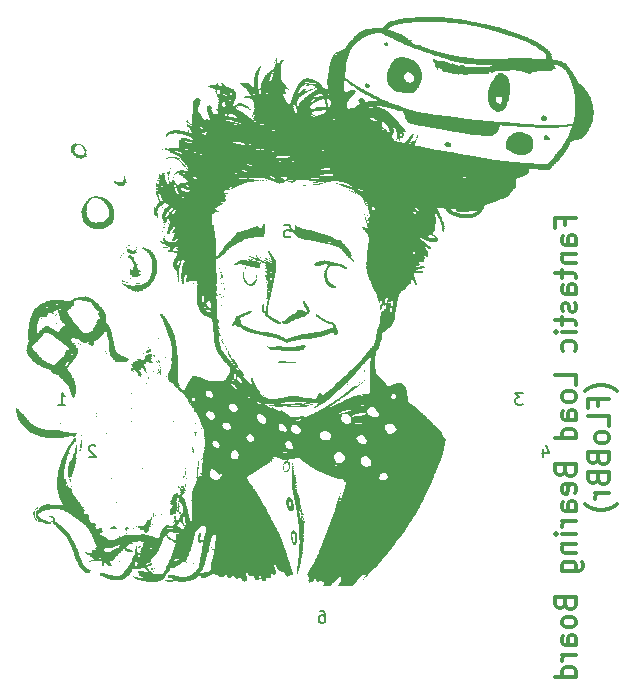
<source format=gbr>
%TF.GenerationSoftware,KiCad,Pcbnew,6.0.9-8da3e8f707~117~ubuntu20.04.1*%
%TF.CreationDate,2023-03-07T12:44:44-05:00*%
%TF.ProjectId,DCT_HV_Widget,4443545f-4856-45f5-9769-646765742e6b,rev?*%
%TF.SameCoordinates,Original*%
%TF.FileFunction,Legend,Bot*%
%TF.FilePolarity,Positive*%
%FSLAX46Y46*%
G04 Gerber Fmt 4.6, Leading zero omitted, Abs format (unit mm)*
G04 Created by KiCad (PCBNEW 6.0.9-8da3e8f707~117~ubuntu20.04.1) date 2023-03-07 12:44:44*
%MOMM*%
%LPD*%
G01*
G04 APERTURE LIST*
%ADD10C,0.300000*%
%ADD11C,0.152400*%
G04 APERTURE END LIST*
D10*
X182341250Y-93866666D02*
X182341250Y-93283333D01*
X183257916Y-93283333D02*
X181507916Y-93283333D01*
X181507916Y-94116666D01*
X183257916Y-95533333D02*
X182341250Y-95533333D01*
X182174583Y-95450000D01*
X182091250Y-95283333D01*
X182091250Y-94950000D01*
X182174583Y-94783333D01*
X183174583Y-95533333D02*
X183257916Y-95366666D01*
X183257916Y-94950000D01*
X183174583Y-94783333D01*
X183007916Y-94700000D01*
X182841250Y-94700000D01*
X182674583Y-94783333D01*
X182591250Y-94950000D01*
X182591250Y-95366666D01*
X182507916Y-95533333D01*
X182091250Y-96366666D02*
X183257916Y-96366666D01*
X182257916Y-96366666D02*
X182174583Y-96450000D01*
X182091250Y-96616666D01*
X182091250Y-96866666D01*
X182174583Y-97033333D01*
X182341250Y-97116666D01*
X183257916Y-97116666D01*
X182091250Y-97700000D02*
X182091250Y-98366666D01*
X181507916Y-97950000D02*
X183007916Y-97950000D01*
X183174583Y-98033333D01*
X183257916Y-98200000D01*
X183257916Y-98366666D01*
X183257916Y-99700000D02*
X182341250Y-99700000D01*
X182174583Y-99616666D01*
X182091250Y-99450000D01*
X182091250Y-99116666D01*
X182174583Y-98950000D01*
X183174583Y-99700000D02*
X183257916Y-99533333D01*
X183257916Y-99116666D01*
X183174583Y-98950000D01*
X183007916Y-98866666D01*
X182841250Y-98866666D01*
X182674583Y-98950000D01*
X182591250Y-99116666D01*
X182591250Y-99533333D01*
X182507916Y-99700000D01*
X183174583Y-100450000D02*
X183257916Y-100616666D01*
X183257916Y-100950000D01*
X183174583Y-101116666D01*
X183007916Y-101200000D01*
X182924583Y-101200000D01*
X182757916Y-101116666D01*
X182674583Y-100950000D01*
X182674583Y-100700000D01*
X182591250Y-100533333D01*
X182424583Y-100450000D01*
X182341250Y-100450000D01*
X182174583Y-100533333D01*
X182091250Y-100700000D01*
X182091250Y-100950000D01*
X182174583Y-101116666D01*
X182091250Y-101700000D02*
X182091250Y-102366666D01*
X181507916Y-101950000D02*
X183007916Y-101950000D01*
X183174583Y-102033333D01*
X183257916Y-102200000D01*
X183257916Y-102366666D01*
X183257916Y-102950000D02*
X182091250Y-102950000D01*
X181507916Y-102950000D02*
X181591250Y-102866666D01*
X181674583Y-102950000D01*
X181591250Y-103033333D01*
X181507916Y-102950000D01*
X181674583Y-102950000D01*
X183174583Y-104533333D02*
X183257916Y-104366666D01*
X183257916Y-104033333D01*
X183174583Y-103866666D01*
X183091250Y-103783333D01*
X182924583Y-103700000D01*
X182424583Y-103700000D01*
X182257916Y-103783333D01*
X182174583Y-103866666D01*
X182091250Y-104033333D01*
X182091250Y-104366666D01*
X182174583Y-104533333D01*
X183257916Y-107450000D02*
X183257916Y-106616666D01*
X181507916Y-106616666D01*
X183257916Y-108283333D02*
X183174583Y-108116666D01*
X183091250Y-108033333D01*
X182924583Y-107950000D01*
X182424583Y-107950000D01*
X182257916Y-108033333D01*
X182174583Y-108116666D01*
X182091250Y-108283333D01*
X182091250Y-108533333D01*
X182174583Y-108700000D01*
X182257916Y-108783333D01*
X182424583Y-108866666D01*
X182924583Y-108866666D01*
X183091250Y-108783333D01*
X183174583Y-108700000D01*
X183257916Y-108533333D01*
X183257916Y-108283333D01*
X183257916Y-110366666D02*
X182341250Y-110366666D01*
X182174583Y-110283333D01*
X182091250Y-110116666D01*
X182091250Y-109783333D01*
X182174583Y-109616666D01*
X183174583Y-110366666D02*
X183257916Y-110200000D01*
X183257916Y-109783333D01*
X183174583Y-109616666D01*
X183007916Y-109533333D01*
X182841250Y-109533333D01*
X182674583Y-109616666D01*
X182591250Y-109783333D01*
X182591250Y-110200000D01*
X182507916Y-110366666D01*
X183257916Y-111950000D02*
X181507916Y-111950000D01*
X183174583Y-111950000D02*
X183257916Y-111783333D01*
X183257916Y-111450000D01*
X183174583Y-111283333D01*
X183091250Y-111200000D01*
X182924583Y-111116666D01*
X182424583Y-111116666D01*
X182257916Y-111200000D01*
X182174583Y-111283333D01*
X182091250Y-111450000D01*
X182091250Y-111783333D01*
X182174583Y-111950000D01*
X182341250Y-114700000D02*
X182424583Y-114950000D01*
X182507916Y-115033333D01*
X182674583Y-115116666D01*
X182924583Y-115116666D01*
X183091250Y-115033333D01*
X183174583Y-114950000D01*
X183257916Y-114783333D01*
X183257916Y-114116666D01*
X181507916Y-114116666D01*
X181507916Y-114700000D01*
X181591250Y-114866666D01*
X181674583Y-114950000D01*
X181841250Y-115033333D01*
X182007916Y-115033333D01*
X182174583Y-114950000D01*
X182257916Y-114866666D01*
X182341250Y-114700000D01*
X182341250Y-114116666D01*
X183174583Y-116533333D02*
X183257916Y-116366666D01*
X183257916Y-116033333D01*
X183174583Y-115866666D01*
X183007916Y-115783333D01*
X182341250Y-115783333D01*
X182174583Y-115866666D01*
X182091250Y-116033333D01*
X182091250Y-116366666D01*
X182174583Y-116533333D01*
X182341250Y-116616666D01*
X182507916Y-116616666D01*
X182674583Y-115783333D01*
X183257916Y-118116666D02*
X182341250Y-118116666D01*
X182174583Y-118033333D01*
X182091250Y-117866666D01*
X182091250Y-117533333D01*
X182174583Y-117366666D01*
X183174583Y-118116666D02*
X183257916Y-117950000D01*
X183257916Y-117533333D01*
X183174583Y-117366666D01*
X183007916Y-117283333D01*
X182841250Y-117283333D01*
X182674583Y-117366666D01*
X182591250Y-117533333D01*
X182591250Y-117950000D01*
X182507916Y-118116666D01*
X183257916Y-118950000D02*
X182091250Y-118950000D01*
X182424583Y-118950000D02*
X182257916Y-119033333D01*
X182174583Y-119116666D01*
X182091250Y-119283333D01*
X182091250Y-119450000D01*
X183257916Y-120033333D02*
X182091250Y-120033333D01*
X181507916Y-120033333D02*
X181591250Y-119950000D01*
X181674583Y-120033333D01*
X181591250Y-120116666D01*
X181507916Y-120033333D01*
X181674583Y-120033333D01*
X182091250Y-120866666D02*
X183257916Y-120866666D01*
X182257916Y-120866666D02*
X182174583Y-120950000D01*
X182091250Y-121116666D01*
X182091250Y-121366666D01*
X182174583Y-121533333D01*
X182341250Y-121616666D01*
X183257916Y-121616666D01*
X182091250Y-123200000D02*
X183507916Y-123200000D01*
X183674583Y-123116666D01*
X183757916Y-123033333D01*
X183841250Y-122866666D01*
X183841250Y-122616666D01*
X183757916Y-122450000D01*
X183174583Y-123200000D02*
X183257916Y-123033333D01*
X183257916Y-122700000D01*
X183174583Y-122533333D01*
X183091250Y-122450000D01*
X182924583Y-122366666D01*
X182424583Y-122366666D01*
X182257916Y-122450000D01*
X182174583Y-122533333D01*
X182091250Y-122700000D01*
X182091250Y-123033333D01*
X182174583Y-123200000D01*
X182341250Y-125950000D02*
X182424583Y-126200000D01*
X182507916Y-126283333D01*
X182674583Y-126366666D01*
X182924583Y-126366666D01*
X183091250Y-126283333D01*
X183174583Y-126200000D01*
X183257916Y-126033333D01*
X183257916Y-125366666D01*
X181507916Y-125366666D01*
X181507916Y-125950000D01*
X181591250Y-126116666D01*
X181674583Y-126200000D01*
X181841250Y-126283333D01*
X182007916Y-126283333D01*
X182174583Y-126200000D01*
X182257916Y-126116666D01*
X182341250Y-125950000D01*
X182341250Y-125366666D01*
X183257916Y-127366666D02*
X183174583Y-127200000D01*
X183091250Y-127116666D01*
X182924583Y-127033333D01*
X182424583Y-127033333D01*
X182257916Y-127116666D01*
X182174583Y-127200000D01*
X182091250Y-127366666D01*
X182091250Y-127616666D01*
X182174583Y-127783333D01*
X182257916Y-127866666D01*
X182424583Y-127950000D01*
X182924583Y-127950000D01*
X183091250Y-127866666D01*
X183174583Y-127783333D01*
X183257916Y-127616666D01*
X183257916Y-127366666D01*
X183257916Y-129450000D02*
X182341250Y-129450000D01*
X182174583Y-129366666D01*
X182091250Y-129200000D01*
X182091250Y-128866666D01*
X182174583Y-128700000D01*
X183174583Y-129450000D02*
X183257916Y-129283333D01*
X183257916Y-128866666D01*
X183174583Y-128700000D01*
X183007916Y-128616666D01*
X182841250Y-128616666D01*
X182674583Y-128700000D01*
X182591250Y-128866666D01*
X182591250Y-129283333D01*
X182507916Y-129450000D01*
X183257916Y-130283333D02*
X182091250Y-130283333D01*
X182424583Y-130283333D02*
X182257916Y-130366666D01*
X182174583Y-130450000D01*
X182091250Y-130616666D01*
X182091250Y-130783333D01*
X183257916Y-132116666D02*
X181507916Y-132116666D01*
X183174583Y-132116666D02*
X183257916Y-131950000D01*
X183257916Y-131616666D01*
X183174583Y-131450000D01*
X183091250Y-131366666D01*
X182924583Y-131283333D01*
X182424583Y-131283333D01*
X182257916Y-131366666D01*
X182174583Y-131450000D01*
X182091250Y-131616666D01*
X182091250Y-131950000D01*
X182174583Y-132116666D01*
X186742083Y-107908333D02*
X186658750Y-107825000D01*
X186408750Y-107658333D01*
X186242083Y-107575000D01*
X185992083Y-107491666D01*
X185575416Y-107408333D01*
X185242083Y-107408333D01*
X184825416Y-107491666D01*
X184575416Y-107575000D01*
X184408750Y-107658333D01*
X184158750Y-107825000D01*
X184075416Y-107908333D01*
X185158750Y-109158333D02*
X185158750Y-108575000D01*
X186075416Y-108575000D02*
X184325416Y-108575000D01*
X184325416Y-109408333D01*
X186075416Y-110908333D02*
X186075416Y-110075000D01*
X184325416Y-110075000D01*
X186075416Y-111741666D02*
X185992083Y-111575000D01*
X185908750Y-111491666D01*
X185742083Y-111408333D01*
X185242083Y-111408333D01*
X185075416Y-111491666D01*
X184992083Y-111575000D01*
X184908750Y-111741666D01*
X184908750Y-111991666D01*
X184992083Y-112158333D01*
X185075416Y-112241666D01*
X185242083Y-112325000D01*
X185742083Y-112325000D01*
X185908750Y-112241666D01*
X185992083Y-112158333D01*
X186075416Y-111991666D01*
X186075416Y-111741666D01*
X185158750Y-113658333D02*
X185242083Y-113908333D01*
X185325416Y-113991666D01*
X185492083Y-114075000D01*
X185742083Y-114075000D01*
X185908750Y-113991666D01*
X185992083Y-113908333D01*
X186075416Y-113741666D01*
X186075416Y-113075000D01*
X184325416Y-113075000D01*
X184325416Y-113658333D01*
X184408750Y-113825000D01*
X184492083Y-113908333D01*
X184658750Y-113991666D01*
X184825416Y-113991666D01*
X184992083Y-113908333D01*
X185075416Y-113825000D01*
X185158750Y-113658333D01*
X185158750Y-113075000D01*
X185158750Y-115408333D02*
X185242083Y-115658333D01*
X185325416Y-115741666D01*
X185492083Y-115825000D01*
X185742083Y-115825000D01*
X185908750Y-115741666D01*
X185992083Y-115658333D01*
X186075416Y-115491666D01*
X186075416Y-114825000D01*
X184325416Y-114825000D01*
X184325416Y-115408333D01*
X184408750Y-115575000D01*
X184492083Y-115658333D01*
X184658750Y-115741666D01*
X184825416Y-115741666D01*
X184992083Y-115658333D01*
X185075416Y-115575000D01*
X185158750Y-115408333D01*
X185158750Y-114825000D01*
X186075416Y-116575000D02*
X184908750Y-116575000D01*
X185242083Y-116575000D02*
X185075416Y-116658333D01*
X184992083Y-116741666D01*
X184908750Y-116908333D01*
X184908750Y-117075000D01*
X186742083Y-117491666D02*
X186658750Y-117575000D01*
X186408750Y-117741666D01*
X186242083Y-117825000D01*
X185992083Y-117908333D01*
X185575416Y-117991666D01*
X185242083Y-117991666D01*
X184825416Y-117908333D01*
X184575416Y-117825000D01*
X184408750Y-117741666D01*
X184158750Y-117575000D01*
X184075416Y-117491666D01*
D11*
%TO.C,U2*%
X139454714Y-109089619D02*
X140035285Y-109089619D01*
X139745000Y-109089619D02*
X139745000Y-108073619D01*
X139841761Y-108218761D01*
X139938523Y-108315523D01*
X140035285Y-108363904D01*
X161581476Y-126538619D02*
X161775000Y-126538619D01*
X161871761Y-126587000D01*
X161920142Y-126635380D01*
X162016904Y-126780523D01*
X162065285Y-126974047D01*
X162065285Y-127361095D01*
X162016904Y-127457857D01*
X161968523Y-127506238D01*
X161871761Y-127554619D01*
X161678238Y-127554619D01*
X161581476Y-127506238D01*
X161533095Y-127457857D01*
X161484714Y-127361095D01*
X161484714Y-127119190D01*
X161533095Y-127022428D01*
X161581476Y-126974047D01*
X161678238Y-126925666D01*
X161871761Y-126925666D01*
X161968523Y-126974047D01*
X162016904Y-127022428D01*
X162065285Y-127119190D01*
X180521476Y-112852285D02*
X180521476Y-113529619D01*
X180763380Y-112465238D02*
X181005285Y-113190952D01*
X180376333Y-113190952D01*
X158583095Y-93913619D02*
X159066904Y-93913619D01*
X159115285Y-94397428D01*
X159066904Y-94349047D01*
X158970142Y-94300666D01*
X158728238Y-94300666D01*
X158631476Y-94349047D01*
X158583095Y-94397428D01*
X158534714Y-94494190D01*
X158534714Y-94736095D01*
X158583095Y-94832857D01*
X158631476Y-94881238D01*
X158728238Y-94929619D01*
X158970142Y-94929619D01*
X159066904Y-94881238D01*
X159115285Y-94832857D01*
X142595285Y-112610380D02*
X142546904Y-112562000D01*
X142450142Y-112513619D01*
X142208238Y-112513619D01*
X142111476Y-112562000D01*
X142063095Y-112610380D01*
X142014714Y-112707142D01*
X142014714Y-112803904D01*
X142063095Y-112949047D01*
X142643666Y-113529619D01*
X142014714Y-113529619D01*
X178783666Y-108073619D02*
X178154714Y-108073619D01*
X178493380Y-108460666D01*
X178348238Y-108460666D01*
X178251476Y-108509047D01*
X178203095Y-108557428D01*
X178154714Y-108654190D01*
X178154714Y-108896095D01*
X178203095Y-108992857D01*
X178251476Y-109041238D01*
X178348238Y-109089619D01*
X178638523Y-109089619D01*
X178735285Y-109041238D01*
X178783666Y-108992857D01*
%TO.C,G\u002A\u002A\u002A*%
G36*
X143994584Y-105141770D02*
G01*
X143981355Y-105155000D01*
X143968125Y-105141770D01*
X143981355Y-105128541D01*
X143994584Y-105141770D01*
G37*
G36*
X149683125Y-122101562D02*
G01*
X149669896Y-122114791D01*
X149656667Y-122101562D01*
X149669896Y-122088333D01*
X149683125Y-122101562D01*
G37*
G36*
X180665777Y-84613650D02*
G01*
X180745641Y-84680935D01*
X180800129Y-84776458D01*
X180801601Y-84780737D01*
X180813530Y-84837436D01*
X180801592Y-84890769D01*
X180761128Y-84963030D01*
X180742050Y-84990613D01*
X180685215Y-85051493D01*
X180633666Y-85081026D01*
X180581297Y-85087651D01*
X180467975Y-85074080D01*
X180379587Y-85024861D01*
X180323088Y-84947853D01*
X180305430Y-84850913D01*
X180333567Y-84741898D01*
X180338123Y-84732731D01*
X180386830Y-84659873D01*
X180441244Y-84607470D01*
X180481314Y-84587998D01*
X180573385Y-84580655D01*
X180665777Y-84613650D01*
G37*
G36*
X160323966Y-104007670D02*
G01*
X160367185Y-104044363D01*
X160400488Y-104085031D01*
X160407238Y-104124111D01*
X160383027Y-104180865D01*
X160337391Y-104242372D01*
X160278878Y-104287058D01*
X160245155Y-104303824D01*
X160231837Y-104323594D01*
X160260307Y-104350275D01*
X160285814Y-104377877D01*
X160277737Y-104410843D01*
X160221549Y-104442894D01*
X160114894Y-104476068D01*
X160086132Y-104483120D01*
X159991033Y-104496652D01*
X159931175Y-104484446D01*
X159915552Y-104476030D01*
X159896871Y-104471073D01*
X159917790Y-104500476D01*
X159931531Y-104521752D01*
X159922657Y-104534833D01*
X159879221Y-104538913D01*
X159792113Y-104536611D01*
X159726520Y-104535745D01*
X159656280Y-104542441D01*
X159631054Y-104558064D01*
X159628817Y-104570166D01*
X159611210Y-104559687D01*
X159582205Y-104541902D01*
X159516198Y-104538433D01*
X159438407Y-104559188D01*
X159419918Y-104564207D01*
X159351178Y-104568387D01*
X159266428Y-104561902D01*
X159232713Y-104557150D01*
X159142956Y-104544677D01*
X159075834Y-104535583D01*
X159015378Y-104525194D01*
X158934088Y-104506631D01*
X158880293Y-104498883D01*
X158838234Y-104519150D01*
X158817631Y-104536702D01*
X158768313Y-104526315D01*
X158740912Y-104519826D01*
X158665422Y-104512175D01*
X158554290Y-104506058D01*
X158417358Y-104501982D01*
X158264465Y-104500452D01*
X158140498Y-104499974D01*
X157915787Y-104495998D01*
X157736030Y-104487242D01*
X157595905Y-104472796D01*
X157490087Y-104451750D01*
X157413253Y-104423195D01*
X157360081Y-104386221D01*
X157325247Y-104339917D01*
X157280375Y-104280823D01*
X157217774Y-104224702D01*
X157168091Y-104179014D01*
X157160331Y-104147930D01*
X157192643Y-104142471D01*
X157258918Y-104170663D01*
X157262103Y-104172465D01*
X157334867Y-104196983D01*
X157436820Y-104212743D01*
X157551747Y-104219421D01*
X157663433Y-104216693D01*
X157755662Y-104204235D01*
X157812217Y-104181723D01*
X157819005Y-104177352D01*
X157851269Y-104167921D01*
X157908383Y-104161789D01*
X157995946Y-104158844D01*
X158119558Y-104158973D01*
X158284817Y-104162065D01*
X158497323Y-104168007D01*
X158611813Y-104171512D01*
X158852496Y-104178530D01*
X159049370Y-104183292D01*
X159208848Y-104185473D01*
X159337340Y-104184748D01*
X159441259Y-104180793D01*
X159527017Y-104173284D01*
X159601025Y-104161895D01*
X159669695Y-104146302D01*
X159739438Y-104126180D01*
X159816667Y-104101205D01*
X159875703Y-104082258D01*
X159999413Y-104045871D01*
X160110291Y-104017251D01*
X160189813Y-104001354D01*
X160195011Y-104000652D01*
X160273771Y-103994844D01*
X160323966Y-104007670D01*
G37*
G36*
X156291558Y-98104980D02*
G01*
X156285568Y-98141781D01*
X156282054Y-98147301D01*
X156256367Y-98168163D01*
X156229036Y-98139453D01*
X156222599Y-98124667D01*
X156240704Y-98127785D01*
X156254774Y-98132813D01*
X156271250Y-98114235D01*
X156272637Y-98102405D01*
X156287129Y-98097684D01*
X156291558Y-98104980D01*
G37*
G36*
X151588125Y-113238020D02*
G01*
X151574896Y-113251250D01*
X151561667Y-113238020D01*
X151574896Y-113224791D01*
X151588125Y-113238020D01*
G37*
G36*
X169579792Y-78471770D02*
G01*
X169566563Y-78485000D01*
X169553334Y-78471770D01*
X169566563Y-78458541D01*
X169579792Y-78471770D01*
G37*
G36*
X145767292Y-120725729D02*
G01*
X145754063Y-120738958D01*
X145740834Y-120725729D01*
X145754063Y-120712500D01*
X145767292Y-120725729D01*
G37*
G36*
X141130469Y-103601465D02*
G01*
X141147510Y-103606576D01*
X141123029Y-103610847D01*
X141057709Y-103612488D01*
X140998583Y-103611223D01*
X140968534Y-103607233D01*
X140984948Y-103601465D01*
X141045006Y-103597036D01*
X141130469Y-103601465D01*
G37*
G36*
X142512917Y-105353437D02*
G01*
X142499688Y-105366666D01*
X142486459Y-105353437D01*
X142499688Y-105340208D01*
X142512917Y-105353437D01*
G37*
G36*
X150159375Y-90285416D02*
G01*
X150157466Y-90299423D01*
X150141737Y-90303055D01*
X150138570Y-90299177D01*
X150141737Y-90267777D01*
X150149695Y-90263638D01*
X150159375Y-90285416D01*
G37*
G36*
X145017639Y-89712152D02*
G01*
X145021779Y-89720110D01*
X145000000Y-89729791D01*
X144985994Y-89727882D01*
X144982362Y-89712152D01*
X144986240Y-89708986D01*
X145017639Y-89712152D01*
G37*
G36*
X147222500Y-103051562D02*
G01*
X147209271Y-103064791D01*
X147196042Y-103051562D01*
X147209271Y-103038333D01*
X147222500Y-103051562D01*
G37*
G36*
X140951875Y-86859062D02*
G01*
X140938646Y-86872291D01*
X140925417Y-86859062D01*
X140938646Y-86845833D01*
X140951875Y-86859062D01*
G37*
G36*
X147328334Y-101728645D02*
G01*
X147315105Y-101741875D01*
X147301875Y-101728645D01*
X147315105Y-101715416D01*
X147328334Y-101728645D01*
G37*
G36*
X146296459Y-121030000D02*
G01*
X146294549Y-121044006D01*
X146278820Y-121047638D01*
X146275653Y-121043760D01*
X146278820Y-121012361D01*
X146286778Y-121008221D01*
X146296459Y-121030000D01*
G37*
G36*
X146432695Y-120891069D02*
G01*
X146434603Y-120893009D01*
X146443808Y-120914275D01*
X146406552Y-120917212D01*
X146372934Y-120909087D01*
X146376149Y-120886809D01*
X146392991Y-120876095D01*
X146432695Y-120891069D01*
G37*
G36*
X149445000Y-123424479D02*
G01*
X149431771Y-123437708D01*
X149418542Y-123424479D01*
X149431771Y-123411250D01*
X149445000Y-123424479D01*
G37*
G36*
X155615911Y-107034558D02*
G01*
X155636250Y-107060000D01*
X155635947Y-107065987D01*
X155624583Y-107086458D01*
X155620339Y-107085240D01*
X155596563Y-107060000D01*
X155592429Y-107049751D01*
X155608231Y-107033541D01*
X155615911Y-107034558D01*
G37*
G36*
X142080764Y-100401319D02*
G01*
X142084904Y-100409277D01*
X142063125Y-100418958D01*
X142049119Y-100417048D01*
X142045487Y-100401319D01*
X142049365Y-100398152D01*
X142080764Y-100401319D01*
G37*
G36*
X148307292Y-94664270D02*
G01*
X148294063Y-94677500D01*
X148280834Y-94664270D01*
X148294063Y-94651041D01*
X148307292Y-94664270D01*
G37*
G36*
X150503334Y-122802708D02*
G01*
X150501424Y-122816715D01*
X150485695Y-122820347D01*
X150482528Y-122816469D01*
X150485695Y-122785069D01*
X150493653Y-122780930D01*
X150503334Y-122802708D01*
G37*
G36*
X158916076Y-109204581D02*
G01*
X158952385Y-109216365D01*
X158952428Y-109244590D01*
X158939010Y-109266027D01*
X158910347Y-109259887D01*
X158897717Y-109250851D01*
X158850390Y-109246683D01*
X158835441Y-109249496D01*
X158799136Y-109231387D01*
X158797668Y-109228530D01*
X158812779Y-109209742D01*
X158875004Y-109203125D01*
X158916076Y-109204581D01*
G37*
G36*
X160001875Y-117497812D02*
G01*
X159988646Y-117511041D01*
X159975417Y-117497812D01*
X159988646Y-117484583D01*
X160001875Y-117497812D01*
G37*
G36*
X148175000Y-119323437D02*
G01*
X148161771Y-119336666D01*
X148148542Y-119323437D01*
X148161771Y-119310208D01*
X148175000Y-119323437D01*
G37*
G36*
X148466042Y-94717187D02*
G01*
X148452813Y-94730416D01*
X148439584Y-94717187D01*
X148452813Y-94703958D01*
X148466042Y-94717187D01*
G37*
G36*
X151224033Y-115130560D02*
G01*
X151244167Y-115156250D01*
X151243398Y-115162574D01*
X151217709Y-115182708D01*
X151211385Y-115181939D01*
X151191250Y-115156250D01*
X151192019Y-115149925D01*
X151217709Y-115129791D01*
X151224033Y-115130560D01*
G37*
G36*
X150529792Y-109783646D02*
G01*
X150528775Y-109791326D01*
X150503334Y-109811666D01*
X150497346Y-109811363D01*
X150476875Y-109799998D01*
X150478093Y-109795754D01*
X150503334Y-109771979D01*
X150513583Y-109767844D01*
X150529792Y-109783646D01*
G37*
G36*
X139576042Y-101842038D02*
G01*
X139574334Y-101853367D01*
X139549584Y-101874166D01*
X139535342Y-101881147D01*
X139521037Y-101920468D01*
X139516851Y-101945999D01*
X139504736Y-101931099D01*
X139505009Y-101900381D01*
X139533284Y-101852669D01*
X139562620Y-101829943D01*
X139576042Y-101842038D01*
G37*
G36*
X142354167Y-100167604D02*
G01*
X142340938Y-100180833D01*
X142327709Y-100167604D01*
X142340938Y-100154375D01*
X142354167Y-100167604D01*
G37*
G36*
X145211667Y-115354687D02*
G01*
X145198438Y-115367916D01*
X145185209Y-115354687D01*
X145198438Y-115341458D01*
X145211667Y-115354687D01*
G37*
G36*
X155371667Y-97402708D02*
G01*
X155369758Y-97416715D01*
X155354028Y-97420347D01*
X155350862Y-97416469D01*
X155354028Y-97385069D01*
X155361986Y-97380930D01*
X155371667Y-97402708D01*
G37*
G36*
X145758473Y-120006944D02*
G01*
X145762612Y-120014902D01*
X145740834Y-120024583D01*
X145726827Y-120022673D01*
X145723195Y-120006944D01*
X145727073Y-120003777D01*
X145758473Y-120006944D01*
G37*
G36*
X144073959Y-89623958D02*
G01*
X144072049Y-89637965D01*
X144056320Y-89641597D01*
X144053153Y-89637719D01*
X144056320Y-89606319D01*
X144064278Y-89602180D01*
X144073959Y-89623958D01*
G37*
G36*
X144656042Y-90642604D02*
G01*
X144642813Y-90655833D01*
X144629584Y-90642604D01*
X144642813Y-90629375D01*
X144656042Y-90642604D01*
G37*
G36*
X153368512Y-98340003D02*
G01*
X153325271Y-98372948D01*
X153283995Y-98362219D01*
X153260100Y-98309355D01*
X153320648Y-98309355D01*
X153335206Y-98328750D01*
X153346987Y-98324279D01*
X153360834Y-98289062D01*
X153359685Y-98270980D01*
X153350435Y-98249375D01*
X153343587Y-98254249D01*
X153324807Y-98289062D01*
X153320648Y-98309355D01*
X153260100Y-98309355D01*
X153259775Y-98308635D01*
X153246059Y-98272324D01*
X153206858Y-98248969D01*
X153200822Y-98248879D01*
X153177205Y-98243472D01*
X153202084Y-98222916D01*
X153220540Y-98208247D01*
X153218688Y-98196863D01*
X153211267Y-98189366D01*
X153223681Y-98165443D01*
X153258371Y-98165443D01*
X153259276Y-98211736D01*
X153262220Y-98225475D01*
X153274754Y-98243214D01*
X153302587Y-98216163D01*
X153321460Y-98184549D01*
X153307442Y-98156476D01*
X153295393Y-98150662D01*
X153264131Y-98152050D01*
X153258371Y-98165443D01*
X153223681Y-98165443D01*
X153227580Y-98157929D01*
X153242373Y-98132844D01*
X153243618Y-98093612D01*
X153239821Y-98084456D01*
X153252741Y-98052334D01*
X153262443Y-98048644D01*
X153294421Y-98063735D01*
X153311602Y-98078266D01*
X153362395Y-98090625D01*
X153372789Y-98091136D01*
X153404904Y-98110920D01*
X153413750Y-98168755D01*
X153412003Y-98184549D01*
X153406421Y-98235026D01*
X153390371Y-98289062D01*
X153382575Y-98315307D01*
X153368512Y-98340003D01*
G37*
G36*
X141190000Y-112073854D02*
G01*
X141176771Y-112087083D01*
X141163542Y-112073854D01*
X141176771Y-112060625D01*
X141190000Y-112073854D01*
G37*
G36*
X151588125Y-111094895D02*
G01*
X151574896Y-111108125D01*
X151561667Y-111094895D01*
X151574896Y-111081666D01*
X151588125Y-111094895D01*
G37*
G36*
X147354792Y-104427395D02*
G01*
X147341563Y-104440625D01*
X147328334Y-104427395D01*
X147341563Y-104414166D01*
X147354792Y-104427395D01*
G37*
G36*
X147922167Y-106078648D02*
G01*
X147932021Y-106089065D01*
X147969658Y-106090362D01*
X147985628Y-106086878D01*
X147981059Y-106118552D01*
X147972063Y-106145379D01*
X147963334Y-106189038D01*
X147953425Y-106203150D01*
X147910417Y-106213333D01*
X147870104Y-106195970D01*
X147857911Y-106148202D01*
X147881057Y-106084831D01*
X147898484Y-106065732D01*
X147922167Y-106078648D01*
G37*
G36*
X153521820Y-100240574D02*
G01*
X153534255Y-100271427D01*
X153532683Y-100313334D01*
X153514947Y-100335456D01*
X153498604Y-100326630D01*
X153493930Y-100266822D01*
X153495078Y-100233406D01*
X153502564Y-100214724D01*
X153521820Y-100240574D01*
G37*
G36*
X146402292Y-116174895D02*
G01*
X146389063Y-116188125D01*
X146375834Y-116174895D01*
X146389063Y-116161666D01*
X146402292Y-116174895D01*
G37*
G36*
X157761196Y-80047286D02*
G01*
X157776751Y-80076161D01*
X157777218Y-80123114D01*
X157761296Y-80161135D01*
X157753643Y-80165996D01*
X157720741Y-80156740D01*
X157718344Y-80153997D01*
X157710779Y-80113154D01*
X157726272Y-80067602D01*
X157755748Y-80046041D01*
X157761196Y-80047286D01*
G37*
G36*
X147445565Y-122943016D02*
G01*
X147445778Y-122943296D01*
X147476895Y-122972708D01*
X147495552Y-122956246D01*
X147504376Y-122939361D01*
X147511453Y-122953282D01*
X147510965Y-122962833D01*
X147487084Y-123001145D01*
X147479934Y-123006552D01*
X147460625Y-123043956D01*
X147462554Y-123052726D01*
X147486685Y-123054308D01*
X147487605Y-123053770D01*
X147501556Y-123064739D01*
X147496607Y-123118893D01*
X147492189Y-123176733D01*
X147509404Y-123199583D01*
X147522274Y-123205751D01*
X147522653Y-123240463D01*
X147516572Y-123254041D01*
X147498689Y-123261682D01*
X147468207Y-123226006D01*
X147446978Y-123181353D01*
X147444733Y-123130836D01*
X147449443Y-123111669D01*
X147437813Y-123104725D01*
X147432710Y-123106203D01*
X147392184Y-123094018D01*
X147334718Y-123058772D01*
X147300326Y-123031231D01*
X147271552Y-122991772D01*
X147279265Y-122953643D01*
X147309829Y-122923305D01*
X147356205Y-122935755D01*
X147396071Y-122949886D01*
X147408550Y-122929316D01*
X147417043Y-122916407D01*
X147445565Y-122943016D01*
G37*
G36*
X148483681Y-118895694D02*
G01*
X148487820Y-118903652D01*
X148466042Y-118913333D01*
X148452035Y-118911423D01*
X148448403Y-118895694D01*
X148452281Y-118892527D01*
X148483681Y-118895694D01*
G37*
G36*
X148176741Y-105994402D02*
G01*
X148186687Y-106022755D01*
X148183002Y-106091166D01*
X148180947Y-106112437D01*
X148173630Y-106189027D01*
X148168905Y-106239791D01*
X148170632Y-106279284D01*
X148183167Y-106345625D01*
X148191260Y-106382399D01*
X148185781Y-106378697D01*
X148178107Y-106366035D01*
X148146337Y-106345625D01*
X148132964Y-106351501D01*
X148122455Y-106386389D01*
X148130512Y-106430878D01*
X148155157Y-106459446D01*
X148167884Y-106478016D01*
X148135313Y-106513726D01*
X148096422Y-106540970D01*
X148062553Y-106556450D01*
X148045347Y-106548725D01*
X148047361Y-106521423D01*
X148074656Y-106498135D01*
X148084593Y-106475501D01*
X148049692Y-106426400D01*
X148014812Y-106392208D01*
X147984256Y-106382133D01*
X147951599Y-106406496D01*
X147927452Y-106436064D01*
X147910417Y-106476026D01*
X147910399Y-106477698D01*
X147897426Y-106503902D01*
X147871748Y-106493299D01*
X147850089Y-106452431D01*
X147848836Y-106418217D01*
X147873461Y-106369816D01*
X147892140Y-106350376D01*
X147911436Y-106309312D01*
X147912712Y-106303805D01*
X147941948Y-106268046D01*
X147997426Y-106226217D01*
X147998040Y-106225831D01*
X148064925Y-106165934D01*
X148090486Y-106090011D01*
X148105686Y-106031233D01*
X148146066Y-105994647D01*
X148148539Y-105994019D01*
X148176741Y-105994402D01*
G37*
G36*
X139099792Y-110433437D02*
G01*
X139086563Y-110446666D01*
X139073334Y-110433437D01*
X139086563Y-110420208D01*
X139099792Y-110433437D01*
G37*
G36*
X150208284Y-98345277D02*
G01*
X150200151Y-98379906D01*
X150187707Y-98397341D01*
X150169933Y-98404577D01*
X150176704Y-98367296D01*
X150186640Y-98348005D01*
X150204981Y-98339077D01*
X150208284Y-98345277D01*
G37*
G36*
X148386667Y-115804479D02*
G01*
X148373438Y-115817708D01*
X148360209Y-115804479D01*
X148373438Y-115791250D01*
X148386667Y-115804479D01*
G37*
G36*
X144391459Y-110327604D02*
G01*
X144378230Y-110340833D01*
X144365000Y-110327604D01*
X144378230Y-110314375D01*
X144391459Y-110327604D01*
G37*
G36*
X141533959Y-112364895D02*
G01*
X141520730Y-112378125D01*
X141507500Y-112364895D01*
X141520730Y-112351666D01*
X141533959Y-112364895D01*
G37*
G36*
X164685000Y-107417187D02*
G01*
X164671771Y-107430416D01*
X164658542Y-107417187D01*
X164671771Y-107403958D01*
X164685000Y-107417187D01*
G37*
G36*
X137803334Y-102072604D02*
G01*
X137790105Y-102085833D01*
X137776875Y-102072604D01*
X137790105Y-102059375D01*
X137803334Y-102072604D01*
G37*
G36*
X139946459Y-102310729D02*
G01*
X139933230Y-102323958D01*
X139920000Y-102310729D01*
X139933230Y-102297500D01*
X139946459Y-102310729D01*
G37*
G36*
X155530417Y-87123645D02*
G01*
X155517188Y-87136875D01*
X155503959Y-87123645D01*
X155517188Y-87110416D01*
X155530417Y-87123645D01*
G37*
G36*
X159552084Y-115830937D02*
G01*
X159538855Y-115844166D01*
X159525625Y-115830937D01*
X159538855Y-115817708D01*
X159552084Y-115830937D01*
G37*
G36*
X165505209Y-108105104D02*
G01*
X165491980Y-108118333D01*
X165478750Y-108105104D01*
X165491980Y-108091875D01*
X165505209Y-108105104D01*
G37*
G36*
X143068542Y-110856770D02*
G01*
X143055313Y-110870000D01*
X143042084Y-110856770D01*
X143055313Y-110843541D01*
X143068542Y-110856770D01*
G37*
G36*
X145226425Y-90233690D02*
G01*
X145251355Y-90258958D01*
X145256283Y-90268325D01*
X145254478Y-90285416D01*
X145249826Y-90284226D01*
X145224896Y-90258958D01*
X145219968Y-90249590D01*
X145221773Y-90232500D01*
X145226425Y-90233690D01*
G37*
G36*
X142274792Y-121995729D02*
G01*
X142261563Y-122008958D01*
X142248334Y-121995729D01*
X142261563Y-121982500D01*
X142274792Y-121995729D01*
G37*
G36*
X147037292Y-104242187D02*
G01*
X147024063Y-104255416D01*
X147010834Y-104242187D01*
X147024063Y-104228958D01*
X147037292Y-104242187D01*
G37*
G36*
X150741459Y-112999895D02*
G01*
X150728230Y-113013125D01*
X150715000Y-112999895D01*
X150728230Y-112986666D01*
X150741459Y-112999895D01*
G37*
G36*
X143359584Y-118714895D02*
G01*
X143346355Y-118728125D01*
X143333125Y-118714895D01*
X143346355Y-118701666D01*
X143359584Y-118714895D01*
G37*
G36*
X139258542Y-109163437D02*
G01*
X139245313Y-109176666D01*
X139232084Y-109163437D01*
X139245313Y-109150208D01*
X139258542Y-109163437D01*
G37*
G36*
X141428125Y-111690208D02*
G01*
X141426216Y-111704215D01*
X141410487Y-111707847D01*
X141407320Y-111703969D01*
X141410487Y-111672569D01*
X141418445Y-111668430D01*
X141428125Y-111690208D01*
G37*
G36*
X144672093Y-90585711D02*
G01*
X144659748Y-90602916D01*
X144650192Y-90601716D01*
X144601214Y-90582728D01*
X144566223Y-90563229D01*
X144603125Y-90563229D01*
X144616355Y-90576458D01*
X144629584Y-90563229D01*
X144616355Y-90550000D01*
X144603125Y-90563229D01*
X144566223Y-90563229D01*
X144541992Y-90549726D01*
X144492072Y-90514517D01*
X144471001Y-90488907D01*
X144468977Y-90482080D01*
X144444189Y-90483969D01*
X144427887Y-90486431D01*
X144401670Y-90459072D01*
X144390203Y-90438972D01*
X144356199Y-90417708D01*
X144343155Y-90412277D01*
X144300063Y-90377622D01*
X144243870Y-90322708D01*
X144187598Y-90261347D01*
X144144272Y-90207351D01*
X144136582Y-90192812D01*
X144153334Y-90192812D01*
X144166563Y-90206041D01*
X144179792Y-90192812D01*
X144166563Y-90179583D01*
X144153334Y-90192812D01*
X144136582Y-90192812D01*
X144126912Y-90174530D01*
X144145561Y-90144346D01*
X144201188Y-90147319D01*
X144290497Y-90184284D01*
X144306662Y-90192812D01*
X144328041Y-90204091D01*
X144388308Y-90238666D01*
X144417917Y-90259816D01*
X144419676Y-90261203D01*
X144457796Y-90268722D01*
X144532465Y-90273472D01*
X144629584Y-90274475D01*
X144692255Y-90273137D01*
X144772279Y-90267190D01*
X144812214Y-90255325D01*
X144820325Y-90235868D01*
X144821929Y-90216347D01*
X144853398Y-90215194D01*
X144874792Y-90219187D01*
X144894167Y-90202681D01*
X144894519Y-90199016D01*
X144912578Y-90155907D01*
X144949565Y-90096723D01*
X144958127Y-90084489D01*
X144985936Y-90034062D01*
X145026459Y-90034062D01*
X145039688Y-90047291D01*
X145052917Y-90034062D01*
X145039688Y-90020833D01*
X145026459Y-90034062D01*
X144985936Y-90034062D01*
X145002864Y-90003367D01*
X145024434Y-89914015D01*
X145038386Y-89904287D01*
X145085656Y-89895343D01*
X145118135Y-89896989D01*
X145113511Y-89910254D01*
X145098883Y-89925393D01*
X145107230Y-89968614D01*
X145110291Y-89973302D01*
X145133679Y-89994119D01*
X145159320Y-89967916D01*
X145168255Y-89956145D01*
X145178397Y-89958026D01*
X145173262Y-90006721D01*
X145173066Y-90034062D01*
X145172830Y-90066933D01*
X145199761Y-90145627D01*
X145220135Y-90187656D01*
X145214060Y-90206041D01*
X145194857Y-90217872D01*
X145170870Y-90262454D01*
X145168167Y-90270657D01*
X145150652Y-90300241D01*
X145129805Y-90282297D01*
X145118764Y-90266910D01*
X145107108Y-90263543D01*
X145112249Y-90292143D01*
X145133425Y-90340450D01*
X145147742Y-90379146D01*
X145128013Y-90385013D01*
X145111997Y-90386507D01*
X145092605Y-90417708D01*
X145087992Y-90435766D01*
X145061043Y-90451685D01*
X145045183Y-90459966D01*
X145046990Y-90504602D01*
X145052506Y-90527988D01*
X145049381Y-90548093D01*
X145017818Y-90526916D01*
X145003533Y-90515674D01*
X144978820Y-90507629D01*
X144973542Y-90544283D01*
X144963827Y-90581713D01*
X144924274Y-90585078D01*
X144894526Y-90583916D01*
X144858959Y-90614014D01*
X144848844Y-90634896D01*
X144827290Y-90655833D01*
X144822774Y-90654055D01*
X144828021Y-90629375D01*
X144821430Y-90610414D01*
X144787825Y-90601118D01*
X144752713Y-90609531D01*
X144735605Y-90604587D01*
X144694717Y-90576458D01*
X144666193Y-90557685D01*
X144665993Y-90563229D01*
X144665754Y-90569843D01*
X144672093Y-90585711D01*
G37*
G36*
X148175000Y-88988958D02*
G01*
X148173091Y-89002965D01*
X148157362Y-89006597D01*
X148154195Y-89002719D01*
X148157362Y-88971319D01*
X148165320Y-88967180D01*
X148175000Y-88988958D01*
G37*
G36*
X164976042Y-107205520D02*
G01*
X164962813Y-107218750D01*
X164949584Y-107205520D01*
X164962813Y-107192291D01*
X164976042Y-107205520D01*
G37*
G36*
X155424584Y-96728020D02*
G01*
X155411355Y-96741250D01*
X155398125Y-96728020D01*
X155411355Y-96714791D01*
X155424584Y-96728020D01*
G37*
G36*
X165081875Y-107126145D02*
G01*
X165068646Y-107139375D01*
X165055417Y-107126145D01*
X165068646Y-107112916D01*
X165081875Y-107126145D01*
G37*
G36*
X147689931Y-106142777D02*
G01*
X147694070Y-106150735D01*
X147672292Y-106160416D01*
X147658285Y-106158507D01*
X147654653Y-106142777D01*
X147658531Y-106139611D01*
X147689931Y-106142777D01*
G37*
G36*
X141163542Y-104691979D02*
G01*
X141150313Y-104705208D01*
X141137084Y-104691979D01*
X141150313Y-104678750D01*
X141163542Y-104691979D01*
G37*
G36*
X160954375Y-90325104D02*
G01*
X160941146Y-90338333D01*
X160927917Y-90325104D01*
X160941146Y-90311875D01*
X160954375Y-90325104D01*
G37*
G36*
X153334375Y-103474895D02*
G01*
X153321146Y-103488125D01*
X153307917Y-103474895D01*
X153321146Y-103461666D01*
X153334375Y-103474895D01*
G37*
G36*
X147010834Y-104295104D02*
G01*
X146997605Y-104308333D01*
X146984375Y-104295104D01*
X146997605Y-104281875D01*
X147010834Y-104295104D01*
G37*
G36*
X165531667Y-92375625D02*
G01*
X165529758Y-92389631D01*
X165514028Y-92393263D01*
X165510862Y-92389385D01*
X165514028Y-92357986D01*
X165521986Y-92353846D01*
X165531667Y-92375625D01*
G37*
G36*
X146719792Y-119111770D02*
G01*
X146706563Y-119125000D01*
X146693334Y-119111770D01*
X146706563Y-119098541D01*
X146719792Y-119111770D01*
G37*
G36*
X141000648Y-113195208D02*
G01*
X140992305Y-113350468D01*
X140987399Y-113468598D01*
X140986904Y-113549786D01*
X140992277Y-113596592D01*
X141004644Y-113618434D01*
X141025134Y-113624735D01*
X141035935Y-113625527D01*
X141054289Y-113630127D01*
X141021992Y-113640414D01*
X140989075Y-113669263D01*
X140986132Y-113737935D01*
X141016775Y-113846562D01*
X141020843Y-113857851D01*
X141026104Y-113881281D01*
X141007693Y-113859791D01*
X141000074Y-113849637D01*
X140983031Y-113839515D01*
X140978739Y-113877430D01*
X140972636Y-113913585D01*
X140948853Y-113944584D01*
X140937506Y-113952289D01*
X140918000Y-113995123D01*
X140903692Y-114078871D01*
X140893332Y-114209499D01*
X140891680Y-114230204D01*
X140882178Y-114274766D01*
X140869346Y-114278021D01*
X140859011Y-114280789D01*
X140844900Y-114323375D01*
X140832154Y-114398298D01*
X140822157Y-114462403D01*
X140805804Y-114530606D01*
X140790033Y-114562848D01*
X140777782Y-114577767D01*
X140766667Y-114626439D01*
X140762648Y-114654169D01*
X140741044Y-114684409D01*
X140732447Y-114693360D01*
X140715489Y-114742088D01*
X140703398Y-114816864D01*
X140680906Y-114919883D01*
X140636417Y-114995458D01*
X140616019Y-115017996D01*
X140581372Y-115088519D01*
X140581339Y-115090104D01*
X140580793Y-115116562D01*
X140579427Y-115182708D01*
X140578507Y-115206590D01*
X140560603Y-115188426D01*
X140541962Y-115173177D01*
X140493354Y-115171413D01*
X140458463Y-115189972D01*
X140455608Y-115218060D01*
X140492955Y-115266614D01*
X140505710Y-115281168D01*
X140520908Y-115308398D01*
X140498247Y-115315000D01*
X140475653Y-115310940D01*
X140425760Y-115281927D01*
X140415002Y-115272265D01*
X140398825Y-115271247D01*
X140400638Y-115315000D01*
X140416052Y-115360809D01*
X140454563Y-115376167D01*
X140528542Y-115364461D01*
X140544168Y-115363256D01*
X140560246Y-115384856D01*
X140559047Y-115447215D01*
X140558665Y-115450902D01*
X140544824Y-115527995D01*
X140525043Y-115586121D01*
X140522780Y-115590263D01*
X140489110Y-115628626D01*
X140460889Y-115614692D01*
X140439055Y-115548868D01*
X140413285Y-115480594D01*
X140373055Y-115430724D01*
X140355795Y-115415775D01*
X140332893Y-115366258D01*
X140330515Y-115282845D01*
X140331330Y-115258594D01*
X140325990Y-115176855D01*
X140310699Y-115119059D01*
X140309844Y-115116562D01*
X140396250Y-115116562D01*
X140409480Y-115129791D01*
X140422709Y-115116562D01*
X140409480Y-115103333D01*
X140396250Y-115116562D01*
X140309844Y-115116562D01*
X140305948Y-115105183D01*
X140303490Y-115090104D01*
X140343334Y-115090104D01*
X140356563Y-115103333D01*
X140369792Y-115090104D01*
X140356563Y-115076875D01*
X140343334Y-115090104D01*
X140303490Y-115090104D01*
X140296019Y-115044271D01*
X140287601Y-114953485D01*
X140281243Y-114846587D01*
X140277493Y-114737340D01*
X140276898Y-114639505D01*
X140280006Y-114566844D01*
X140287366Y-114533120D01*
X140287906Y-114532512D01*
X140297813Y-114497438D01*
X140303763Y-114434639D01*
X140315283Y-114323446D01*
X140347020Y-114173775D01*
X140393534Y-114021576D01*
X140449866Y-113880648D01*
X140511056Y-113764793D01*
X140572146Y-113687812D01*
X140579477Y-113681166D01*
X140642159Y-113605388D01*
X140661847Y-113529062D01*
X140672078Y-113463112D01*
X140700515Y-113399487D01*
X140721870Y-113363467D01*
X140726780Y-113330302D01*
X140731134Y-113301323D01*
X140755171Y-113238798D01*
X140793774Y-113157378D01*
X140831245Y-113079837D01*
X140861069Y-113008803D01*
X140872500Y-112968236D01*
X140879205Y-112936230D01*
X140886776Y-112919989D01*
X140957528Y-112919989D01*
X140960695Y-112951388D01*
X140968653Y-112955528D01*
X140978334Y-112933750D01*
X140976424Y-112919743D01*
X140960695Y-112916111D01*
X140957528Y-112919989D01*
X140886776Y-112919989D01*
X140905573Y-112879667D01*
X140911394Y-112869973D01*
X140924395Y-112829035D01*
X140898959Y-112801056D01*
X140883255Y-112788229D01*
X140951875Y-112788229D01*
X140965105Y-112801458D01*
X140978334Y-112788229D01*
X140965105Y-112775000D01*
X140951875Y-112788229D01*
X140883255Y-112788229D01*
X140878644Y-112784463D01*
X140892344Y-112775405D01*
X140915837Y-112752789D01*
X140925417Y-112694063D01*
X140932854Y-112638398D01*
X140955430Y-112631676D01*
X140959615Y-112633908D01*
X140975836Y-112623156D01*
X140973071Y-112565926D01*
X140971050Y-112549989D01*
X140972667Y-112488407D01*
X140991537Y-112466643D01*
X141023516Y-112490864D01*
X141028607Y-112503598D01*
X141035026Y-112566090D01*
X141034440Y-112668314D01*
X141027520Y-112788229D01*
X141026757Y-112801458D01*
X141023071Y-112850537D01*
X141017355Y-112933750D01*
X141011552Y-113018229D01*
X141000648Y-113195208D01*
G37*
G36*
X160081250Y-118053437D02*
G01*
X160068021Y-118066666D01*
X160054792Y-118053437D01*
X160068021Y-118040208D01*
X160081250Y-118053437D01*
G37*
G36*
X160212677Y-118554252D02*
G01*
X160240000Y-118595833D01*
X160254912Y-118629304D01*
X160255091Y-118648750D01*
X160240866Y-118637413D01*
X160213542Y-118595833D01*
X160198631Y-118562361D01*
X160198451Y-118542916D01*
X160212677Y-118554252D01*
G37*
G36*
X149233334Y-111703437D02*
G01*
X149220105Y-111716666D01*
X149206875Y-111703437D01*
X149220105Y-111690208D01*
X149233334Y-111703437D01*
G37*
G36*
X148624792Y-94214479D02*
G01*
X148611563Y-94227708D01*
X148598334Y-94214479D01*
X148611563Y-94201250D01*
X148624792Y-94214479D01*
G37*
G36*
X143544792Y-104427395D02*
G01*
X143531563Y-104440625D01*
X143518334Y-104427395D01*
X143531563Y-104414166D01*
X143544792Y-104427395D01*
G37*
G36*
X145423334Y-110327604D02*
G01*
X145410105Y-110340833D01*
X145396875Y-110327604D01*
X145410105Y-110314375D01*
X145423334Y-110327604D01*
G37*
G36*
X162224375Y-97363020D02*
G01*
X162211146Y-97376250D01*
X162197917Y-97363020D01*
X162211146Y-97349791D01*
X162224375Y-97363020D01*
G37*
G36*
X139205625Y-101222697D02*
G01*
X139200251Y-101244201D01*
X139165938Y-101265625D01*
X139147858Y-101264521D01*
X139126250Y-101255635D01*
X139133055Y-101244411D01*
X139165938Y-101212708D01*
X139169784Y-101209556D01*
X139198667Y-101194621D01*
X139205625Y-101222697D01*
G37*
G36*
X139073334Y-109163437D02*
G01*
X139060105Y-109176666D01*
X139046875Y-109163437D01*
X139060105Y-109150208D01*
X139073334Y-109163437D01*
G37*
G36*
X153259638Y-99970154D02*
G01*
X153294688Y-99995625D01*
X153298927Y-100005781D01*
X153284582Y-100022083D01*
X153276821Y-100021095D01*
X153241771Y-99995625D01*
X153237533Y-99985468D01*
X153251878Y-99969166D01*
X153259638Y-99970154D01*
G37*
G36*
X148677709Y-87652812D02*
G01*
X148664480Y-87666041D01*
X148651250Y-87652812D01*
X148664480Y-87639583D01*
X148677709Y-87652812D01*
G37*
G36*
X148545417Y-118860416D02*
G01*
X148543508Y-118874423D01*
X148527778Y-118878055D01*
X148524612Y-118874177D01*
X148527778Y-118842777D01*
X148535736Y-118838638D01*
X148545417Y-118860416D01*
G37*
G36*
X142592292Y-121069687D02*
G01*
X142579063Y-121082916D01*
X142565834Y-121069687D01*
X142579063Y-121056458D01*
X142592292Y-121069687D01*
G37*
G36*
X144365000Y-111094895D02*
G01*
X144351771Y-111108125D01*
X144338542Y-111094895D01*
X144351771Y-111081666D01*
X144365000Y-111094895D01*
G37*
G36*
X164632084Y-91198229D02*
G01*
X164618855Y-91211458D01*
X164605625Y-91198229D01*
X164618855Y-91185000D01*
X164632084Y-91198229D01*
G37*
G36*
X155837215Y-84142995D02*
G01*
X155829047Y-84154748D01*
X155806668Y-84173541D01*
X155802969Y-84173284D01*
X155797143Y-84157968D01*
X155825547Y-84131327D01*
X155840333Y-84124889D01*
X155837215Y-84142995D01*
G37*
G36*
X146419931Y-106195694D02*
G01*
X146424070Y-106203652D01*
X146402292Y-106213333D01*
X146388285Y-106211423D01*
X146384653Y-106195694D01*
X146388531Y-106192527D01*
X146419931Y-106195694D01*
G37*
G36*
X142565834Y-104903645D02*
G01*
X142552605Y-104916875D01*
X142539375Y-104903645D01*
X142552605Y-104890416D01*
X142565834Y-104903645D01*
G37*
G36*
X144916617Y-98636319D02*
G01*
X144908484Y-98670948D01*
X144896040Y-98688383D01*
X144878267Y-98695619D01*
X144885037Y-98658338D01*
X144894973Y-98639047D01*
X144913314Y-98630119D01*
X144916617Y-98636319D01*
G37*
G36*
X142460000Y-107602395D02*
G01*
X142446771Y-107615625D01*
X142433542Y-107602395D01*
X142446771Y-107589166D01*
X142460000Y-107602395D01*
G37*
G36*
X145396875Y-98805000D02*
G01*
X145394966Y-98819006D01*
X145379237Y-98822638D01*
X145376070Y-98818760D01*
X145379237Y-98787361D01*
X145387195Y-98783221D01*
X145396875Y-98805000D01*
G37*
G36*
X147540000Y-120196562D02*
G01*
X147526771Y-120209791D01*
X147513542Y-120196562D01*
X147526771Y-120183333D01*
X147540000Y-120196562D01*
G37*
G36*
X160160625Y-118000520D02*
G01*
X160147396Y-118013750D01*
X160134167Y-118000520D01*
X160147396Y-117987291D01*
X160160625Y-118000520D01*
G37*
G36*
X153310630Y-100635148D02*
G01*
X153343944Y-100670312D01*
X153352013Y-100695084D01*
X153342896Y-100708265D01*
X153296852Y-100693940D01*
X153264547Y-100672782D01*
X153258387Y-100644232D01*
X153291857Y-100630625D01*
X153310630Y-100635148D01*
G37*
G36*
X143544792Y-111518229D02*
G01*
X143531563Y-111531458D01*
X143518334Y-111518229D01*
X143531563Y-111505000D01*
X143544792Y-111518229D01*
G37*
G36*
X139434931Y-101565486D02*
G01*
X139439070Y-101573444D01*
X139417292Y-101583125D01*
X139403285Y-101581215D01*
X139399653Y-101565486D01*
X139403531Y-101562319D01*
X139434931Y-101565486D01*
G37*
G36*
X155503959Y-96595729D02*
G01*
X155490730Y-96608958D01*
X155477500Y-96595729D01*
X155490730Y-96582500D01*
X155503959Y-96595729D01*
G37*
G36*
X148095625Y-89213854D02*
G01*
X148082396Y-89227083D01*
X148069167Y-89213854D01*
X148082396Y-89200625D01*
X148095625Y-89213854D01*
G37*
G36*
X143921823Y-119756275D02*
G01*
X143925129Y-119759639D01*
X143938770Y-119779717D01*
X143908594Y-119771965D01*
X143880857Y-119766626D01*
X143862292Y-119788037D01*
X143860503Y-119800821D01*
X143844212Y-119803656D01*
X143839398Y-119790060D01*
X143857441Y-119754267D01*
X143885096Y-119736829D01*
X143921823Y-119756275D01*
G37*
G36*
X153193264Y-99845694D02*
G01*
X153197404Y-99853652D01*
X153175625Y-99863333D01*
X153161619Y-99861423D01*
X153157987Y-99845694D01*
X153161865Y-99842527D01*
X153193264Y-99845694D01*
G37*
G36*
X141348750Y-103871770D02*
G01*
X141335521Y-103885000D01*
X141322292Y-103871770D01*
X141335521Y-103858541D01*
X141348750Y-103871770D01*
G37*
G36*
X148307292Y-91780312D02*
G01*
X148294063Y-91793541D01*
X148280834Y-91780312D01*
X148294063Y-91767083D01*
X148307292Y-91780312D01*
G37*
G36*
X149036425Y-105235565D02*
G01*
X149061355Y-105260833D01*
X149066283Y-105270200D01*
X149064478Y-105287291D01*
X149059826Y-105286101D01*
X149034896Y-105260833D01*
X149029968Y-105251465D01*
X149031773Y-105234375D01*
X149036425Y-105235565D01*
G37*
G36*
X159075834Y-117259687D02*
G01*
X159062605Y-117272916D01*
X159049375Y-117259687D01*
X159062605Y-117246458D01*
X159075834Y-117259687D01*
G37*
G36*
X159505491Y-114945352D02*
G01*
X159525625Y-114971041D01*
X159524857Y-114977365D01*
X159499167Y-114997500D01*
X159492843Y-114996731D01*
X159472709Y-114971041D01*
X159473478Y-114964717D01*
X159499167Y-114944583D01*
X159505491Y-114945352D01*
G37*
G36*
X148647242Y-106441527D02*
G01*
X148639109Y-106476156D01*
X148626665Y-106493591D01*
X148608892Y-106500827D01*
X148615662Y-106463546D01*
X148625598Y-106444255D01*
X148643939Y-106435327D01*
X148647242Y-106441527D01*
G37*
G36*
X165270903Y-107151041D02*
G01*
X165242420Y-107189288D01*
X165188003Y-107244930D01*
X165136681Y-107289162D01*
X165081392Y-107326323D01*
X165049591Y-107334211D01*
X165045997Y-107330058D01*
X165056603Y-107299321D01*
X165098869Y-107255634D01*
X165106391Y-107249432D01*
X165165119Y-107200833D01*
X165206436Y-107166353D01*
X165222623Y-107155082D01*
X165269237Y-107139375D01*
X165270903Y-107151041D01*
G37*
G36*
X137926806Y-102623819D02*
G01*
X137930945Y-102631777D01*
X137909167Y-102641458D01*
X137895160Y-102639548D01*
X137891528Y-102623819D01*
X137895406Y-102620652D01*
X137926806Y-102623819D01*
G37*
G36*
X142909792Y-113634895D02*
G01*
X142896563Y-113648125D01*
X142883334Y-113634895D01*
X142896563Y-113621666D01*
X142909792Y-113634895D01*
G37*
G36*
X143941667Y-119323437D02*
G01*
X143928438Y-119336666D01*
X143915209Y-119323437D01*
X143928438Y-119310208D01*
X143941667Y-119323437D01*
G37*
G36*
X142460000Y-107523020D02*
G01*
X142446771Y-107536250D01*
X142433542Y-107523020D01*
X142446771Y-107509791D01*
X142460000Y-107523020D01*
G37*
G36*
X150412620Y-89200625D02*
G01*
X150407672Y-89230799D01*
X150386539Y-89226705D01*
X150376110Y-89212014D01*
X150386539Y-89174544D01*
X150404100Y-89166878D01*
X150412620Y-89200625D01*
G37*
G36*
X144682500Y-89531354D02*
G01*
X144669271Y-89544583D01*
X144656042Y-89531354D01*
X144669271Y-89518125D01*
X144682500Y-89531354D01*
G37*
G36*
X168706667Y-77810312D02*
G01*
X168693438Y-77823541D01*
X168680209Y-77810312D01*
X168693438Y-77797083D01*
X168706667Y-77810312D01*
G37*
G36*
X145763115Y-105313750D02*
G01*
X145759426Y-105350146D01*
X145749769Y-105346822D01*
X145746275Y-105334846D01*
X145749769Y-105280677D01*
X145758957Y-105276188D01*
X145763115Y-105313750D01*
G37*
G36*
X159595158Y-115434062D02*
G01*
X159598386Y-115437257D01*
X159611603Y-115447783D01*
X159614530Y-115452066D01*
X159629799Y-115474413D01*
X159605000Y-115499300D01*
X159582530Y-115518777D01*
X159599886Y-115526261D01*
X159606885Y-115526760D01*
X159617856Y-115541925D01*
X159593272Y-115585470D01*
X159589803Y-115592812D01*
X159565336Y-115644603D01*
X159549446Y-115724376D01*
X159546790Y-115776651D01*
X159540515Y-115781013D01*
X159525625Y-115738333D01*
X159504442Y-115672187D01*
X159497775Y-115738333D01*
X159492821Y-115786994D01*
X159486876Y-115844166D01*
X159492434Y-115894290D01*
X159526669Y-115929551D01*
X159579581Y-115922985D01*
X159597631Y-115913956D01*
X159639817Y-115899049D01*
X159654871Y-115902449D01*
X159631459Y-115923946D01*
X159625010Y-115928268D01*
X159605113Y-115951982D01*
X159631459Y-115978954D01*
X159638420Y-115984085D01*
X159655090Y-116000285D01*
X159624844Y-115993013D01*
X159595378Y-115984986D01*
X159580457Y-115994453D01*
X159591679Y-116030936D01*
X159594602Y-116040440D01*
X159607692Y-116060798D01*
X159654133Y-116084380D01*
X159654621Y-116084404D01*
X159682009Y-116088945D01*
X159657917Y-116101576D01*
X159639853Y-116110388D01*
X159598791Y-116145790D01*
X159586675Y-116159416D01*
X159578947Y-116141822D01*
X159576940Y-116129678D01*
X159552084Y-116108750D01*
X159534296Y-116126882D01*
X159525625Y-116178135D01*
X159525951Y-116194958D01*
X159534740Y-116228813D01*
X159559789Y-116219168D01*
X159592910Y-116208466D01*
X159626800Y-116243413D01*
X159652595Y-116273886D01*
X159680831Y-116282919D01*
X159690682Y-116281144D01*
X159702014Y-116307187D01*
X159699699Y-116323061D01*
X159681794Y-116332050D01*
X159671607Y-116329678D01*
X159642428Y-116350531D01*
X159638239Y-116360104D01*
X159635753Y-116365785D01*
X159653829Y-116362630D01*
X159667749Y-116357298D01*
X159684375Y-116373333D01*
X159686956Y-116380917D01*
X159688475Y-116385381D01*
X159717448Y-116383045D01*
X159737048Y-116375543D01*
X159722129Y-116401327D01*
X159715844Y-116413020D01*
X159704263Y-116434566D01*
X159691973Y-116489498D01*
X159693735Y-116505625D01*
X159696823Y-116533900D01*
X159714756Y-116545312D01*
X159719206Y-116548144D01*
X159730523Y-116546076D01*
X159730513Y-116551908D01*
X159725473Y-116556040D01*
X159725398Y-116587160D01*
X159730193Y-116598229D01*
X159736083Y-116611827D01*
X159746628Y-116651145D01*
X159751402Y-116668945D01*
X159762806Y-116704062D01*
X159763493Y-116706177D01*
X159791807Y-116744737D01*
X159803718Y-116758520D01*
X159779198Y-116778925D01*
X159758741Y-116791350D01*
X159739381Y-116828909D01*
X159742855Y-116848544D01*
X159754815Y-116829739D01*
X159770321Y-116804238D01*
X159795066Y-116803220D01*
X159809272Y-116847983D01*
X159803705Y-116878843D01*
X159768600Y-116911059D01*
X159767591Y-116911328D01*
X159750732Y-116920745D01*
X159786463Y-116925889D01*
X159813726Y-116928788D01*
X159837625Y-116948181D01*
X159831686Y-116995104D01*
X159831101Y-116999724D01*
X159824274Y-117029936D01*
X159826220Y-117053739D01*
X159851210Y-117039061D01*
X159874514Y-117026705D01*
X159883072Y-117048578D01*
X159881132Y-117090831D01*
X159880077Y-117113816D01*
X159879500Y-117121085D01*
X159880527Y-117153854D01*
X159881829Y-117195372D01*
X159903402Y-117220405D01*
X159922179Y-117223843D01*
X159903461Y-117241313D01*
X159896036Y-117248139D01*
X159885103Y-117291755D01*
X159894934Y-117348086D01*
X159919297Y-117395270D01*
X159951959Y-117411442D01*
X159955428Y-117411003D01*
X159958546Y-117423810D01*
X159926184Y-117457744D01*
X159920872Y-117462376D01*
X159890305Y-117496896D01*
X159894672Y-117511041D01*
X159906739Y-117514456D01*
X159906745Y-117541588D01*
X159900439Y-117555670D01*
X159916584Y-117554385D01*
X159928861Y-117549665D01*
X159962037Y-117563713D01*
X159964670Y-117580190D01*
X159940597Y-117603645D01*
X159937559Y-117606605D01*
X159918383Y-117618505D01*
X159911779Y-117647390D01*
X159928572Y-117656457D01*
X159971158Y-117638875D01*
X159994511Y-117622977D01*
X159995203Y-117628829D01*
X159993852Y-117659303D01*
X160020959Y-117707332D01*
X160022838Y-117709607D01*
X160042242Y-117736798D01*
X160028955Y-117729322D01*
X160011268Y-117716203D01*
X159974702Y-117698977D01*
X159950973Y-117696852D01*
X159957549Y-117713659D01*
X159962529Y-117726527D01*
X159947445Y-117764220D01*
X159934516Y-117786613D01*
X159950632Y-117816346D01*
X159965543Y-117821447D01*
X160000555Y-117804220D01*
X160020630Y-117789142D01*
X160053753Y-117814060D01*
X160069794Y-117838591D01*
X160068004Y-117841770D01*
X160058971Y-117857812D01*
X160001875Y-117860666D01*
X159986264Y-117868695D01*
X159949826Y-117902256D01*
X159935809Y-117917927D01*
X159927728Y-117935530D01*
X159963055Y-117926117D01*
X159991814Y-117916381D01*
X159999286Y-117918770D01*
X159964363Y-117947087D01*
X159943257Y-117962378D01*
X159909738Y-117969724D01*
X159877363Y-117934623D01*
X159851717Y-117879493D01*
X159843737Y-117841770D01*
X160001875Y-117841770D01*
X160015105Y-117855000D01*
X160028334Y-117841770D01*
X160015105Y-117828541D01*
X160001875Y-117841770D01*
X159843737Y-117841770D01*
X159835501Y-117802835D01*
X159835404Y-117801484D01*
X159826152Y-117745860D01*
X159811993Y-117722760D01*
X159800285Y-117715526D01*
X159780307Y-117676406D01*
X159775609Y-117671196D01*
X159775153Y-117705528D01*
X159780401Y-117775625D01*
X159782725Y-117797322D01*
X159806115Y-117903606D01*
X159846574Y-117966219D01*
X159878004Y-117997153D01*
X159882568Y-118026979D01*
X159882846Y-118028793D01*
X159854726Y-118078667D01*
X159852377Y-118082310D01*
X159830824Y-118127443D01*
X159836414Y-118146041D01*
X159850448Y-118165258D01*
X159848818Y-118216284D01*
X159843589Y-118251724D01*
X159854207Y-118276211D01*
X159898789Y-118270517D01*
X159935332Y-118261916D01*
X159944735Y-118266309D01*
X159909271Y-118295914D01*
X159878660Y-118327650D01*
X159888394Y-118349375D01*
X159906716Y-118373107D01*
X159905797Y-118434612D01*
X159903283Y-118486406D01*
X159927818Y-118545200D01*
X159931548Y-118549531D01*
X159953374Y-118605221D01*
X159959435Y-118681822D01*
X159958819Y-118699884D01*
X159962047Y-118757722D01*
X159972475Y-118781041D01*
X159974714Y-118781761D01*
X159984954Y-118811945D01*
X159987512Y-118872791D01*
X159987362Y-118878572D01*
X159991755Y-118949904D01*
X160004977Y-118997727D01*
X160017087Y-119014352D01*
X160028176Y-119010617D01*
X160030368Y-119005405D01*
X160166278Y-119005405D01*
X160169445Y-119036805D01*
X160177403Y-119040944D01*
X160187084Y-119019166D01*
X160185174Y-119005159D01*
X160169445Y-119001527D01*
X160166278Y-119005405D01*
X160030368Y-119005405D01*
X160043061Y-118975218D01*
X160050217Y-118953020D01*
X160134167Y-118953020D01*
X160147396Y-118966250D01*
X160160625Y-118953020D01*
X160147396Y-118939791D01*
X160134167Y-118953020D01*
X160050217Y-118953020D01*
X160067718Y-118898729D01*
X160070583Y-118878862D01*
X160054489Y-118873833D01*
X160053200Y-118874577D01*
X160033257Y-118867557D01*
X160028580Y-118834917D01*
X160043095Y-118801558D01*
X160058495Y-118794844D01*
X160099650Y-118798021D01*
X160137488Y-118813723D01*
X160147251Y-118834193D01*
X160146187Y-118846561D01*
X160174007Y-118870043D01*
X160192115Y-118881720D01*
X160213542Y-118927515D01*
X160213544Y-118928157D01*
X160225103Y-118953020D01*
X160226758Y-118956580D01*
X160273073Y-118951280D01*
X160276273Y-118950286D01*
X160311710Y-118941009D01*
X160308851Y-118951463D01*
X160266459Y-118988647D01*
X160248437Y-119004615D01*
X160237589Y-119019166D01*
X160220541Y-119042032D01*
X160233939Y-119066834D01*
X160246091Y-119080902D01*
X160247676Y-119082737D01*
X160258140Y-119135175D01*
X160257932Y-119136255D01*
X160247335Y-119191145D01*
X160247227Y-119191705D01*
X160217733Y-119225026D01*
X160203604Y-119234484D01*
X160189646Y-119270520D01*
X160187084Y-119277135D01*
X160189480Y-119296486D01*
X160203463Y-119302648D01*
X160221536Y-119300921D01*
X160259764Y-119326192D01*
X160278684Y-119348109D01*
X160280208Y-119376354D01*
X160280279Y-119377677D01*
X160243385Y-119418567D01*
X160214321Y-119450182D01*
X160190296Y-119490325D01*
X160190156Y-119513198D01*
X160217630Y-119506119D01*
X160232868Y-119499641D01*
X160228582Y-119518945D01*
X160223582Y-119544467D01*
X160230681Y-119561562D01*
X160243339Y-119592042D01*
X160250974Y-119601761D01*
X160260971Y-119635964D01*
X160249998Y-119647150D01*
X160227330Y-119670258D01*
X160202223Y-119694825D01*
X160210047Y-119707083D01*
X160222476Y-119709573D01*
X160226771Y-119733541D01*
X160223133Y-119745276D01*
X160225298Y-119746770D01*
X160245054Y-119760405D01*
X160262835Y-119763397D01*
X160250038Y-119780248D01*
X160241646Y-119791086D01*
X160228893Y-119845157D01*
X160227110Y-119925364D01*
X160228141Y-119955476D01*
X160222470Y-120026307D01*
X160203842Y-120051446D01*
X160189772Y-120053967D01*
X160201597Y-120071290D01*
X160221517Y-120107194D01*
X160231645Y-120170104D01*
X160235758Y-120234295D01*
X160243590Y-120289166D01*
X160243695Y-120308644D01*
X160218190Y-120321584D01*
X160200420Y-120322186D01*
X160204190Y-120348042D01*
X160204512Y-120348567D01*
X160220103Y-120398133D01*
X160227470Y-120461145D01*
X160228403Y-120469121D01*
X160228717Y-120481901D01*
X160224170Y-120526433D01*
X160209735Y-120522038D01*
X160193150Y-120505151D01*
X160187489Y-120533906D01*
X160192318Y-120558535D01*
X160220157Y-120581049D01*
X160228785Y-120593067D01*
X160200313Y-120624296D01*
X160182080Y-120639293D01*
X160167151Y-120656786D01*
X160193698Y-120650744D01*
X160224328Y-120647447D01*
X160239906Y-120667501D01*
X160213899Y-120699050D01*
X160210586Y-120701999D01*
X160199423Y-120743064D01*
X160202755Y-120809295D01*
X160205073Y-120825877D01*
X160206364Y-120876355D01*
X160195783Y-120889858D01*
X160190909Y-120892853D01*
X160182593Y-120932977D01*
X160177284Y-121009651D01*
X160175961Y-121111904D01*
X160175874Y-121162866D01*
X160172335Y-121257532D01*
X160165091Y-121323031D01*
X160155186Y-121347500D01*
X160146585Y-121357274D01*
X160157848Y-121395227D01*
X160167936Y-121422810D01*
X160159185Y-121481217D01*
X160158218Y-121482740D01*
X160139142Y-121505693D01*
X160134572Y-121481996D01*
X160132606Y-121466170D01*
X160119105Y-121459576D01*
X160117666Y-121482682D01*
X160138698Y-121530131D01*
X160142675Y-121536645D01*
X160160057Y-121588051D01*
X160155700Y-121598854D01*
X160138578Y-121641310D01*
X160127234Y-121659975D01*
X160117563Y-121684253D01*
X160138828Y-121675918D01*
X160146136Y-121671634D01*
X160160161Y-121668340D01*
X160138596Y-121698338D01*
X160122005Y-121730506D01*
X160120535Y-121796021D01*
X160125799Y-121830015D01*
X160106252Y-121850208D01*
X160088268Y-121856850D01*
X160105382Y-121887092D01*
X160120039Y-121916354D01*
X160121819Y-121919908D01*
X160099881Y-121960089D01*
X160082353Y-121985345D01*
X160075942Y-122032721D01*
X160078264Y-122052728D01*
X160054095Y-122048214D01*
X160042396Y-122042649D01*
X160029835Y-122055109D01*
X160036602Y-122109828D01*
X160038310Y-122118861D01*
X160038806Y-122183247D01*
X160007659Y-122221311D01*
X159979949Y-122246194D01*
X159996365Y-122264421D01*
X160016944Y-122282686D01*
X159998287Y-122317553D01*
X159991203Y-122328647D01*
X159971585Y-122389731D01*
X159961500Y-122469776D01*
X159959954Y-122495534D01*
X159949576Y-122571421D01*
X159934372Y-122619696D01*
X159925128Y-122637140D01*
X159906281Y-122696409D01*
X159901522Y-122724924D01*
X159887667Y-122789479D01*
X159874147Y-122845622D01*
X159856402Y-122921770D01*
X159844583Y-122968056D01*
X159813420Y-123073869D01*
X159774641Y-123194294D01*
X159735405Y-123307438D01*
X159702868Y-123391406D01*
X159699319Y-123398020D01*
X159675386Y-123442621D01*
X159653020Y-123464166D01*
X159635446Y-123458742D01*
X159614719Y-123423307D01*
X159619379Y-123398020D01*
X159631459Y-123398020D01*
X159644688Y-123411250D01*
X159657917Y-123398020D01*
X159644688Y-123384791D01*
X159631459Y-123398020D01*
X159619379Y-123398020D01*
X159623035Y-123378177D01*
X159623180Y-123377945D01*
X159634202Y-123335611D01*
X159642861Y-123257339D01*
X159647293Y-123159895D01*
X159651128Y-123061275D01*
X159659369Y-122959171D01*
X159669942Y-122886626D01*
X159686502Y-122808128D01*
X159699260Y-122741105D01*
X159701237Y-122729578D01*
X159712560Y-122664581D01*
X159729360Y-122568881D01*
X159748785Y-122458750D01*
X159788882Y-122203430D01*
X159819727Y-121916354D01*
X160054792Y-121916354D01*
X160068021Y-121929583D01*
X160081250Y-121916354D01*
X160068021Y-121903125D01*
X160054792Y-121916354D01*
X159819727Y-121916354D01*
X159841728Y-121711597D01*
X159847756Y-121598854D01*
X160107709Y-121598854D01*
X160120938Y-121612083D01*
X160134167Y-121598854D01*
X160120938Y-121585625D01*
X160107709Y-121598854D01*
X159847756Y-121598854D01*
X159870486Y-121173734D01*
X159875172Y-120589471D01*
X159871233Y-120461145D01*
X160160625Y-120461145D01*
X160173855Y-120474375D01*
X160187084Y-120461145D01*
X160173855Y-120447916D01*
X160160625Y-120461145D01*
X159871233Y-120461145D01*
X159855801Y-119958437D01*
X159855155Y-119944982D01*
X159846001Y-119758293D01*
X159845389Y-119746770D01*
X160134167Y-119746770D01*
X160147396Y-119760000D01*
X160160625Y-119746770D01*
X160147396Y-119733541D01*
X160134167Y-119746770D01*
X159845389Y-119746770D01*
X159841877Y-119680625D01*
X160113707Y-119680625D01*
X160120398Y-119679040D01*
X160148511Y-119652362D01*
X160164036Y-119640088D01*
X160209604Y-119640701D01*
X160212365Y-119641743D01*
X160238090Y-119647150D01*
X160219968Y-119623795D01*
X160214985Y-119618998D01*
X160182106Y-119606262D01*
X160141538Y-119635456D01*
X160116100Y-119665216D01*
X160113707Y-119680625D01*
X159841877Y-119680625D01*
X159838488Y-119616788D01*
X159835043Y-119561562D01*
X160134167Y-119561562D01*
X160147396Y-119574791D01*
X160160625Y-119561562D01*
X160147396Y-119548333D01*
X160134167Y-119561562D01*
X159835043Y-119561562D01*
X159832029Y-119513237D01*
X159826033Y-119440412D01*
X159819913Y-119391083D01*
X159816868Y-119376354D01*
X160240000Y-119376354D01*
X160253230Y-119389583D01*
X160266459Y-119376354D01*
X160253230Y-119363125D01*
X160240000Y-119376354D01*
X159816868Y-119376354D01*
X159813078Y-119358022D01*
X159804942Y-119333999D01*
X159797470Y-119310899D01*
X159794428Y-119270520D01*
X160028334Y-119270520D01*
X160041563Y-119283750D01*
X160054792Y-119270520D01*
X160041563Y-119257291D01*
X160028334Y-119270520D01*
X159794428Y-119270520D01*
X159794227Y-119267853D01*
X159795015Y-119252384D01*
X159791227Y-119193370D01*
X159791001Y-119191145D01*
X160213542Y-119191145D01*
X160226771Y-119204375D01*
X160240000Y-119191145D01*
X160226771Y-119177916D01*
X160213542Y-119191145D01*
X159791001Y-119191145D01*
X159785582Y-119137697D01*
X160033987Y-119137697D01*
X160037153Y-119169097D01*
X160045111Y-119173236D01*
X160054792Y-119151458D01*
X160052883Y-119137451D01*
X160037153Y-119133819D01*
X160033987Y-119137697D01*
X159785582Y-119137697D01*
X159784325Y-119125303D01*
X160174042Y-119125303D01*
X160179226Y-119132242D01*
X160215104Y-119151458D01*
X160229942Y-119150061D01*
X160236181Y-119136255D01*
X160198939Y-119114904D01*
X160178301Y-119110267D01*
X160174042Y-119125303D01*
X159784325Y-119125303D01*
X159782500Y-119107308D01*
X159780257Y-119088860D01*
X160006556Y-119088860D01*
X160028334Y-119098541D01*
X160042341Y-119096632D01*
X160045973Y-119080902D01*
X160042095Y-119077736D01*
X160010695Y-119080902D01*
X160006556Y-119088860D01*
X159780257Y-119088860D01*
X159770698Y-119010233D01*
X159757684Y-118918181D01*
X159745323Y-118847187D01*
X159745005Y-118845632D01*
X159734440Y-118781231D01*
X159724338Y-118701666D01*
X159713343Y-118614865D01*
X159700071Y-118529687D01*
X159698611Y-118521392D01*
X159685275Y-118436464D01*
X159672737Y-118344479D01*
X159671037Y-118330997D01*
X159658779Y-118243296D01*
X159647176Y-118172500D01*
X159646653Y-118169680D01*
X159636547Y-118107971D01*
X159624438Y-118026979D01*
X159816667Y-118026979D01*
X159829896Y-118040208D01*
X159843125Y-118026979D01*
X159829896Y-118013750D01*
X159816667Y-118026979D01*
X159624438Y-118026979D01*
X159622549Y-118014348D01*
X159607523Y-117907916D01*
X159589843Y-117794888D01*
X159565973Y-117667632D01*
X159551534Y-117603645D01*
X159790209Y-117603645D01*
X159803438Y-117616875D01*
X159816667Y-117603645D01*
X159803438Y-117590416D01*
X159790209Y-117603645D01*
X159551534Y-117603645D01*
X159542578Y-117563958D01*
X159539628Y-117552321D01*
X159519093Y-117463298D01*
X159492739Y-117339735D01*
X159463646Y-117196390D01*
X159455403Y-117153854D01*
X159816667Y-117153854D01*
X159829896Y-117167083D01*
X159843125Y-117153854D01*
X159829896Y-117140625D01*
X159816667Y-117153854D01*
X159455403Y-117153854D01*
X159436853Y-117058127D01*
X159631459Y-117058127D01*
X159632447Y-117065887D01*
X159657917Y-117100937D01*
X159668074Y-117105176D01*
X159684375Y-117090831D01*
X159683388Y-117083070D01*
X159657917Y-117048020D01*
X159647761Y-117043782D01*
X159631459Y-117058127D01*
X159436853Y-117058127D01*
X159434894Y-117048020D01*
X159430643Y-117025574D01*
X159424755Y-116995104D01*
X159631459Y-116995104D01*
X159644688Y-117008333D01*
X159657917Y-116995104D01*
X159737292Y-116995104D01*
X159750521Y-117008333D01*
X159763750Y-116995104D01*
X159750521Y-116981875D01*
X159737292Y-116995104D01*
X159657917Y-116995104D01*
X159644688Y-116981875D01*
X159631459Y-116995104D01*
X159424755Y-116995104D01*
X159401204Y-116873241D01*
X159371688Y-116725192D01*
X159367328Y-116704062D01*
X159631459Y-116704062D01*
X159644688Y-116717291D01*
X159657917Y-116704062D01*
X159644688Y-116690833D01*
X159631459Y-116704062D01*
X159367328Y-116704062D01*
X159356410Y-116651145D01*
X159657917Y-116651145D01*
X159671146Y-116664375D01*
X159684375Y-116651145D01*
X159671146Y-116637916D01*
X159657917Y-116651145D01*
X159356410Y-116651145D01*
X159345493Y-116598229D01*
X159578542Y-116598229D01*
X159591771Y-116611458D01*
X159605000Y-116598229D01*
X159657917Y-116598229D01*
X159671146Y-116611458D01*
X159684375Y-116598229D01*
X159671146Y-116585000D01*
X159657917Y-116598229D01*
X159605000Y-116598229D01*
X159591771Y-116585000D01*
X159578542Y-116598229D01*
X159345493Y-116598229D01*
X159345311Y-116597347D01*
X159333953Y-116545312D01*
X159552084Y-116545312D01*
X159565313Y-116558541D01*
X159578542Y-116545312D01*
X159565313Y-116532083D01*
X159552084Y-116545312D01*
X159333953Y-116545312D01*
X159325291Y-116505625D01*
X159323213Y-116495944D01*
X159556764Y-116495944D01*
X159578542Y-116505625D01*
X159592549Y-116503715D01*
X159595286Y-116491864D01*
X159637112Y-116491864D01*
X159640278Y-116523263D01*
X159648236Y-116527403D01*
X159657917Y-116505625D01*
X159656008Y-116491618D01*
X159640278Y-116487986D01*
X159637112Y-116491864D01*
X159595286Y-116491864D01*
X159596181Y-116487986D01*
X159592303Y-116484819D01*
X159560903Y-116487986D01*
X159556764Y-116495944D01*
X159323213Y-116495944D01*
X159306869Y-116419789D01*
X159305906Y-116414582D01*
X159552084Y-116414582D01*
X159552341Y-116418281D01*
X159567657Y-116424107D01*
X159578056Y-116413020D01*
X159631459Y-116413020D01*
X159644688Y-116426250D01*
X159657917Y-116413020D01*
X159644688Y-116399791D01*
X159631459Y-116413020D01*
X159578056Y-116413020D01*
X159594298Y-116395703D01*
X159600736Y-116380917D01*
X159582630Y-116384035D01*
X159570877Y-116392203D01*
X159552084Y-116414582D01*
X159305906Y-116414582D01*
X159295831Y-116360104D01*
X159525625Y-116360104D01*
X159538855Y-116373333D01*
X159552084Y-116360104D01*
X159538855Y-116346875D01*
X159525625Y-116360104D01*
X159295831Y-116360104D01*
X159286842Y-116311503D01*
X159286224Y-116307187D01*
X159578542Y-116307187D01*
X159591771Y-116320416D01*
X159605000Y-116307187D01*
X159591771Y-116293958D01*
X159578542Y-116307187D01*
X159286224Y-116307187D01*
X159274853Y-116227812D01*
X159272501Y-116205609D01*
X159264458Y-116141160D01*
X159258433Y-116108750D01*
X159253350Y-116084670D01*
X159246635Y-116029375D01*
X159245086Y-116014584D01*
X159499167Y-116014584D01*
X159501280Y-116030780D01*
X159525625Y-116069062D01*
X159541899Y-116067520D01*
X159552084Y-116030936D01*
X159546915Y-115998685D01*
X159525625Y-115976458D01*
X159513961Y-115980388D01*
X159499167Y-116014584D01*
X159245086Y-116014584D01*
X159243947Y-116003703D01*
X159234066Y-115923086D01*
X159221509Y-115830937D01*
X159216332Y-115784317D01*
X159209449Y-115672206D01*
X159207036Y-115592812D01*
X159472709Y-115592812D01*
X159485938Y-115606041D01*
X159499167Y-115592812D01*
X159525625Y-115592812D01*
X159538855Y-115606041D01*
X159552084Y-115592812D01*
X159538855Y-115579583D01*
X159525625Y-115592812D01*
X159499167Y-115592812D01*
X159485938Y-115579583D01*
X159472709Y-115592812D01*
X159207036Y-115592812D01*
X159205029Y-115526799D01*
X159204371Y-115473750D01*
X159525625Y-115473750D01*
X159526457Y-115489982D01*
X159538729Y-115496852D01*
X159578542Y-115473750D01*
X159583610Y-115470435D01*
X159602566Y-115452066D01*
X159571928Y-115447696D01*
X159547441Y-115451512D01*
X159525625Y-115473750D01*
X159204371Y-115473750D01*
X159203879Y-115434062D01*
X159446250Y-115434062D01*
X159459480Y-115447291D01*
X159472709Y-115434062D01*
X159459480Y-115420833D01*
X159446250Y-115434062D01*
X159203879Y-115434062D01*
X159203223Y-115381145D01*
X159446250Y-115381145D01*
X159459480Y-115394375D01*
X159472709Y-115381145D01*
X159499167Y-115381145D01*
X159512396Y-115394375D01*
X159525625Y-115381145D01*
X159512396Y-115367916D01*
X159499167Y-115381145D01*
X159472709Y-115381145D01*
X159459480Y-115367916D01*
X159446250Y-115381145D01*
X159203223Y-115381145D01*
X159202910Y-115355934D01*
X159202912Y-115328229D01*
X159208125Y-115328229D01*
X159221355Y-115341458D01*
X159234584Y-115328229D01*
X159525625Y-115328229D01*
X159538855Y-115341458D01*
X159552084Y-115328229D01*
X159538855Y-115315000D01*
X159525625Y-115328229D01*
X159234584Y-115328229D01*
X159221355Y-115315000D01*
X159208125Y-115328229D01*
X159202912Y-115328229D01*
X159202927Y-115167447D01*
X159204918Y-114969175D01*
X159208719Y-114768956D01*
X159214166Y-114574626D01*
X159221097Y-114394024D01*
X159229348Y-114234985D01*
X159238756Y-114105348D01*
X159249157Y-114012948D01*
X159260387Y-113965625D01*
X159261394Y-113963911D01*
X159272620Y-113969996D01*
X159282425Y-114011189D01*
X159288962Y-114071139D01*
X159290382Y-114133497D01*
X159284837Y-114181914D01*
X159276632Y-114234435D01*
X159283304Y-114270109D01*
X159285246Y-114272087D01*
X159297888Y-114291162D01*
X159305547Y-114326182D01*
X159312511Y-114395572D01*
X159315395Y-114424377D01*
X159322780Y-114438046D01*
X159340417Y-114402187D01*
X159352312Y-114376607D01*
X159361813Y-114373765D01*
X159365016Y-114419867D01*
X159370116Y-114474347D01*
X159384601Y-114536655D01*
X159390915Y-114566541D01*
X159368732Y-114562084D01*
X159363483Y-114558966D01*
X159347928Y-114557785D01*
X159363305Y-114593953D01*
X159376559Y-114630560D01*
X159372559Y-114667533D01*
X159367565Y-114675485D01*
X159386719Y-114669451D01*
X159410122Y-114668460D01*
X159419387Y-114711511D01*
X159419061Y-114726898D01*
X159412507Y-114753326D01*
X159393334Y-114732916D01*
X159378457Y-114715302D01*
X159367281Y-114721892D01*
X159367502Y-114728039D01*
X159381305Y-114764984D01*
X159384490Y-114772908D01*
X159392452Y-114823237D01*
X159400303Y-114907938D01*
X159406731Y-115014134D01*
X159406762Y-115014792D01*
X159413213Y-115148013D01*
X159418774Y-115235613D01*
X159425026Y-115284800D01*
X159433551Y-115302780D01*
X159445931Y-115296761D01*
X159463747Y-115273951D01*
X159471287Y-115263113D01*
X159485063Y-115219885D01*
X159461641Y-115169064D01*
X159444902Y-115124374D01*
X159446148Y-115078483D01*
X159462778Y-115051102D01*
X159490348Y-115059236D01*
X159495226Y-115074205D01*
X159471943Y-115104366D01*
X159453637Y-115119435D01*
X159464533Y-115129386D01*
X159473756Y-115128489D01*
X159512396Y-115103333D01*
X159518060Y-115096127D01*
X159560260Y-115077280D01*
X159573847Y-115079689D01*
X159565313Y-115097123D01*
X159539998Y-115127426D01*
X159533492Y-115165077D01*
X159555324Y-115182708D01*
X159569794Y-115189519D01*
X159552084Y-115222395D01*
X159537430Y-115246224D01*
X159545760Y-115262083D01*
X159566233Y-115278107D01*
X159584865Y-115327428D01*
X159584913Y-115328229D01*
X159587311Y-115367934D01*
X159574720Y-115378783D01*
X159563687Y-115373025D01*
X159551283Y-115377786D01*
X159553014Y-115381145D01*
X159564798Y-115404011D01*
X159595158Y-115434062D01*
G37*
G36*
X149676916Y-115961488D02*
G01*
X149678124Y-115991669D01*
X149643438Y-116019806D01*
X149610367Y-116041516D01*
X149611134Y-116069371D01*
X149656667Y-116082291D01*
X149687424Y-116077330D01*
X149709584Y-116055833D01*
X149714061Y-116043661D01*
X149749271Y-116029375D01*
X149776523Y-116036398D01*
X149786250Y-116070104D01*
X149755886Y-116122089D01*
X149742424Y-116135018D01*
X149684875Y-116159385D01*
X149629163Y-116150050D01*
X149596084Y-116108750D01*
X149594087Y-116100344D01*
X149591524Y-116029157D01*
X149610963Y-115972873D01*
X149646524Y-115950000D01*
X149676916Y-115961488D01*
G37*
G36*
X153219723Y-102835486D02*
G01*
X153223862Y-102843444D01*
X153202084Y-102853125D01*
X153188077Y-102851215D01*
X153184445Y-102835486D01*
X153188323Y-102832319D01*
X153219723Y-102835486D01*
G37*
G36*
X147328334Y-102072604D02*
G01*
X147315105Y-102085833D01*
X147301875Y-102072604D01*
X147315105Y-102059375D01*
X147328334Y-102072604D01*
G37*
G36*
X147564370Y-105933315D02*
G01*
X147562499Y-105960151D01*
X147550474Y-105968042D01*
X147545231Y-105958681D01*
X147548385Y-105917330D01*
X147557908Y-105905084D01*
X147564370Y-105933315D01*
G37*
G36*
X150915965Y-122507578D02*
G01*
X150907797Y-122519332D01*
X150885418Y-122538125D01*
X150881719Y-122537867D01*
X150875893Y-122522551D01*
X150904297Y-122495910D01*
X150919083Y-122489473D01*
X150915965Y-122507578D01*
G37*
G36*
X179139167Y-77998770D02*
G01*
X179160986Y-77977895D01*
X179173180Y-77963231D01*
X179183762Y-77971658D01*
X179189051Y-77982482D01*
X179229484Y-78013686D01*
X179296615Y-78047135D01*
X179325617Y-78059275D01*
X179403661Y-78093421D01*
X179458363Y-78119396D01*
X179490614Y-78133856D01*
X179561206Y-78155546D01*
X179598981Y-78168348D01*
X179659573Y-78206423D01*
X179691606Y-78227918D01*
X179722096Y-78229293D01*
X179729016Y-78224845D01*
X179739792Y-78242465D01*
X179750467Y-78260763D01*
X179794270Y-78273333D01*
X179826140Y-78279068D01*
X179829870Y-78303879D01*
X179823386Y-78319291D01*
X179843205Y-78314516D01*
X179878274Y-78313315D01*
X179929446Y-78343501D01*
X179968947Y-78375681D01*
X179993318Y-78388099D01*
X180004695Y-78386045D01*
X180045865Y-78394076D01*
X180085098Y-78412659D01*
X180097403Y-78431398D01*
X180098252Y-78438919D01*
X180129405Y-78465947D01*
X180190305Y-78498554D01*
X180218433Y-78512059D01*
X180273526Y-78544854D01*
X180295417Y-78568393D01*
X180296462Y-78574455D01*
X180323427Y-78590833D01*
X180328878Y-78591869D01*
X180370878Y-78613942D01*
X180433097Y-78655851D01*
X180499633Y-78705803D01*
X180554584Y-78752002D01*
X180582049Y-78782656D01*
X180583722Y-78785728D01*
X180616385Y-78802500D01*
X180621087Y-78803356D01*
X180659164Y-78827745D01*
X180709614Y-78875260D01*
X180720143Y-78886007D01*
X180774354Y-78927261D01*
X180816839Y-78939636D01*
X180835424Y-78939255D01*
X180838907Y-78959480D01*
X180836748Y-78975300D01*
X180867120Y-78987708D01*
X180889722Y-78990193D01*
X180897770Y-79002716D01*
X180897876Y-79016734D01*
X180924129Y-79056541D01*
X180970443Y-79106189D01*
X181023524Y-79151986D01*
X181070083Y-79180237D01*
X181094000Y-79195493D01*
X181115625Y-79238232D01*
X181118746Y-79257262D01*
X181142084Y-79278750D01*
X181161464Y-79295290D01*
X181167960Y-79340383D01*
X181158927Y-79390522D01*
X181135469Y-79421821D01*
X181127990Y-79428328D01*
X181159701Y-79422950D01*
X181194847Y-79421859D01*
X181232558Y-79438316D01*
X181239650Y-79450729D01*
X181247009Y-79463608D01*
X181224741Y-79484912D01*
X181209004Y-79498332D01*
X181233592Y-79526161D01*
X181241650Y-79533793D01*
X181247816Y-79547196D01*
X181268778Y-79592758D01*
X181283444Y-79685302D01*
X181284318Y-79697122D01*
X181301838Y-79790837D01*
X181334353Y-79837800D01*
X181374263Y-79853634D01*
X181455942Y-79876184D01*
X181552996Y-79897352D01*
X181644649Y-79912713D01*
X181710123Y-79917842D01*
X181741436Y-79921312D01*
X181778649Y-79942741D01*
X181799028Y-79959054D01*
X181852225Y-79973622D01*
X181886996Y-79981905D01*
X181909781Y-80005370D01*
X181913201Y-80014606D01*
X181931960Y-79998487D01*
X181955142Y-79978465D01*
X181985444Y-80002370D01*
X182011968Y-80021333D01*
X182069098Y-80026995D01*
X182100163Y-80024724D01*
X182121042Y-80042955D01*
X182125546Y-80056584D01*
X182160730Y-80072500D01*
X182178987Y-80075485D01*
X182200417Y-80098958D01*
X182201042Y-80105439D01*
X182220261Y-80122283D01*
X182226192Y-80121451D01*
X182273433Y-80124215D01*
X182326028Y-80148225D01*
X182393965Y-80199537D01*
X182487226Y-80284206D01*
X182522297Y-80317808D01*
X182586344Y-80381930D01*
X182605643Y-80403229D01*
X182626570Y-80426324D01*
X182635437Y-80442916D01*
X182633394Y-80446465D01*
X182653286Y-80474911D01*
X182699201Y-80522521D01*
X182720413Y-80543707D01*
X182764817Y-80595899D01*
X182782500Y-80629790D01*
X182785195Y-80639791D01*
X182813248Y-80684333D01*
X182861945Y-80742007D01*
X182880279Y-80762315D01*
X182929453Y-80825336D01*
X182956454Y-80873248D01*
X182968328Y-80897324D01*
X182991266Y-80907730D01*
X182995146Y-80906989D01*
X183017977Y-80930704D01*
X183043991Y-80986721D01*
X183049224Y-81000417D01*
X183077444Y-81055562D01*
X183101713Y-81077916D01*
X183106930Y-81078382D01*
X183121842Y-81097760D01*
X183121808Y-81097909D01*
X183129164Y-81137255D01*
X183154139Y-81192544D01*
X183185017Y-81241820D01*
X183210081Y-81263125D01*
X183219741Y-81266910D01*
X183232292Y-81300922D01*
X183239396Y-81329424D01*
X183272452Y-81378880D01*
X183295093Y-81406682D01*
X183307224Y-81440301D01*
X183306766Y-81443239D01*
X183311608Y-81470930D01*
X183330644Y-81524672D01*
X183366672Y-81611731D01*
X183422495Y-81739375D01*
X183425218Y-81744839D01*
X183464642Y-81796908D01*
X183531464Y-81865686D01*
X183612867Y-81937812D01*
X183633963Y-81955199D01*
X183856019Y-82147348D01*
X184037666Y-82324451D01*
X184185494Y-82494008D01*
X184306094Y-82663520D01*
X184406057Y-82840488D01*
X184474533Y-82979574D01*
X184535188Y-83110593D01*
X184569586Y-83196990D01*
X184577979Y-83239348D01*
X184577296Y-83252515D01*
X184586960Y-83300416D01*
X184623984Y-83413026D01*
X184652068Y-83517101D01*
X184661042Y-83585160D01*
X184666015Y-83620632D01*
X184687932Y-83657870D01*
X184696260Y-83665239D01*
X184696383Y-83666886D01*
X184698883Y-83700278D01*
X184694704Y-83717088D01*
X184711058Y-83759942D01*
X184725712Y-83793647D01*
X184727188Y-83856041D01*
X184725740Y-83901104D01*
X184743226Y-83952030D01*
X184756172Y-83981284D01*
X184754049Y-84039980D01*
X184749020Y-84073457D01*
X184763944Y-84094166D01*
X184771893Y-84101881D01*
X184781101Y-84151350D01*
X184784251Y-84238447D01*
X184782091Y-84353639D01*
X184775372Y-84487393D01*
X184764843Y-84630176D01*
X184751252Y-84772457D01*
X184735351Y-84904700D01*
X184717887Y-85017375D01*
X184699610Y-85100947D01*
X184681269Y-85145885D01*
X184669945Y-85162809D01*
X184671083Y-85178958D01*
X184673571Y-85182661D01*
X184663406Y-85217715D01*
X184634635Y-85277785D01*
X184621946Y-85302002D01*
X184593160Y-85362227D01*
X184581667Y-85395197D01*
X184580426Y-85400276D01*
X184560987Y-85442932D01*
X184522482Y-85517528D01*
X184512732Y-85535629D01*
X184470754Y-85613564D01*
X184411651Y-85720538D01*
X184351018Y-85827949D01*
X184294700Y-85925297D01*
X184248542Y-86002080D01*
X184218391Y-86047797D01*
X184176564Y-86100414D01*
X184118537Y-86168172D01*
X184084470Y-86220789D01*
X184074175Y-86271676D01*
X184075192Y-86295608D01*
X184059558Y-86316666D01*
X184031677Y-86332015D01*
X183977004Y-86374924D01*
X183908424Y-86435729D01*
X183841391Y-86492863D01*
X183776699Y-86537639D01*
X183734567Y-86554791D01*
X183706324Y-86560377D01*
X183656064Y-86593950D01*
X183627805Y-86615489D01*
X183566835Y-86630051D01*
X183542605Y-86631194D01*
X183469137Y-86640992D01*
X183366861Y-86658641D01*
X183250071Y-86681805D01*
X183178466Y-86697793D01*
X183036791Y-86736571D01*
X182936643Y-86775459D01*
X182881746Y-86812815D01*
X182875823Y-86846995D01*
X182876810Y-86860966D01*
X182845798Y-86872291D01*
X182823362Y-86875094D01*
X182816844Y-86888996D01*
X182818174Y-86913852D01*
X182794796Y-86961029D01*
X182770757Y-87005556D01*
X182756042Y-87063387D01*
X182751844Y-87088544D01*
X182729156Y-87110416D01*
X182723392Y-87112029D01*
X182692697Y-87143674D01*
X182658110Y-87203020D01*
X182649481Y-87220107D01*
X182614191Y-87274076D01*
X182585777Y-87296030D01*
X182576844Y-87300985D01*
X182597292Y-87322083D01*
X182616802Y-87338395D01*
X182604682Y-87348136D01*
X182582576Y-87364162D01*
X182544853Y-87417067D01*
X182503542Y-87494062D01*
X182469536Y-87560234D01*
X182433537Y-87617536D01*
X182410162Y-87639583D01*
X182398892Y-87644045D01*
X182385625Y-87679270D01*
X182382455Y-87697553D01*
X182357606Y-87718958D01*
X182348510Y-87720676D01*
X182345118Y-87744089D01*
X182342741Y-87766543D01*
X182306992Y-87797936D01*
X182274221Y-87822550D01*
X182253334Y-87860421D01*
X182238955Y-87898935D01*
X182200417Y-87950987D01*
X182163619Y-87994458D01*
X182147501Y-88021820D01*
X182140824Y-88038817D01*
X182103536Y-88089030D01*
X182041758Y-88156952D01*
X181964971Y-88231687D01*
X181906258Y-88286717D01*
X181823763Y-88369176D01*
X181769902Y-88430541D01*
X181750626Y-88464352D01*
X181740204Y-88478516D01*
X181697325Y-88499601D01*
X181666914Y-88513516D01*
X181652977Y-88534456D01*
X181653190Y-88539865D01*
X181632390Y-88575527D01*
X181587215Y-88626233D01*
X181569575Y-88643150D01*
X181528793Y-88677071D01*
X181512501Y-88681841D01*
X181510695Y-88678830D01*
X181493351Y-88690174D01*
X181454240Y-88729176D01*
X181389237Y-88800094D01*
X181309699Y-88889739D01*
X181294219Y-88907186D01*
X181280069Y-88924299D01*
X181254853Y-88964144D01*
X181238274Y-88990342D01*
X181221459Y-89043893D01*
X181215883Y-89073523D01*
X181195000Y-89081562D01*
X181184752Y-89077428D01*
X181168542Y-89093230D01*
X181163481Y-89106636D01*
X181127293Y-89121249D01*
X181106413Y-89126000D01*
X181105077Y-89154322D01*
X181111811Y-89168413D01*
X181103278Y-89168601D01*
X181098883Y-89166123D01*
X181055801Y-89167621D01*
X180991435Y-89187833D01*
X180942598Y-89201854D01*
X180856516Y-89212301D01*
X180736085Y-89215815D01*
X180576778Y-89212379D01*
X180374071Y-89201976D01*
X180123438Y-89184589D01*
X179995258Y-89176195D01*
X179854533Y-89169094D01*
X179735500Y-89165088D01*
X179733258Y-89165042D01*
X179647328Y-89160355D01*
X179589488Y-89151620D01*
X179572150Y-89140691D01*
X179573278Y-89136259D01*
X179545570Y-89130160D01*
X179468115Y-89138922D01*
X179427398Y-89146469D01*
X179340408Y-89162593D01*
X179333558Y-89164046D01*
X179293268Y-89180376D01*
X179276191Y-89216089D01*
X179273433Y-89287815D01*
X179271821Y-89321505D01*
X179269227Y-89375697D01*
X179244868Y-89460560D01*
X179233772Y-89475546D01*
X179212040Y-89504895D01*
X179192317Y-89531531D01*
X179104040Y-89598182D01*
X179079138Y-89611794D01*
X178972500Y-89670086D01*
X178927369Y-89692191D01*
X178814597Y-89744214D01*
X178713540Y-89786775D01*
X178641771Y-89812316D01*
X178630628Y-89815539D01*
X178534949Y-89846977D01*
X178448829Y-89880408D01*
X178444878Y-89882130D01*
X178355775Y-89918411D01*
X178321303Y-89931209D01*
X178263620Y-89952624D01*
X178165521Y-89986702D01*
X178165521Y-90713066D01*
X178091286Y-90777054D01*
X178081576Y-90785179D01*
X178023983Y-90824883D01*
X177982048Y-90841041D01*
X177977928Y-90841575D01*
X177944287Y-90869582D01*
X177911580Y-90927031D01*
X177891958Y-90969010D01*
X177871397Y-91012997D01*
X177820427Y-91099332D01*
X177772427Y-91160270D01*
X177735573Y-91183880D01*
X177717698Y-91192108D01*
X177702500Y-91232726D01*
X177687397Y-91275818D01*
X177635591Y-91341803D01*
X177558206Y-91413967D01*
X177528480Y-91436354D01*
X177467062Y-91482609D01*
X177373981Y-91538031D01*
X177290783Y-91570534D01*
X177228710Y-91590524D01*
X177178236Y-91616642D01*
X177155035Y-91628251D01*
X177087723Y-91647664D01*
X177001129Y-91663426D01*
X176977780Y-91667414D01*
X176876954Y-91694428D01*
X176858602Y-91700937D01*
X176756988Y-91736978D01*
X176639039Y-91787795D01*
X176599275Y-91806770D01*
X176564913Y-91823167D01*
X176406348Y-91898129D01*
X176286374Y-91953406D01*
X176198635Y-91991696D01*
X176136777Y-92015702D01*
X176094445Y-92028125D01*
X176065284Y-92031666D01*
X176033144Y-92036134D01*
X175995938Y-92058125D01*
X175963852Y-92076266D01*
X175903334Y-92084583D01*
X175846992Y-92090955D01*
X175812774Y-92107734D01*
X175788032Y-92122599D01*
X175732241Y-92130885D01*
X175641043Y-92151305D01*
X175561788Y-92217860D01*
X175519108Y-92305069D01*
X175508590Y-92326560D01*
X175497695Y-92358712D01*
X175480489Y-92409485D01*
X175419358Y-92553211D01*
X175353160Y-92679763D01*
X175347478Y-92690626D01*
X175272971Y-92806790D01*
X175203964Y-92886762D01*
X175194044Y-92895397D01*
X175093582Y-92968323D01*
X174964644Y-93044745D01*
X174826764Y-93113889D01*
X174699480Y-93164982D01*
X174626412Y-93187375D01*
X174374149Y-93241301D01*
X174098387Y-93270448D01*
X173813275Y-93275003D01*
X173532961Y-93255154D01*
X173271593Y-93211090D01*
X173043318Y-93142997D01*
X172968216Y-93112681D01*
X172793585Y-93032082D01*
X172635666Y-92945454D01*
X172501135Y-92857422D01*
X172396664Y-92772610D01*
X172328926Y-92695642D01*
X172304595Y-92631141D01*
X172300750Y-92593760D01*
X172294954Y-92576517D01*
X172732570Y-92576517D01*
X172759439Y-92629517D01*
X172834811Y-92695636D01*
X172950461Y-92759483D01*
X173099522Y-92817397D01*
X173275128Y-92865720D01*
X173414455Y-92893553D01*
X173644901Y-92925345D01*
X173877964Y-92942025D01*
X174104665Y-92943925D01*
X174316022Y-92931378D01*
X174503055Y-92904717D01*
X174656784Y-92864275D01*
X174768227Y-92810384D01*
X174795511Y-92790479D01*
X174852395Y-92741529D01*
X174881557Y-92704971D01*
X174884556Y-92679763D01*
X174862178Y-92648517D01*
X174821846Y-92651395D01*
X174807334Y-92656845D01*
X174749685Y-92669149D01*
X174669711Y-92680611D01*
X174633724Y-92685185D01*
X174536961Y-92700694D01*
X174460591Y-92717030D01*
X174388809Y-92729397D01*
X174308455Y-92730869D01*
X174259064Y-92730547D01*
X174236450Y-92741232D01*
X174229982Y-92745381D01*
X174183270Y-92752510D01*
X174101313Y-92757434D01*
X173995854Y-92759270D01*
X173942026Y-92759771D01*
X173843677Y-92763615D01*
X173773110Y-92770425D01*
X173742887Y-92779211D01*
X173715997Y-92788052D01*
X173660663Y-92781622D01*
X173634311Y-92776253D01*
X173551218Y-92765486D01*
X173457232Y-92758810D01*
X173412009Y-92756919D01*
X173330608Y-92752998D01*
X173278375Y-92749785D01*
X173233756Y-92732325D01*
X173182092Y-92689967D01*
X173143859Y-92639923D01*
X173135266Y-92599244D01*
X173135679Y-92598160D01*
X173138830Y-92581145D01*
X173126656Y-92569443D01*
X173089792Y-92560799D01*
X173018873Y-92552957D01*
X172904532Y-92543661D01*
X172894959Y-92542925D01*
X172803426Y-92537398D01*
X172752963Y-92539796D01*
X172732901Y-92552156D01*
X172732570Y-92576517D01*
X172294954Y-92576517D01*
X172282802Y-92540361D01*
X172248999Y-92517819D01*
X172171985Y-92495379D01*
X172066309Y-92478287D01*
X171944870Y-92468557D01*
X171820565Y-92468203D01*
X171754496Y-92469055D01*
X171673203Y-92459152D01*
X171625337Y-92433014D01*
X171599002Y-92411030D01*
X171570992Y-92413762D01*
X171531954Y-92455536D01*
X171517352Y-92474372D01*
X171498085Y-92512949D01*
X171515516Y-92530857D01*
X171559069Y-92560485D01*
X171565410Y-92574062D01*
X171590124Y-92626979D01*
X171597904Y-92647486D01*
X171629069Y-92693125D01*
X171652277Y-92726789D01*
X171682005Y-92792727D01*
X171699760Y-92827948D01*
X171724822Y-92837468D01*
X171726649Y-92836567D01*
X171742760Y-92852691D01*
X171749375Y-92904791D01*
X171749400Y-92908703D01*
X171754781Y-92944479D01*
X171757189Y-92960493D01*
X171775834Y-92970937D01*
X171791567Y-92971324D01*
X171802292Y-93005823D01*
X171808932Y-93038953D01*
X171844107Y-93091765D01*
X171866349Y-93122332D01*
X171874696Y-93185194D01*
X171873843Y-93189846D01*
X171875424Y-93228835D01*
X171905642Y-93228889D01*
X171925929Y-93224175D01*
X171928381Y-93235303D01*
X171925098Y-93253747D01*
X171951467Y-93287837D01*
X171970238Y-93312242D01*
X171977917Y-93364136D01*
X171977555Y-93365317D01*
X171963052Y-93412571D01*
X171929233Y-93433958D01*
X171925733Y-93434627D01*
X171932651Y-93453444D01*
X171972312Y-93490060D01*
X171975201Y-93492367D01*
X172019993Y-93542176D01*
X172028107Y-93579479D01*
X172029099Y-93584038D01*
X172024975Y-93601560D01*
X172037948Y-93607463D01*
X172045985Y-93604371D01*
X172070142Y-93620514D01*
X172073348Y-93632395D01*
X172081960Y-93664309D01*
X172074778Y-93716111D01*
X172069035Y-93743365D01*
X172090607Y-93739914D01*
X172108393Y-93733389D01*
X172117319Y-93755417D01*
X172121056Y-93791145D01*
X172122271Y-93802763D01*
X172143087Y-93868468D01*
X172162742Y-93941193D01*
X172158401Y-93962294D01*
X172151411Y-93996275D01*
X172105832Y-94016041D01*
X172086207Y-94019775D01*
X172079391Y-94041344D01*
X172094714Y-94052390D01*
X172140483Y-94051014D01*
X172155717Y-94046290D01*
X172164931Y-94050332D01*
X172133021Y-94080787D01*
X172117230Y-94094717D01*
X172100307Y-94115688D01*
X172124432Y-94112393D01*
X172125655Y-94112019D01*
X172157958Y-94114715D01*
X172162463Y-94157655D01*
X172160343Y-94168911D01*
X172154980Y-94197383D01*
X172133891Y-94252759D01*
X172124363Y-94273363D01*
X172142162Y-94269922D01*
X172155916Y-94264273D01*
X172172709Y-94277502D01*
X172171276Y-94286687D01*
X172144447Y-94321427D01*
X172133040Y-94333917D01*
X172130915Y-94377279D01*
X172134826Y-94395349D01*
X172119489Y-94399500D01*
X172103410Y-94401149D01*
X172093334Y-94437813D01*
X172088165Y-94470064D01*
X172066875Y-94492291D01*
X172054231Y-94487243D01*
X172040417Y-94451042D01*
X172036610Y-94432143D01*
X172013959Y-94426145D01*
X172013450Y-94426458D01*
X171996327Y-94431198D01*
X171985724Y-94412907D01*
X171979137Y-94361626D01*
X171974065Y-94267395D01*
X171973092Y-94247808D01*
X171966949Y-94179201D01*
X172056372Y-94179201D01*
X172058980Y-94183156D01*
X172080105Y-94201250D01*
X172082139Y-94200892D01*
X172103838Y-94179201D01*
X172105851Y-94168911D01*
X172080105Y-94157152D01*
X172064255Y-94159717D01*
X172056372Y-94179201D01*
X171966949Y-94179201D01*
X171962720Y-94131964D01*
X171946329Y-94025413D01*
X171927637Y-93947065D01*
X172066875Y-93947065D01*
X172071750Y-93953913D01*
X172106563Y-93972693D01*
X172126856Y-93976852D01*
X172146250Y-93962294D01*
X172141780Y-93950513D01*
X172106563Y-93936666D01*
X172088481Y-93937815D01*
X172066875Y-93947065D01*
X171927637Y-93947065D01*
X171926591Y-93942682D01*
X171906180Y-93898302D01*
X171892480Y-93874701D01*
X171881667Y-93817604D01*
X171878376Y-93791145D01*
X171908125Y-93791145D01*
X171921355Y-93804375D01*
X171934584Y-93791145D01*
X171921355Y-93777916D01*
X171908125Y-93791145D01*
X171878376Y-93791145D01*
X171877262Y-93782187D01*
X171855966Y-93736340D01*
X171840817Y-93714716D01*
X171820253Y-93658288D01*
X171814149Y-93632395D01*
X171961042Y-93632395D01*
X171974271Y-93645625D01*
X171987500Y-93632395D01*
X171974271Y-93619166D01*
X171961042Y-93632395D01*
X171814149Y-93632395D01*
X171812834Y-93626816D01*
X171796961Y-93579479D01*
X171908125Y-93579479D01*
X171921355Y-93592708D01*
X171934584Y-93579479D01*
X171921355Y-93566250D01*
X171908125Y-93579479D01*
X171796961Y-93579479D01*
X171791000Y-93561701D01*
X171781578Y-93537166D01*
X171766022Y-93478381D01*
X171759224Y-93454569D01*
X171728602Y-93401120D01*
X171725414Y-93395875D01*
X171886742Y-93395875D01*
X171892366Y-93404838D01*
X171934584Y-93381041D01*
X171953193Y-93365317D01*
X171942760Y-93354988D01*
X171933537Y-93355885D01*
X171894896Y-93381041D01*
X171886742Y-93395875D01*
X171725414Y-93395875D01*
X171714026Y-93377138D01*
X171714327Y-93345534D01*
X171716686Y-93336113D01*
X171687639Y-93328124D01*
X171665604Y-93325240D01*
X171648982Y-93308281D01*
X171649315Y-93305545D01*
X171638387Y-93266105D01*
X171610350Y-93205802D01*
X171604882Y-93195164D01*
X171583003Y-93138433D01*
X171582861Y-93106583D01*
X171586696Y-93099493D01*
X171565746Y-93089999D01*
X171549748Y-93084063D01*
X171547804Y-93048938D01*
X171552441Y-93028300D01*
X171537406Y-93024041D01*
X171524692Y-93027022D01*
X171511250Y-93001788D01*
X171506741Y-92982326D01*
X171471563Y-92948140D01*
X171465052Y-92944479D01*
X171617084Y-92944479D01*
X171630313Y-92957708D01*
X171643542Y-92944479D01*
X171630313Y-92931250D01*
X171617084Y-92944479D01*
X171465052Y-92944479D01*
X171453045Y-92937727D01*
X171431875Y-92904467D01*
X171431278Y-92900013D01*
X171409291Y-92858796D01*
X171365453Y-92804418D01*
X171355912Y-92793664D01*
X171319518Y-92739751D01*
X171310964Y-92701674D01*
X171311366Y-92679958D01*
X171284782Y-92638903D01*
X171278332Y-92633721D01*
X171252886Y-92624948D01*
X171250332Y-92640208D01*
X171246667Y-92662112D01*
X171238875Y-92697253D01*
X171200365Y-92745385D01*
X171198331Y-92746640D01*
X171172669Y-92767049D01*
X171193750Y-92770023D01*
X171254280Y-92767633D01*
X171305365Y-92777036D01*
X171312602Y-92799300D01*
X171311740Y-92812187D01*
X171310856Y-92825405D01*
X171313560Y-92838645D01*
X171323933Y-92889430D01*
X171333180Y-92918020D01*
X171350728Y-92972272D01*
X171366042Y-93013398D01*
X171369752Y-93023854D01*
X171392919Y-93089143D01*
X171402534Y-93127626D01*
X171396273Y-93137536D01*
X171375526Y-93127566D01*
X171360392Y-93122424D01*
X171358427Y-93145848D01*
X171374028Y-93165010D01*
X171421391Y-93175268D01*
X171445923Y-93172140D01*
X171456332Y-93177657D01*
X171423859Y-93205669D01*
X171396219Y-93235015D01*
X171408749Y-93254270D01*
X171417054Y-93260787D01*
X171434616Y-93308151D01*
X171435543Y-93314895D01*
X171442815Y-93367812D01*
X171445479Y-93387202D01*
X171447929Y-93447187D01*
X171449383Y-93482798D01*
X171446077Y-93579479D01*
X171446066Y-93579800D01*
X171435269Y-93663065D01*
X171432195Y-93672083D01*
X171416730Y-93717454D01*
X171392268Y-93762421D01*
X171390680Y-93767541D01*
X171378959Y-93805333D01*
X171371828Y-93829158D01*
X171339271Y-93874300D01*
X171309593Y-93921659D01*
X171304326Y-94004086D01*
X171341631Y-94090756D01*
X171363933Y-94135070D01*
X171362987Y-94195862D01*
X171352294Y-94222206D01*
X171340284Y-94267607D01*
X171333139Y-94292527D01*
X171304272Y-94349658D01*
X171301178Y-94355781D01*
X171254050Y-94431247D01*
X171203225Y-94501100D01*
X171160169Y-94547518D01*
X171141258Y-94564010D01*
X171123155Y-94599173D01*
X171144286Y-94646737D01*
X171173320Y-94683922D01*
X171183772Y-94690729D01*
X171204086Y-94703958D01*
X171220754Y-94706449D01*
X171281632Y-94729740D01*
X171308426Y-94743645D01*
X171358770Y-94769772D01*
X171436017Y-94816979D01*
X171497221Y-94861802D01*
X171509694Y-94875937D01*
X171526229Y-94894676D01*
X171530057Y-94901843D01*
X171539897Y-94920267D01*
X171576095Y-94942083D01*
X171597085Y-94955312D01*
X171602118Y-94958484D01*
X171623560Y-95008229D01*
X171624668Y-95034687D01*
X171625411Y-95052410D01*
X171610584Y-95074375D01*
X171599978Y-95079054D01*
X171599240Y-95111576D01*
X171601290Y-95125268D01*
X171581584Y-95172171D01*
X171559641Y-95193437D01*
X171537772Y-95214632D01*
X171523539Y-95219895D01*
X171487762Y-95233125D01*
X171474900Y-95236583D01*
X171474090Y-95263671D01*
X171480567Y-95278909D01*
X171461263Y-95274622D01*
X171439823Y-95268851D01*
X171393374Y-95285057D01*
X171388440Y-95288101D01*
X171336822Y-95298801D01*
X171249698Y-95302873D01*
X171141132Y-95300538D01*
X171025191Y-95292019D01*
X170915938Y-95277536D01*
X170824282Y-95261394D01*
X170727222Y-95242197D01*
X170667097Y-95226079D01*
X170654334Y-95219895D01*
X170796875Y-95219895D01*
X170810105Y-95233125D01*
X170823334Y-95219895D01*
X170810105Y-95206666D01*
X170796875Y-95219895D01*
X170654334Y-95219895D01*
X170634710Y-95210387D01*
X170621611Y-95193437D01*
X170743959Y-95193437D01*
X170757188Y-95206666D01*
X170770417Y-95193437D01*
X170757188Y-95180208D01*
X170743959Y-95193437D01*
X170621611Y-95193437D01*
X170620864Y-95192471D01*
X170607919Y-95176446D01*
X170565450Y-95173146D01*
X170541583Y-95178311D01*
X170542555Y-95158549D01*
X170547783Y-95141559D01*
X170520437Y-95143654D01*
X170498728Y-95147527D01*
X170479375Y-95130122D01*
X170468117Y-95112525D01*
X170423628Y-95100833D01*
X170389920Y-95094408D01*
X170381525Y-95065276D01*
X170377968Y-95041019D01*
X170333019Y-95041600D01*
X170278639Y-95037577D01*
X170274387Y-95034687D01*
X171220209Y-95034687D01*
X171233438Y-95047916D01*
X171246667Y-95034687D01*
X171233438Y-95021458D01*
X171220209Y-95034687D01*
X170274387Y-95034687D01*
X170204746Y-94987359D01*
X170195778Y-94978085D01*
X170178292Y-94955312D01*
X170241250Y-94955312D01*
X170254480Y-94968541D01*
X170267709Y-94955312D01*
X170254480Y-94942083D01*
X170241250Y-94955312D01*
X170178292Y-94955312D01*
X170160566Y-94932227D01*
X170154660Y-94905202D01*
X170155881Y-94896359D01*
X170125036Y-94889166D01*
X170102487Y-94884766D01*
X170095542Y-94863011D01*
X170096348Y-94858924D01*
X170717906Y-94858924D01*
X170723556Y-94876707D01*
X170758562Y-94879071D01*
X170779200Y-94874434D01*
X170783459Y-94889469D01*
X170780155Y-94900202D01*
X170802056Y-94918382D01*
X170856407Y-94918758D01*
X170867042Y-94924256D01*
X170874968Y-94955312D01*
X170876656Y-94961927D01*
X170876741Y-94967858D01*
X170882205Y-94992865D01*
X170902709Y-94968541D01*
X170917290Y-94949758D01*
X170928762Y-94949628D01*
X170942832Y-94955850D01*
X170985277Y-94940374D01*
X171023789Y-94924327D01*
X171023403Y-94939443D01*
X171019041Y-94952594D01*
X171040054Y-94970484D01*
X171045307Y-94970803D01*
X171099645Y-94974847D01*
X171174407Y-94981040D01*
X171206041Y-94982868D01*
X171266926Y-94973922D01*
X171285455Y-94955312D01*
X171326042Y-94955312D01*
X171339271Y-94968541D01*
X171352500Y-94955312D01*
X171339271Y-94942083D01*
X171326042Y-94955312D01*
X171285455Y-94955312D01*
X171300696Y-94940005D01*
X171306416Y-94928957D01*
X171312754Y-94901843D01*
X171282714Y-94907454D01*
X171274701Y-94910315D01*
X171249165Y-94907981D01*
X171252312Y-94875937D01*
X171458334Y-94875937D01*
X171471563Y-94889166D01*
X171484792Y-94875937D01*
X171471563Y-94862708D01*
X171458334Y-94875937D01*
X171252312Y-94875937D01*
X171253176Y-94867134D01*
X171257215Y-94833550D01*
X171244421Y-94824408D01*
X171242714Y-94825248D01*
X171207781Y-94815835D01*
X171159467Y-94778143D01*
X171101894Y-94743645D01*
X171193750Y-94743645D01*
X171206980Y-94756875D01*
X171220209Y-94743645D01*
X171206980Y-94730416D01*
X171193750Y-94743645D01*
X171101894Y-94743645D01*
X171092129Y-94737794D01*
X170996413Y-94718795D01*
X170902709Y-94730342D01*
X170881050Y-94734596D01*
X170827517Y-94741608D01*
X170817164Y-94743645D01*
X170803915Y-94746252D01*
X170741919Y-94787767D01*
X170717906Y-94858924D01*
X170096348Y-94858924D01*
X170097958Y-94850763D01*
X170070646Y-94852612D01*
X170045587Y-94864117D01*
X170033317Y-94884324D01*
X170049590Y-94920674D01*
X170096857Y-94985600D01*
X170137304Y-95034687D01*
X170161355Y-95063876D01*
X170249902Y-95152623D01*
X170329266Y-95211569D01*
X170390300Y-95233002D01*
X170436147Y-95253027D01*
X170472881Y-95306101D01*
X170482554Y-95371079D01*
X170484315Y-95374236D01*
X170486722Y-95378550D01*
X170519380Y-95374862D01*
X170539530Y-95371285D01*
X170558750Y-95389044D01*
X170560037Y-95397869D01*
X170586315Y-95418333D01*
X170621509Y-95430058D01*
X170667180Y-95468136D01*
X170699651Y-95515124D01*
X170702997Y-95552686D01*
X170695600Y-95568817D01*
X170711279Y-95567699D01*
X170736075Y-95565140D01*
X170779623Y-95590069D01*
X170806143Y-95613485D01*
X170835779Y-95629999D01*
X170865134Y-95641603D01*
X170906533Y-95680681D01*
X170937122Y-95728306D01*
X170941122Y-95764353D01*
X170934160Y-95779092D01*
X170946186Y-95781354D01*
X170956769Y-95775835D01*
X170997878Y-95777795D01*
X171018639Y-95815850D01*
X171010246Y-95876872D01*
X170983372Y-95921736D01*
X170936106Y-95938111D01*
X170868421Y-95912047D01*
X170775669Y-95842871D01*
X170735896Y-95810574D01*
X170681687Y-95772422D01*
X170652399Y-95759996D01*
X170632751Y-95753243D01*
X170596870Y-95717751D01*
X170572862Y-95692886D01*
X170559187Y-95696145D01*
X170554158Y-95704241D01*
X170533326Y-95683682D01*
X170517575Y-95665418D01*
X170492264Y-95661208D01*
X170490492Y-95680165D01*
X170508244Y-95735297D01*
X170514601Y-95749062D01*
X170543427Y-95811481D01*
X170549748Y-95823082D01*
X170589075Y-95895256D01*
X170638227Y-95973159D01*
X170638850Y-95973958D01*
X170683918Y-96031727D01*
X170689098Y-96037344D01*
X170731438Y-96103164D01*
X170734043Y-96107213D01*
X170738779Y-96182465D01*
X170738197Y-96186618D01*
X170737730Y-96235927D01*
X170751581Y-96247060D01*
X170763496Y-96249990D01*
X170758240Y-96288144D01*
X170753732Y-96315933D01*
X170752408Y-96324095D01*
X170771720Y-96344375D01*
X170788143Y-96354157D01*
X170788208Y-96356773D01*
X170789216Y-96397265D01*
X170785991Y-96430913D01*
X170801083Y-96466037D01*
X170805959Y-96490941D01*
X170782240Y-96530411D01*
X170743051Y-96566628D01*
X170702816Y-96582500D01*
X170686647Y-96577244D01*
X170637458Y-96543867D01*
X170577271Y-96489895D01*
X170522464Y-96439847D01*
X170469514Y-96403899D01*
X170439729Y-96399735D01*
X170439799Y-96406564D01*
X170440042Y-96430364D01*
X170448928Y-96471311D01*
X170450841Y-96489895D01*
X170456467Y-96544565D01*
X170457640Y-96569270D01*
X170460504Y-96629592D01*
X170460685Y-96710279D01*
X170460235Y-96717008D01*
X170456655Y-96770508D01*
X170448059Y-96794166D01*
X170445571Y-96794300D01*
X170429592Y-96814010D01*
X170430337Y-96819087D01*
X170420026Y-96904070D01*
X170361516Y-96967790D01*
X170318051Y-96991064D01*
X170258476Y-97008553D01*
X170173280Y-97020156D01*
X170157839Y-97021194D01*
X170048818Y-97028523D01*
X169975447Y-97032291D01*
X170018703Y-97098437D01*
X170022359Y-97104028D01*
X170028499Y-97113704D01*
X170033848Y-97124895D01*
X170046295Y-97150936D01*
X170036198Y-97155383D01*
X170020004Y-97148908D01*
X170003125Y-97163021D01*
X170008113Y-97176366D01*
X170044176Y-97191041D01*
X170055062Y-97192521D01*
X170055744Y-97212087D01*
X170038429Y-97230729D01*
X170013854Y-97257187D01*
X170007993Y-97262593D01*
X169952291Y-97309909D01*
X169927765Y-97321731D01*
X169937104Y-97296674D01*
X169937656Y-97295731D01*
X169928036Y-97286970D01*
X169883854Y-97301784D01*
X169861473Y-97311349D01*
X169817191Y-97319160D01*
X169789969Y-97295370D01*
X169770937Y-97272140D01*
X169765406Y-97293091D01*
X169760040Y-97309595D01*
X169726660Y-97314282D01*
X169704595Y-97310953D01*
X169702646Y-97336902D01*
X169714535Y-97355924D01*
X169742281Y-97374527D01*
X169760830Y-97386964D01*
X169765522Y-97388208D01*
X169820783Y-97396964D01*
X169894576Y-97403531D01*
X169963243Y-97406286D01*
X170003125Y-97403603D01*
X170005140Y-97403049D01*
X170043630Y-97396831D01*
X170108959Y-97388704D01*
X170130252Y-97386286D01*
X170225153Y-97375274D01*
X170324027Y-97363546D01*
X170345877Y-97361038D01*
X170412128Y-97357864D01*
X170445256Y-97370211D01*
X170460508Y-97402421D01*
X170462448Y-97421338D01*
X170461787Y-97422840D01*
X170438513Y-97475697D01*
X170382067Y-97517998D01*
X170308124Y-97535163D01*
X170247114Y-97547336D01*
X170175754Y-97576376D01*
X170173547Y-97577512D01*
X170105197Y-97602019D01*
X170050040Y-97605139D01*
X170023860Y-97602547D01*
X170020659Y-97621338D01*
X170023679Y-97636643D01*
X169991849Y-97632014D01*
X169963523Y-97625519D01*
X169915213Y-97632880D01*
X169903632Y-97639479D01*
X169874039Y-97650717D01*
X169824239Y-97661475D01*
X169738129Y-97675642D01*
X169705395Y-97685456D01*
X169672843Y-97706979D01*
X169652139Y-97720668D01*
X169642311Y-97731882D01*
X169635206Y-97743911D01*
X169665782Y-97722307D01*
X169695766Y-97705218D01*
X169712084Y-97715347D01*
X169713226Y-97720318D01*
X169749598Y-97741995D01*
X169834467Y-97759676D01*
X169836632Y-97759895D01*
X169964263Y-97772808D01*
X170135417Y-97780840D01*
X170151117Y-97781346D01*
X170246474Y-97787599D01*
X170317769Y-97797561D01*
X170350575Y-97809320D01*
X170348140Y-97838798D01*
X170316028Y-97883556D01*
X170305187Y-97892187D01*
X170287739Y-97906078D01*
X170249537Y-97920678D01*
X170190794Y-97928669D01*
X170100733Y-97931513D01*
X169968578Y-97930669D01*
X169930586Y-97930134D01*
X169780038Y-97928214D01*
X169673436Y-97928101D01*
X169603372Y-97930845D01*
X169562438Y-97937496D01*
X169543227Y-97949107D01*
X169538331Y-97966726D01*
X169540340Y-97991406D01*
X169543483Y-98014393D01*
X169545635Y-98030135D01*
X169553987Y-98064166D01*
X169555129Y-98066402D01*
X169566082Y-98103854D01*
X169566568Y-98106553D01*
X169593592Y-98212873D01*
X169599872Y-98231736D01*
X169618958Y-98289062D01*
X169636575Y-98341979D01*
X169639931Y-98352058D01*
X169664695Y-98416944D01*
X169700429Y-98510574D01*
X169769930Y-98674886D01*
X169843277Y-98831458D01*
X169851838Y-98891974D01*
X169828163Y-98949460D01*
X169781502Y-98979220D01*
X169745320Y-98969289D01*
X169708886Y-98915321D01*
X169685988Y-98860925D01*
X169646603Y-98774686D01*
X169600884Y-98679322D01*
X169590089Y-98657468D01*
X169548315Y-98578851D01*
X169515059Y-98535763D01*
X169479455Y-98517650D01*
X169430639Y-98513958D01*
X169405066Y-98514205D01*
X169361400Y-98522087D01*
X169344489Y-98552498D01*
X169341667Y-98620622D01*
X169339461Y-98639462D01*
X169332020Y-98703000D01*
X169302132Y-98742456D01*
X169284396Y-98753621D01*
X169278487Y-98783340D01*
X169273796Y-98815851D01*
X169238648Y-98860973D01*
X169237465Y-98862069D01*
X169198899Y-98889736D01*
X169182917Y-98885405D01*
X169176505Y-98864602D01*
X169146620Y-98857732D01*
X169107950Y-98878711D01*
X169078061Y-98921492D01*
X169056062Y-98966056D01*
X169047092Y-98976736D01*
X169025207Y-99002794D01*
X169001279Y-99031226D01*
X168994859Y-99041563D01*
X168962046Y-99094392D01*
X168954031Y-99109270D01*
X168927901Y-99157777D01*
X168917361Y-99177344D01*
X168867992Y-99266661D01*
X168824259Y-99317031D01*
X168773806Y-99337016D01*
X168703772Y-99336180D01*
X168674790Y-99347395D01*
X168661394Y-99352579D01*
X168617173Y-99399279D01*
X168574409Y-99446032D01*
X168568402Y-99448819D01*
X168530380Y-99466458D01*
X168481206Y-99486023D01*
X168436142Y-99538565D01*
X168416467Y-99603444D01*
X168400100Y-99646273D01*
X168360244Y-99691354D01*
X168356094Y-99696048D01*
X168315075Y-99742010D01*
X168292026Y-99797187D01*
X168283681Y-99838291D01*
X168260833Y-99916793D01*
X168229415Y-100008854D01*
X168205026Y-100083807D01*
X168204218Y-100086289D01*
X168182050Y-100177129D01*
X168174904Y-100241199D01*
X168170695Y-100300399D01*
X168150595Y-100366876D01*
X168136043Y-100404512D01*
X168151673Y-100418958D01*
X168163283Y-100422961D01*
X168160471Y-100451566D01*
X168153124Y-100464123D01*
X168142896Y-100488628D01*
X168133949Y-100526989D01*
X168133894Y-100527334D01*
X168123585Y-100592078D01*
X168109110Y-100696770D01*
X168101735Y-100742233D01*
X168083665Y-100817807D01*
X168064967Y-100862135D01*
X168053133Y-100881336D01*
X168066129Y-100895208D01*
X168080391Y-100911104D01*
X168070914Y-100967968D01*
X168065292Y-100986193D01*
X168033950Y-101092868D01*
X168008088Y-101188870D01*
X167991127Y-101260916D01*
X167986489Y-101295724D01*
X167985696Y-101318885D01*
X167978442Y-101382015D01*
X167966051Y-101467703D01*
X167957218Y-101526564D01*
X167951270Y-101569895D01*
X167943620Y-101625625D01*
X167939928Y-101652523D01*
X167932904Y-101710274D01*
X167926256Y-101764926D01*
X167919828Y-101808020D01*
X167919166Y-101812455D01*
X167892882Y-101919907D01*
X167859033Y-102008355D01*
X167845926Y-102035184D01*
X167802704Y-102134523D01*
X167764881Y-102234747D01*
X167736636Y-102295759D01*
X167684373Y-102378865D01*
X167620304Y-102464274D01*
X167554165Y-102540055D01*
X167495694Y-102594275D01*
X167454625Y-102615000D01*
X167447560Y-102616346D01*
X167403280Y-102638752D01*
X167343211Y-102680001D01*
X167323344Y-102694387D01*
X167270598Y-102724474D01*
X167241495Y-102728508D01*
X167235296Y-102724534D01*
X167225000Y-102742202D01*
X167224953Y-102743303D01*
X167201985Y-102775778D01*
X167149698Y-102811331D01*
X167106221Y-102837557D01*
X167026543Y-102900906D01*
X166953834Y-102974657D01*
X166900473Y-103045597D01*
X166878837Y-103100510D01*
X166876711Y-103137317D01*
X166869692Y-103210312D01*
X166865848Y-103240268D01*
X166856217Y-103316993D01*
X166844857Y-103408750D01*
X166824864Y-103534440D01*
X166775516Y-103737772D01*
X166711548Y-103918072D01*
X166701492Y-103942409D01*
X166683657Y-103995940D01*
X166683750Y-104017291D01*
X166682732Y-104033589D01*
X166657647Y-104076095D01*
X166631761Y-104127319D01*
X166616459Y-104198693D01*
X166611972Y-104223773D01*
X166569866Y-104297346D01*
X166485655Y-104391243D01*
X166480431Y-104396394D01*
X166418623Y-104458864D01*
X166377576Y-104503165D01*
X166365938Y-104520000D01*
X166367356Y-104535546D01*
X166353496Y-104581882D01*
X166339119Y-104627760D01*
X166321668Y-104718947D01*
X166309239Y-104840850D01*
X166302263Y-104983020D01*
X166301480Y-104998986D01*
X166300730Y-105042599D01*
X166298041Y-105198877D01*
X166298571Y-105446041D01*
X166298714Y-105462288D01*
X166300637Y-105663862D01*
X166302605Y-105819496D01*
X166304938Y-105935701D01*
X166307955Y-106018992D01*
X166311976Y-106075880D01*
X166317320Y-106112878D01*
X166324307Y-106136499D01*
X166333255Y-106153255D01*
X166340306Y-106182821D01*
X166326569Y-106237639D01*
X166314189Y-106271812D01*
X166322862Y-106304358D01*
X166334276Y-106323327D01*
X166332876Y-106372877D01*
X166330888Y-106396335D01*
X166354085Y-106447290D01*
X166418633Y-106511757D01*
X166427442Y-106519327D01*
X166510259Y-106593642D01*
X166610714Y-106688018D01*
X166722597Y-106796159D01*
X166839702Y-106911772D01*
X166955822Y-107028564D01*
X167064748Y-107140238D01*
X167160274Y-107240502D01*
X167236192Y-107323062D01*
X167286295Y-107381622D01*
X167304375Y-107409889D01*
X167305439Y-107426967D01*
X167334624Y-107480250D01*
X167403011Y-107498948D01*
X167509607Y-107482710D01*
X167545992Y-107472250D01*
X167634999Y-107442120D01*
X167701250Y-107413760D01*
X167742472Y-107394258D01*
X167840264Y-107355001D01*
X167960740Y-107311836D01*
X168086318Y-107270948D01*
X168199420Y-107238520D01*
X168250177Y-107228033D01*
X168398161Y-107230498D01*
X168536661Y-107284869D01*
X168666173Y-107391308D01*
X168716510Y-107447801D01*
X168754707Y-107498260D01*
X168764217Y-107522797D01*
X168761591Y-107528229D01*
X168783522Y-107536250D01*
X168841191Y-107556944D01*
X168891696Y-107622907D01*
X168925589Y-107727252D01*
X168939482Y-107862890D01*
X168942435Y-107927118D01*
X168952954Y-108026863D01*
X168967804Y-108101015D01*
X168981452Y-108149795D01*
X169016686Y-108324496D01*
X169020713Y-108360295D01*
X169038141Y-108515208D01*
X169044374Y-108591376D01*
X169062697Y-108720584D01*
X169088865Y-108805835D01*
X169124393Y-108853054D01*
X169153217Y-108874930D01*
X169209375Y-108919640D01*
X169238517Y-108942286D01*
X169302652Y-108989498D01*
X169380176Y-109044815D01*
X169402199Y-109060321D01*
X169502383Y-109132003D01*
X169502714Y-109132254D01*
X169570993Y-109184070D01*
X169618557Y-109224846D01*
X169655598Y-109262656D01*
X169688404Y-109290849D01*
X169732755Y-109308958D01*
X169746957Y-109311856D01*
X169751656Y-109335603D01*
X169749514Y-109352436D01*
X169777844Y-109378617D01*
X169783515Y-109381094D01*
X169834103Y-109414090D01*
X169893489Y-109464419D01*
X169943030Y-109510003D01*
X170021909Y-109580116D01*
X170105929Y-109652916D01*
X170173845Y-109711194D01*
X170237875Y-109767129D01*
X170301052Y-109823837D01*
X170302198Y-109824895D01*
X170330848Y-109851354D01*
X170369827Y-109887352D01*
X170450649Y-109963707D01*
X170549970Y-110058939D01*
X170674241Y-110179081D01*
X170782283Y-110283941D01*
X170829913Y-110330168D01*
X170870684Y-110369673D01*
X170997825Y-110491594D01*
X171116084Y-110603194D01*
X171140189Y-110625510D01*
X171218248Y-110697776D01*
X171297111Y-110768642D01*
X171345460Y-110809094D01*
X171365928Y-110825014D01*
X171445349Y-110894854D01*
X171510219Y-110962604D01*
X171591692Y-111053726D01*
X171676631Y-111137076D01*
X171726750Y-111186258D01*
X171863635Y-111302876D01*
X171870462Y-111308323D01*
X171924913Y-111364375D01*
X171957056Y-111419615D01*
X171961933Y-111461763D01*
X171934584Y-111478541D01*
X171932983Y-111478561D01*
X171909374Y-111495372D01*
X171927690Y-111542885D01*
X171987549Y-111620074D01*
X172005041Y-111641494D01*
X172035896Y-111690208D01*
X172055245Y-111720757D01*
X172083460Y-111792974D01*
X172084243Y-111796713D01*
X172106005Y-111852424D01*
X172134439Y-111875416D01*
X172164968Y-111884826D01*
X172213567Y-111920054D01*
X172219021Y-111925764D01*
X172241500Y-111964039D01*
X172247321Y-112020537D01*
X172238657Y-112111877D01*
X172236796Y-112126468D01*
X172231102Y-112171106D01*
X172221082Y-112258175D01*
X172215753Y-112316398D01*
X172210119Y-112353286D01*
X172192553Y-112393568D01*
X172179255Y-112425898D01*
X172179179Y-112426601D01*
X172172709Y-112486806D01*
X172165646Y-112540625D01*
X172145819Y-112576829D01*
X172137398Y-112583790D01*
X172131868Y-112614384D01*
X172132390Y-112615379D01*
X172132539Y-112619937D01*
X172133705Y-112655663D01*
X172123870Y-112734485D01*
X172105177Y-112840004D01*
X172079917Y-112960379D01*
X172050381Y-113083768D01*
X172018861Y-113198333D01*
X172015885Y-113208137D01*
X171984272Y-113304244D01*
X171965694Y-113357083D01*
X171939382Y-113431920D01*
X171923194Y-113476145D01*
X171913509Y-113502604D01*
X171886760Y-113575683D01*
X171831954Y-113720053D01*
X171815022Y-113764008D01*
X171768301Y-113888086D01*
X171730481Y-113992663D01*
X171729936Y-113994276D01*
X171705080Y-114067835D01*
X171695617Y-114103699D01*
X171686823Y-114135500D01*
X171655930Y-114188963D01*
X171632086Y-114228134D01*
X171617084Y-114276404D01*
X171615970Y-114286944D01*
X171596954Y-114349270D01*
X171596127Y-114351979D01*
X171586546Y-114375729D01*
X171559528Y-114442705D01*
X171551952Y-114461485D01*
X171543008Y-114481562D01*
X171531222Y-114508020D01*
X171518108Y-114537459D01*
X171484077Y-114613854D01*
X171471845Y-114642016D01*
X171461738Y-114666770D01*
X171441856Y-114715466D01*
X171407834Y-114802375D01*
X171371563Y-114894256D01*
X171292012Y-115083562D01*
X171242349Y-115194314D01*
X171206029Y-115275312D01*
X171192289Y-115305533D01*
X171156593Y-115385848D01*
X171110458Y-115490966D01*
X171060419Y-115606041D01*
X171027215Y-115681362D01*
X170982654Y-115777911D01*
X170947449Y-115848825D01*
X170927177Y-115882531D01*
X170916203Y-115898549D01*
X170902709Y-115952051D01*
X170897741Y-115978150D01*
X170865090Y-116027658D01*
X170858473Y-116034441D01*
X170830246Y-116088226D01*
X170809847Y-116163189D01*
X170805423Y-116185933D01*
X170787203Y-116244165D01*
X170768092Y-116267500D01*
X170759236Y-116269814D01*
X170743818Y-116300572D01*
X170741977Y-116311646D01*
X170729486Y-116347689D01*
X170703453Y-116409002D01*
X170661844Y-116499994D01*
X170602623Y-116625070D01*
X170523758Y-116788637D01*
X170423214Y-116995104D01*
X170421696Y-116998204D01*
X170377784Y-117085493D01*
X170316874Y-117203505D01*
X170246817Y-117337155D01*
X170175460Y-117471354D01*
X170161526Y-117497373D01*
X170097876Y-117616850D01*
X170090882Y-117630104D01*
X170042900Y-117721027D01*
X170035141Y-117735937D01*
X170002075Y-117799476D01*
X169980877Y-117841770D01*
X169970258Y-117862919D01*
X169934851Y-117928475D01*
X169884105Y-118019421D01*
X169864722Y-118053437D01*
X169825183Y-118122827D01*
X169789660Y-118184762D01*
X169736518Y-118278288D01*
X169696516Y-118349801D01*
X169676341Y-118387411D01*
X169671869Y-118396133D01*
X169664497Y-118408902D01*
X169641418Y-118448879D01*
X169616131Y-118489604D01*
X169599456Y-118516458D01*
X169575964Y-118553213D01*
X169518590Y-118643402D01*
X169464474Y-118728861D01*
X169460730Y-118734774D01*
X169416920Y-118803411D01*
X169409352Y-118815084D01*
X169341964Y-118919017D01*
X169302344Y-118979479D01*
X169253978Y-119053287D01*
X169158949Y-119197218D01*
X169062862Y-119341811D01*
X168971705Y-119478063D01*
X168891464Y-119596975D01*
X168828125Y-119689544D01*
X168787674Y-119746770D01*
X168766363Y-119776451D01*
X168709498Y-119862387D01*
X168666477Y-119936254D01*
X168643705Y-119974396D01*
X168586385Y-120053455D01*
X168519554Y-120132479D01*
X168475256Y-120182449D01*
X168432253Y-120236543D01*
X168415625Y-120265747D01*
X168414919Y-120270426D01*
X168411596Y-120275937D01*
X168391255Y-120309669D01*
X168346736Y-120359848D01*
X168298718Y-120403074D01*
X168264557Y-120421458D01*
X168238302Y-120430861D01*
X168197017Y-120467915D01*
X168166236Y-120514482D01*
X168162111Y-120550254D01*
X168166096Y-120560720D01*
X168151042Y-120593437D01*
X168142356Y-120601024D01*
X168138943Y-120634953D01*
X168136754Y-120650058D01*
X168099687Y-120659583D01*
X168068116Y-120663560D01*
X168050451Y-120679427D01*
X168051472Y-120696816D01*
X168039279Y-120747673D01*
X168016066Y-120796505D01*
X167992292Y-120818333D01*
X167976995Y-120826544D01*
X167953968Y-120866954D01*
X167932926Y-120904068D01*
X167883761Y-120967925D01*
X167819119Y-121040206D01*
X167762402Y-121104275D01*
X167723475Y-121158491D01*
X167713870Y-121187763D01*
X167716869Y-121194046D01*
X167708030Y-121219563D01*
X167702428Y-121223645D01*
X167667381Y-121258814D01*
X167611010Y-121321083D01*
X167542500Y-121400416D01*
X167520383Y-121426505D01*
X167451053Y-121507649D01*
X167394788Y-121572590D01*
X167362084Y-121609181D01*
X167326533Y-121652571D01*
X167282709Y-121715003D01*
X167243577Y-121772735D01*
X167185946Y-121847492D01*
X167105938Y-121941061D01*
X167091100Y-121958407D01*
X167041629Y-122017877D01*
X166969926Y-122105164D01*
X166883145Y-122211545D01*
X166788438Y-122328296D01*
X166780466Y-122338139D01*
X166645430Y-122501078D01*
X166520600Y-122644803D01*
X166410338Y-122764731D01*
X166319004Y-122856277D01*
X166250958Y-122914854D01*
X166237671Y-122921770D01*
X166210562Y-122935880D01*
X166177489Y-122948153D01*
X166133106Y-122977760D01*
X166126234Y-122982344D01*
X166080572Y-123022745D01*
X166060834Y-123053397D01*
X166059331Y-123058011D01*
X166032094Y-123090884D01*
X166014610Y-123106979D01*
X165981459Y-123137497D01*
X165966686Y-123150369D01*
X165963227Y-123153928D01*
X165920637Y-123197743D01*
X165902084Y-123229526D01*
X165887815Y-123253048D01*
X165855154Y-123292187D01*
X165842808Y-123306982D01*
X165829354Y-123321718D01*
X165774386Y-123381922D01*
X165707833Y-123450937D01*
X165690068Y-123469359D01*
X165643680Y-123515541D01*
X165552781Y-123599916D01*
X165489777Y-123648659D01*
X165456530Y-123660832D01*
X165454902Y-123635497D01*
X165486756Y-123571718D01*
X165510424Y-123530837D01*
X165527278Y-123489182D01*
X165511261Y-123471985D01*
X165458907Y-123466099D01*
X165455081Y-123465850D01*
X165380352Y-123460661D01*
X165322915Y-123459608D01*
X165275066Y-123467556D01*
X165229096Y-123489364D01*
X165177301Y-123529895D01*
X165111974Y-123594010D01*
X165025408Y-123686571D01*
X164909896Y-123812438D01*
X164904092Y-123818748D01*
X164841722Y-123886443D01*
X164755429Y-123979981D01*
X164655833Y-124087855D01*
X164553556Y-124198554D01*
X164303048Y-124469583D01*
X164017774Y-124469583D01*
X163909873Y-124468940D01*
X163819049Y-124465681D01*
X163765089Y-124458460D01*
X163739178Y-124445957D01*
X163732500Y-124426852D01*
X163730251Y-124403217D01*
X163713232Y-124399615D01*
X163667286Y-124426852D01*
X163653949Y-124434617D01*
X163592167Y-124455017D01*
X163498657Y-124466185D01*
X163363015Y-124469583D01*
X163283948Y-124469202D01*
X163199060Y-124466201D01*
X163150718Y-124458479D01*
X163128994Y-124444010D01*
X163123959Y-124420767D01*
X163135396Y-124379566D01*
X163174458Y-124326250D01*
X163217078Y-124274866D01*
X163257043Y-124203087D01*
X163258232Y-124200253D01*
X163287202Y-124147449D01*
X163312377Y-124125625D01*
X163321043Y-124123200D01*
X163335625Y-124092160D01*
X163336939Y-124082308D01*
X163355344Y-124029357D01*
X163388542Y-123959964D01*
X163400557Y-123936798D01*
X163429771Y-123872322D01*
X163441459Y-123832643D01*
X163435153Y-123814550D01*
X163400311Y-123766747D01*
X163348942Y-123712412D01*
X163297113Y-123667852D01*
X163260892Y-123649375D01*
X163250285Y-123653337D01*
X163210191Y-123686820D01*
X163159638Y-123743288D01*
X163063765Y-123856804D01*
X162956248Y-123971278D01*
X162856681Y-124064646D01*
X162772817Y-124129698D01*
X162712407Y-124159225D01*
X162650920Y-124185838D01*
X162598839Y-124256960D01*
X162592938Y-124269065D01*
X162540864Y-124339726D01*
X162472106Y-124400772D01*
X162465625Y-124405115D01*
X162411714Y-124434768D01*
X162350120Y-124453006D01*
X162265779Y-124462888D01*
X162143632Y-124467473D01*
X162041194Y-124468234D01*
X161958068Y-124464060D01*
X161911247Y-124453198D01*
X161891740Y-124434468D01*
X161889766Y-124424734D01*
X161895041Y-124367903D01*
X161913982Y-124287618D01*
X161940834Y-124202762D01*
X161969841Y-124132219D01*
X161995247Y-124094875D01*
X161996818Y-124088989D01*
X161965050Y-124081382D01*
X161899188Y-124079205D01*
X161864401Y-124078508D01*
X161787154Y-124068243D01*
X161738714Y-124049417D01*
X161694690Y-124032133D01*
X161625140Y-124033112D01*
X161511970Y-124055263D01*
X161437376Y-124065971D01*
X161389604Y-124064767D01*
X161356184Y-124051327D01*
X161324642Y-124025330D01*
X161281856Y-123961902D01*
X161253877Y-123843635D01*
X161249111Y-123799869D01*
X161241210Y-123737412D01*
X161236150Y-123710855D01*
X161227316Y-123719014D01*
X161191846Y-123760382D01*
X161135869Y-123829024D01*
X161066451Y-123916382D01*
X161004051Y-123994544D01*
X160945266Y-124062282D01*
X160903016Y-124099509D01*
X160869071Y-124113118D01*
X160835196Y-124110002D01*
X160790926Y-124105178D01*
X160769167Y-124122756D01*
X160768014Y-124133269D01*
X160745548Y-124151813D01*
X160706515Y-124137637D01*
X160666919Y-124095076D01*
X160647398Y-124057954D01*
X160624133Y-123940910D01*
X160650430Y-123817140D01*
X160669706Y-123760625D01*
X160662453Y-123719026D01*
X160619909Y-123672321D01*
X160576576Y-123617583D01*
X160569157Y-123553616D01*
X160571810Y-123515943D01*
X160542390Y-123480334D01*
X160526102Y-123468500D01*
X160525187Y-123450937D01*
X165637500Y-123450937D01*
X165650730Y-123464166D01*
X165663959Y-123450937D01*
X165650730Y-123437708D01*
X165637500Y-123450937D01*
X160525187Y-123450937D01*
X160524628Y-123440221D01*
X160545489Y-123387076D01*
X160568971Y-123342031D01*
X165646491Y-123342031D01*
X165660836Y-123358333D01*
X165668597Y-123357345D01*
X165703646Y-123331875D01*
X165707885Y-123321718D01*
X165693540Y-123305416D01*
X165685779Y-123306404D01*
X165650730Y-123331875D01*
X165646491Y-123342031D01*
X160568971Y-123342031D01*
X160591412Y-123298982D01*
X160595130Y-123292187D01*
X165743334Y-123292187D01*
X165756563Y-123305416D01*
X165769792Y-123292187D01*
X165756563Y-123278958D01*
X165743334Y-123292187D01*
X160595130Y-123292187D01*
X160638056Y-123213743D01*
X165743334Y-123213743D01*
X165745169Y-123222634D01*
X165763838Y-123219591D01*
X165811037Y-123184894D01*
X165838916Y-123162140D01*
X165843475Y-123153928D01*
X165802865Y-123172596D01*
X165764114Y-123194356D01*
X165743334Y-123213743D01*
X160638056Y-123213743D01*
X160648715Y-123194265D01*
X160697354Y-123106979D01*
X165849167Y-123106979D01*
X165862396Y-123120208D01*
X165875625Y-123106979D01*
X165862396Y-123093750D01*
X165849167Y-123106979D01*
X160697354Y-123106979D01*
X160712916Y-123079052D01*
X160759701Y-122998969D01*
X160760282Y-122998073D01*
X165937533Y-122998073D01*
X165951878Y-123014375D01*
X165959638Y-123013387D01*
X165994688Y-122987916D01*
X165998927Y-122977760D01*
X165984582Y-122961458D01*
X165976821Y-122962446D01*
X165941771Y-122987916D01*
X165937533Y-122998073D01*
X160760282Y-122998073D01*
X160793338Y-122947127D01*
X160813929Y-122921770D01*
X166034375Y-122921770D01*
X166047605Y-122935000D01*
X166060834Y-122921770D01*
X166047605Y-122908541D01*
X166034375Y-122921770D01*
X160813929Y-122921770D01*
X160818097Y-122916638D01*
X160838246Y-122900612D01*
X160854758Y-122887525D01*
X160875000Y-122846070D01*
X160889976Y-122806970D01*
X160928948Y-122754780D01*
X160930752Y-122752834D01*
X160962578Y-122713245D01*
X160966283Y-122696875D01*
X160964304Y-122694462D01*
X160979331Y-122665899D01*
X161018169Y-122615469D01*
X161030939Y-122599647D01*
X161070663Y-122539840D01*
X161086667Y-122497212D01*
X161087102Y-122491578D01*
X161103483Y-122440146D01*
X161136213Y-122373565D01*
X161163398Y-122325114D01*
X161224727Y-122209911D01*
X161279109Y-122100245D01*
X161321824Y-122006276D01*
X161348152Y-121938168D01*
X161353371Y-121906083D01*
X161352875Y-121901203D01*
X161374781Y-121878476D01*
X161394970Y-121852813D01*
X161413733Y-121796143D01*
X161428252Y-121754980D01*
X161454089Y-121737760D01*
X161464049Y-121738815D01*
X161479089Y-121724531D01*
X161477958Y-121712463D01*
X161484389Y-121656275D01*
X161500710Y-121585802D01*
X161521139Y-121523269D01*
X161539890Y-121490900D01*
X161545931Y-121485940D01*
X161549688Y-121453333D01*
X161546490Y-121444472D01*
X161562486Y-121413912D01*
X161577325Y-121395926D01*
X161589375Y-121344565D01*
X161590343Y-121332703D01*
X161608356Y-121268756D01*
X161641946Y-121193991D01*
X161671126Y-121138103D01*
X161718737Y-121040965D01*
X161760361Y-120949579D01*
X161789847Y-120877672D01*
X161801042Y-120838972D01*
X161801862Y-120832575D01*
X161816002Y-120785963D01*
X161842143Y-120718264D01*
X161851146Y-120696434D01*
X161873352Y-120639269D01*
X161881295Y-120613004D01*
X161881249Y-120612444D01*
X161892249Y-120584079D01*
X161918713Y-120529981D01*
X161930220Y-120505246D01*
X161961687Y-120427037D01*
X162000275Y-120322116D01*
X162016138Y-120275937D01*
X168362709Y-120275937D01*
X168375938Y-120289166D01*
X168389167Y-120275937D01*
X168375938Y-120262708D01*
X168362709Y-120275937D01*
X162016138Y-120275937D01*
X162040113Y-120206144D01*
X162062726Y-120139630D01*
X162098697Y-120040874D01*
X162128324Y-119968003D01*
X162146802Y-119933302D01*
X162160583Y-119909699D01*
X162171459Y-119852604D01*
X162175225Y-119817262D01*
X162193407Y-119771906D01*
X162208427Y-119746118D01*
X162238564Y-119679668D01*
X162275731Y-119589201D01*
X162314348Y-119489246D01*
X162348839Y-119394331D01*
X162373624Y-119318988D01*
X162383125Y-119277746D01*
X162390200Y-119245964D01*
X162417926Y-119190418D01*
X162427827Y-119173371D01*
X162458506Y-119103515D01*
X162486996Y-119019166D01*
X162498354Y-118982871D01*
X162499699Y-118979479D01*
X169050625Y-118979479D01*
X169063855Y-118992708D01*
X169077084Y-118979479D01*
X169063855Y-118966250D01*
X169050625Y-118979479D01*
X162499699Y-118979479D01*
X162524244Y-118917602D01*
X162545502Y-118884879D01*
X162564318Y-118850331D01*
X162564607Y-118848748D01*
X169130000Y-118848748D01*
X169130258Y-118852447D01*
X169145574Y-118858274D01*
X169172215Y-118829870D01*
X169178652Y-118815084D01*
X169160547Y-118818202D01*
X169148793Y-118826370D01*
X169130000Y-118848748D01*
X162564607Y-118848748D01*
X162575651Y-118788238D01*
X162575981Y-118784010D01*
X162584875Y-118732391D01*
X162597190Y-118716936D01*
X169188348Y-118716936D01*
X169188546Y-118758241D01*
X169200120Y-118778167D01*
X169220410Y-118758134D01*
X169229401Y-118728861D01*
X169218836Y-118702667D01*
X169193390Y-118708832D01*
X169188348Y-118716936D01*
X162597190Y-118716936D01*
X162597461Y-118716596D01*
X162603465Y-118714630D01*
X162623190Y-118679796D01*
X162633362Y-118650760D01*
X169226342Y-118650760D01*
X169228070Y-118685083D01*
X169266608Y-118701264D01*
X169305560Y-118668311D01*
X169344844Y-118583624D01*
X169362703Y-118533014D01*
X169374494Y-118489604D01*
X169366597Y-118479214D01*
X169338295Y-118491804D01*
X169331064Y-118496178D01*
X169288264Y-118538028D01*
X169249882Y-118595648D01*
X169226342Y-118650760D01*
X162633362Y-118650760D01*
X162645960Y-118614800D01*
X162677811Y-118506814D01*
X162714485Y-118387561D01*
X162724163Y-118359431D01*
X162760029Y-118359431D01*
X162766771Y-118384166D01*
X162772207Y-118391998D01*
X162796353Y-118410625D01*
X162799972Y-118408902D01*
X162793230Y-118384166D01*
X162787794Y-118376334D01*
X162763648Y-118357708D01*
X162760029Y-118359431D01*
X162724163Y-118359431D01*
X162741594Y-118308767D01*
X162761658Y-118264120D01*
X162777195Y-118247306D01*
X162790724Y-118252014D01*
X162802124Y-118261591D01*
X162843501Y-118278333D01*
X162852894Y-118273107D01*
X162838209Y-118246583D01*
X162818308Y-118222985D01*
X162810163Y-118186322D01*
X162846371Y-118172500D01*
X162856207Y-118172137D01*
X162872662Y-118159889D01*
X162853648Y-118120243D01*
X162834290Y-118072331D01*
X162844126Y-118053437D01*
X162938750Y-118053437D01*
X162951980Y-118066666D01*
X162965209Y-118053437D01*
X162951980Y-118040208D01*
X162938750Y-118053437D01*
X162844126Y-118053437D01*
X162853423Y-118035577D01*
X162873820Y-118000144D01*
X162885997Y-117935697D01*
X162896790Y-117869136D01*
X162925544Y-117792715D01*
X162927039Y-117789811D01*
X162947547Y-117735937D01*
X163071042Y-117735937D01*
X163084271Y-117749166D01*
X163097500Y-117735937D01*
X163084271Y-117722708D01*
X163071042Y-117735937D01*
X162947547Y-117735937D01*
X162949362Y-117731170D01*
X162950278Y-117693496D01*
X162946989Y-117684897D01*
X162965209Y-117669791D01*
X162975579Y-117667579D01*
X162978230Y-117642996D01*
X162976739Y-117639779D01*
X162977373Y-117630104D01*
X163123959Y-117630104D01*
X163137188Y-117643333D01*
X163150417Y-117630104D01*
X163137188Y-117616875D01*
X163123959Y-117630104D01*
X162977373Y-117630104D01*
X162979619Y-117595821D01*
X163003127Y-117533098D01*
X163005158Y-117528967D01*
X163033071Y-117457919D01*
X163044584Y-117401143D01*
X163048560Y-117374287D01*
X163068565Y-117352291D01*
X163080052Y-117342937D01*
X163079489Y-117302361D01*
X163077119Y-117271570D01*
X163095196Y-117234653D01*
X163115062Y-117200702D01*
X163123959Y-117139063D01*
X163132996Y-117084183D01*
X163154827Y-117061250D01*
X163165471Y-117059938D01*
X163168987Y-117044542D01*
X163164265Y-117024996D01*
X163178737Y-116978396D01*
X163195452Y-116955141D01*
X163239772Y-116930408D01*
X163280175Y-116939503D01*
X163297828Y-116981875D01*
X163290494Y-117012731D01*
X163257195Y-117035196D01*
X163232185Y-117039478D01*
X163251596Y-117057813D01*
X163268222Y-117073815D01*
X163270268Y-117109093D01*
X163247233Y-117174312D01*
X163240083Y-117192320D01*
X163222330Y-117251933D01*
X163222585Y-117283348D01*
X163225469Y-117297748D01*
X163205819Y-117336067D01*
X163189371Y-117363465D01*
X163203125Y-117391850D01*
X163217259Y-117414910D01*
X163215190Y-117466966D01*
X163206167Y-117501297D01*
X163212938Y-117502589D01*
X163244089Y-117461860D01*
X163261266Y-117436943D01*
X163274249Y-117400116D01*
X163253153Y-117375386D01*
X163248857Y-117372479D01*
X163232850Y-117349495D01*
X163263422Y-117323723D01*
X163288169Y-117302458D01*
X163294817Y-117271103D01*
X163292832Y-117255758D01*
X163320567Y-117230269D01*
X163340238Y-117219643D01*
X163351067Y-117197121D01*
X163349827Y-117192690D01*
X163357420Y-117151141D01*
X163381281Y-117087446D01*
X163386544Y-117075391D01*
X163414489Y-117005024D01*
X163429957Y-116955416D01*
X163447037Y-116878072D01*
X163486554Y-116749647D01*
X163530666Y-116661195D01*
X163558678Y-116607014D01*
X163573750Y-116540986D01*
X163578352Y-116503010D01*
X163596733Y-116468085D01*
X163602398Y-116462025D01*
X163621161Y-116416225D01*
X163637122Y-116345033D01*
X163640599Y-116326283D01*
X163669294Y-116225333D01*
X163708846Y-116129712D01*
X163736936Y-116056266D01*
X163765062Y-115942405D01*
X163783850Y-115818052D01*
X163785925Y-115798181D01*
X163798483Y-115699057D01*
X163811737Y-115622166D01*
X163823142Y-115582759D01*
X163828564Y-115570058D01*
X163828961Y-115518888D01*
X163810722Y-115469449D01*
X163781669Y-115447291D01*
X163773138Y-115450989D01*
X163743392Y-115488320D01*
X163710692Y-115552855D01*
X163698251Y-115580796D01*
X163667897Y-115636441D01*
X163646511Y-115658689D01*
X163643413Y-115658611D01*
X163629045Y-115647520D01*
X163631489Y-115609654D01*
X163651176Y-115533463D01*
X163659779Y-115482597D01*
X163652153Y-115436169D01*
X163629233Y-115422047D01*
X163597656Y-115450516D01*
X163588200Y-115462476D01*
X163571263Y-115460046D01*
X163569996Y-115416083D01*
X163554980Y-115407155D01*
X163506983Y-115409986D01*
X163463405Y-115411221D01*
X163441054Y-115388277D01*
X163438417Y-115372955D01*
X163421210Y-115382031D01*
X163417926Y-115385970D01*
X163374143Y-115404575D01*
X163329011Y-115395896D01*
X163328524Y-115395602D01*
X163297766Y-115388748D01*
X163237629Y-115379716D01*
X163199948Y-115372677D01*
X163110321Y-115348565D01*
X163043099Y-115325780D01*
X166631983Y-115325780D01*
X166649422Y-115394375D01*
X166652391Y-115399700D01*
X166708087Y-115450421D01*
X166781309Y-115465332D01*
X166849986Y-115439472D01*
X166875726Y-115425281D01*
X166905018Y-115443274D01*
X166923127Y-115458289D01*
X166973487Y-115456920D01*
X167004245Y-115449793D01*
X167002884Y-115469253D01*
X167002125Y-115470478D01*
X166990742Y-115490694D01*
X166997343Y-115495705D01*
X167032288Y-115483973D01*
X167105938Y-115453962D01*
X167175688Y-115421755D01*
X167251960Y-115369563D01*
X167277917Y-115320129D01*
X167284253Y-115301290D01*
X167317518Y-115262155D01*
X167325550Y-115253629D01*
X167344930Y-115194314D01*
X167342699Y-115110749D01*
X167320935Y-115021363D01*
X167281715Y-114944583D01*
X167226797Y-114886864D01*
X167130579Y-114831499D01*
X167026289Y-114810208D01*
X166927963Y-114825137D01*
X166865323Y-114867763D01*
X166849637Y-114878437D01*
X166846850Y-114881601D01*
X166798235Y-114926189D01*
X166760223Y-114944583D01*
X166751690Y-114945714D01*
X166711897Y-114979031D01*
X166676510Y-115047989D01*
X166649047Y-115138295D01*
X166633031Y-115235656D01*
X166631983Y-115325780D01*
X163043099Y-115325780D01*
X163015236Y-115316336D01*
X162957623Y-115296181D01*
X162891429Y-115278311D01*
X162857524Y-115276456D01*
X162850453Y-115278964D01*
X162828082Y-115260807D01*
X162820459Y-115248336D01*
X162779520Y-115225953D01*
X162763276Y-115222836D01*
X162648697Y-115189950D01*
X162518676Y-115138083D01*
X162507722Y-115133174D01*
X162442130Y-115105606D01*
X162399614Y-115090642D01*
X162398638Y-115090411D01*
X162352160Y-115079553D01*
X162283907Y-115063710D01*
X162276634Y-115061938D01*
X162220804Y-115041132D01*
X162197917Y-115019089D01*
X162195922Y-115010933D01*
X162171459Y-115010729D01*
X162161118Y-115014753D01*
X162145000Y-114997500D01*
X162143318Y-114987756D01*
X162120675Y-114982952D01*
X162102234Y-114985801D01*
X162061144Y-114964670D01*
X162035484Y-114946258D01*
X161973021Y-114922315D01*
X161941553Y-114912969D01*
X161911285Y-114889242D01*
X161891679Y-114874114D01*
X161839840Y-114865208D01*
X161796012Y-114855536D01*
X161758509Y-114825520D01*
X161774584Y-114825520D01*
X161787813Y-114838750D01*
X161801042Y-114825520D01*
X161787813Y-114812291D01*
X161774584Y-114825520D01*
X161758509Y-114825520D01*
X161750245Y-114818906D01*
X161733563Y-114795379D01*
X161722472Y-114795490D01*
X161705408Y-114800512D01*
X161662136Y-114779585D01*
X161612450Y-114756388D01*
X161553878Y-114748099D01*
X161528455Y-114749440D01*
X161520637Y-114739919D01*
X161518162Y-114715334D01*
X161483352Y-114688460D01*
X161435216Y-114669772D01*
X161392788Y-114669722D01*
X161392490Y-114669836D01*
X161363311Y-114671900D01*
X161368074Y-114636643D01*
X161369634Y-114632165D01*
X161374714Y-114603625D01*
X161352433Y-114617888D01*
X161352172Y-114618128D01*
X161315374Y-114632442D01*
X161268306Y-114604659D01*
X161230587Y-114577170D01*
X161198257Y-114564643D01*
X161188148Y-114564309D01*
X161145132Y-114544257D01*
X161106024Y-114514635D01*
X162304230Y-114514635D01*
X162314803Y-114525173D01*
X162364188Y-114555563D01*
X162444685Y-114598984D01*
X162546036Y-114650284D01*
X162657980Y-114704313D01*
X162770256Y-114755921D01*
X162872605Y-114799956D01*
X162935386Y-114825520D01*
X162960549Y-114835766D01*
X163034172Y-114864386D01*
X163075447Y-114877422D01*
X163093510Y-114877630D01*
X163097500Y-114867763D01*
X163096920Y-114864905D01*
X163068813Y-114839431D01*
X163011511Y-114810631D01*
X162960458Y-114788401D01*
X162870882Y-114747087D01*
X162758953Y-114694051D01*
X162702557Y-114666770D01*
X164208750Y-114666770D01*
X164221980Y-114680000D01*
X164235209Y-114666770D01*
X164221980Y-114653541D01*
X164208750Y-114666770D01*
X162702557Y-114666770D01*
X162637795Y-114635442D01*
X162567907Y-114601455D01*
X164076459Y-114601455D01*
X164080930Y-114613236D01*
X164116146Y-114627083D01*
X164134228Y-114625934D01*
X164155834Y-114616684D01*
X164153819Y-114613854D01*
X164182292Y-114613854D01*
X164195521Y-114627083D01*
X164208750Y-114613854D01*
X164195521Y-114600625D01*
X164182292Y-114613854D01*
X164153819Y-114613854D01*
X164150959Y-114609836D01*
X164116146Y-114591056D01*
X164095853Y-114586897D01*
X164076459Y-114601455D01*
X162567907Y-114601455D01*
X162557829Y-114596554D01*
X162447924Y-114544548D01*
X162424600Y-114534479D01*
X163811875Y-114534479D01*
X163825105Y-114547708D01*
X163997084Y-114547708D01*
X163997387Y-114553696D01*
X164008752Y-114574166D01*
X164012996Y-114572949D01*
X164036771Y-114547708D01*
X164040906Y-114537459D01*
X164025104Y-114521250D01*
X164017424Y-114522266D01*
X164007660Y-114534479D01*
X163997084Y-114547708D01*
X163825105Y-114547708D01*
X163838334Y-114534479D01*
X163825105Y-114521250D01*
X163811875Y-114534479D01*
X162424600Y-114534479D01*
X162374446Y-114512828D01*
X162359276Y-114508020D01*
X163917709Y-114508020D01*
X163930938Y-114521250D01*
X163944167Y-114508020D01*
X163930938Y-114494791D01*
X163917709Y-114508020D01*
X162359276Y-114508020D01*
X162330561Y-114498919D01*
X162309433Y-114500347D01*
X162304230Y-114514635D01*
X161106024Y-114514635D01*
X161095990Y-114507035D01*
X161071745Y-114481562D01*
X163864792Y-114481562D01*
X163878021Y-114494791D01*
X163891250Y-114481562D01*
X163970625Y-114481562D01*
X163983855Y-114494791D01*
X163997084Y-114481562D01*
X163983855Y-114468333D01*
X163970625Y-114481562D01*
X163891250Y-114481562D01*
X163878021Y-114468333D01*
X163864792Y-114481562D01*
X161071745Y-114481562D01*
X161058049Y-114467173D01*
X161053061Y-114452348D01*
X162125708Y-114452348D01*
X162126118Y-114461379D01*
X162160435Y-114466244D01*
X162186442Y-114462007D01*
X162182967Y-114457934D01*
X163626667Y-114457934D01*
X163630438Y-114462007D01*
X163631054Y-114462672D01*
X163666355Y-114468333D01*
X163684599Y-114465446D01*
X163706042Y-114442705D01*
X163700424Y-114431757D01*
X163666355Y-114432306D01*
X163647356Y-114440874D01*
X163626667Y-114457934D01*
X162182967Y-114457934D01*
X162176420Y-114450259D01*
X162161120Y-114446032D01*
X162125708Y-114452348D01*
X161053061Y-114452348D01*
X161048635Y-114439196D01*
X161051800Y-114428360D01*
X161029103Y-114421375D01*
X161012483Y-114419635D01*
X161001061Y-114388958D01*
X161002197Y-114381961D01*
X161001662Y-114379277D01*
X163631347Y-114379277D01*
X163653125Y-114388958D01*
X163667132Y-114387048D01*
X163669746Y-114375729D01*
X163706042Y-114375729D01*
X163719271Y-114388958D01*
X163732500Y-114375729D01*
X163719271Y-114362500D01*
X163706042Y-114375729D01*
X163669746Y-114375729D01*
X163670764Y-114371319D01*
X163666886Y-114368152D01*
X163635487Y-114371319D01*
X163631347Y-114379277D01*
X161001662Y-114379277D01*
X160998970Y-114365775D01*
X160973718Y-114392793D01*
X160972122Y-114394798D01*
X160936652Y-114421673D01*
X160894371Y-114403406D01*
X160870046Y-114380684D01*
X160863324Y-114356537D01*
X160863986Y-114349270D01*
X160901459Y-114349270D01*
X160914688Y-114362500D01*
X160927917Y-114349270D01*
X160914688Y-114336041D01*
X160901459Y-114349270D01*
X160863986Y-114349270D01*
X160864229Y-114346595D01*
X160835080Y-114326384D01*
X160809838Y-114321230D01*
X160812029Y-114342959D01*
X160812704Y-114344146D01*
X160808740Y-114351565D01*
X160775500Y-114326941D01*
X160742672Y-114286749D01*
X160736218Y-114234336D01*
X160740087Y-114223533D01*
X160740552Y-114204544D01*
X160710331Y-114224878D01*
X160681907Y-114242094D01*
X160650899Y-114231493D01*
X160646432Y-114220069D01*
X160662816Y-114203750D01*
X160675457Y-114197800D01*
X160671256Y-114190520D01*
X162832917Y-114190520D01*
X162835902Y-114208778D01*
X162859375Y-114230208D01*
X162863621Y-114228646D01*
X162912292Y-114228646D01*
X162921233Y-114244486D01*
X162963004Y-114256666D01*
X162992280Y-114260357D01*
X163022535Y-114279031D01*
X163049541Y-114299614D01*
X163106332Y-114319779D01*
X163156564Y-114326267D01*
X163165698Y-114312903D01*
X163161850Y-114304524D01*
X163164253Y-114296354D01*
X163282709Y-114296354D01*
X163295938Y-114309583D01*
X163309167Y-114296354D01*
X163295938Y-114283125D01*
X163282709Y-114296354D01*
X163164253Y-114296354D01*
X163170096Y-114276492D01*
X163174111Y-114273444D01*
X163366764Y-114273444D01*
X163388542Y-114283125D01*
X163402549Y-114281215D01*
X163406181Y-114265486D01*
X163402303Y-114262319D01*
X163370903Y-114265486D01*
X163367323Y-114272370D01*
X163366764Y-114273444D01*
X163174111Y-114273444D01*
X163175526Y-114272370D01*
X163157032Y-114273401D01*
X163139836Y-114276129D01*
X163087015Y-114265870D01*
X163061354Y-114243437D01*
X163282709Y-114243437D01*
X163295938Y-114256666D01*
X163309167Y-114243437D01*
X163295938Y-114230208D01*
X163282709Y-114243437D01*
X163061354Y-114243437D01*
X163052211Y-114235444D01*
X163045674Y-114198417D01*
X163054641Y-114189989D01*
X163156070Y-114189989D01*
X163159237Y-114221388D01*
X163167195Y-114225528D01*
X163170995Y-114216979D01*
X163388542Y-114216979D01*
X163401771Y-114230208D01*
X163415000Y-114216979D01*
X163401771Y-114203750D01*
X163388542Y-114216979D01*
X163170995Y-114216979D01*
X163176875Y-114203750D01*
X163174966Y-114189743D01*
X163159237Y-114186111D01*
X163156070Y-114189989D01*
X163054641Y-114189989D01*
X163077657Y-114168356D01*
X163082992Y-114165563D01*
X163238288Y-114165563D01*
X163243021Y-114176481D01*
X163260933Y-114173222D01*
X163280667Y-114164062D01*
X163441459Y-114164062D01*
X163454688Y-114177291D01*
X163467917Y-114164062D01*
X163454688Y-114150833D01*
X163441459Y-114164062D01*
X163280667Y-114164062D01*
X163309167Y-114150833D01*
X163327129Y-114136103D01*
X163322396Y-114125185D01*
X163304485Y-114128444D01*
X163284751Y-114137604D01*
X163256250Y-114150833D01*
X163238288Y-114165563D01*
X163082992Y-114165563D01*
X163094422Y-114159579D01*
X163079547Y-114152922D01*
X163053256Y-114159652D01*
X163009387Y-114190520D01*
X163006989Y-114192207D01*
X162976281Y-114213955D01*
X162938953Y-114217104D01*
X162928529Y-114212905D01*
X162912292Y-114228646D01*
X162863621Y-114228646D01*
X162871547Y-114225730D01*
X162885834Y-114190520D01*
X162882849Y-114172263D01*
X162859375Y-114150833D01*
X162847204Y-114155310D01*
X162832917Y-114190520D01*
X160671256Y-114190520D01*
X160657902Y-114167377D01*
X160634132Y-114150157D01*
X160587437Y-114145006D01*
X160562425Y-114145014D01*
X160525803Y-114114073D01*
X160523074Y-114111145D01*
X160557500Y-114111145D01*
X160570730Y-114124375D01*
X160583959Y-114111145D01*
X160581409Y-114108595D01*
X162633017Y-114108595D01*
X162639124Y-114111145D01*
X162659612Y-114119700D01*
X162678964Y-114126656D01*
X162700625Y-114152773D01*
X162704794Y-114163787D01*
X162739483Y-114177291D01*
X162760889Y-114170553D01*
X162761380Y-114137604D01*
X163176875Y-114137604D01*
X163190105Y-114150833D01*
X163203334Y-114137604D01*
X163190105Y-114124375D01*
X163176875Y-114137604D01*
X162761380Y-114137604D01*
X162761445Y-114133263D01*
X162755696Y-114108147D01*
X162773676Y-114107237D01*
X162787791Y-114111924D01*
X162794805Y-114108297D01*
X162938750Y-114108297D01*
X162942717Y-114111495D01*
X162977274Y-114115555D01*
X162994068Y-114112770D01*
X163001904Y-114093075D01*
X162992343Y-114085755D01*
X162958458Y-114087646D01*
X162938750Y-114108297D01*
X162794805Y-114108297D01*
X162821948Y-114094260D01*
X162826137Y-114084687D01*
X162859375Y-114084687D01*
X162872605Y-114097916D01*
X162885834Y-114084687D01*
X162872605Y-114071458D01*
X162865056Y-114079006D01*
X162859375Y-114084687D01*
X162826137Y-114084687D01*
X162828623Y-114079006D01*
X162810547Y-114082160D01*
X162796710Y-114087653D01*
X162780000Y-114073019D01*
X162778911Y-114065295D01*
X162751981Y-114045000D01*
X162742411Y-114047077D01*
X162740313Y-114071458D01*
X162742107Y-114085765D01*
X162712585Y-114097916D01*
X162685448Y-114089957D01*
X162684631Y-114051614D01*
X162689391Y-114036875D01*
X162687156Y-114026286D01*
X162682438Y-114031770D01*
X162659677Y-114058229D01*
X162641510Y-114082764D01*
X162640878Y-114084687D01*
X162633017Y-114108595D01*
X160581409Y-114108595D01*
X160570730Y-114097916D01*
X160557500Y-114111145D01*
X160523074Y-114111145D01*
X160502580Y-114089156D01*
X160457311Y-114084687D01*
X162568334Y-114084687D01*
X162581563Y-114097916D01*
X162594792Y-114084687D01*
X162581563Y-114071458D01*
X162568334Y-114084687D01*
X160457311Y-114084687D01*
X160443089Y-114083283D01*
X160413328Y-114088818D01*
X160418594Y-114082238D01*
X160448960Y-114048846D01*
X160446509Y-114031770D01*
X162436042Y-114031770D01*
X162449271Y-114045000D01*
X162462500Y-114031770D01*
X162449271Y-114018541D01*
X162436042Y-114031770D01*
X160446509Y-114031770D01*
X160443420Y-114010244D01*
X160439213Y-114008143D01*
X162488959Y-114008143D01*
X162493345Y-114012880D01*
X162528646Y-114018541D01*
X162546891Y-114015654D01*
X162568334Y-113992913D01*
X162562716Y-113981965D01*
X162528646Y-113982515D01*
X162509648Y-113991082D01*
X162488959Y-114008143D01*
X160439213Y-114008143D01*
X160405365Y-113991241D01*
X160384666Y-113987647D01*
X160339980Y-113969467D01*
X160297701Y-113944434D01*
X160273050Y-113922211D01*
X160279588Y-113914431D01*
X160325863Y-113914431D01*
X160332605Y-113939166D01*
X160338041Y-113946998D01*
X160362186Y-113965625D01*
X160365805Y-113963902D01*
X160364650Y-113959665D01*
X162727489Y-113959665D01*
X162730017Y-113963902D01*
X162745151Y-113989267D01*
X162751218Y-113992913D01*
X162794952Y-114019196D01*
X162834568Y-114033102D01*
X162875503Y-114042613D01*
X162876812Y-114034793D01*
X162832917Y-114010868D01*
X162784548Y-113983999D01*
X162747333Y-113953127D01*
X162736555Y-113942288D01*
X162727489Y-113959665D01*
X160364650Y-113959665D01*
X160359063Y-113939166D01*
X160353627Y-113931334D01*
X160329482Y-113912708D01*
X160325863Y-113914431D01*
X160279588Y-113914431D01*
X160281246Y-113912458D01*
X160281132Y-113906338D01*
X160272473Y-113899479D01*
X162330209Y-113899479D01*
X162343438Y-113912708D01*
X162356667Y-113899479D01*
X162343438Y-113886250D01*
X162330209Y-113899479D01*
X160272473Y-113899479D01*
X160248602Y-113880570D01*
X160194980Y-113846562D01*
X162383125Y-113846562D01*
X162396355Y-113859791D01*
X162409584Y-113846562D01*
X162396355Y-113833333D01*
X162383125Y-113846562D01*
X160194980Y-113846562D01*
X160187084Y-113841554D01*
X160146357Y-113816068D01*
X160071726Y-113762886D01*
X160021719Y-113718693D01*
X159989004Y-113690598D01*
X159975417Y-113699924D01*
X159975233Y-113702516D01*
X159958647Y-113704326D01*
X159923381Y-113670899D01*
X159920100Y-113667005D01*
X159885280Y-113632073D01*
X159870464Y-113629311D01*
X159855491Y-113630323D01*
X159817813Y-113601954D01*
X159791220Y-113581378D01*
X159709061Y-113550554D01*
X159625515Y-113554353D01*
X159579695Y-113581979D01*
X159560688Y-113593439D01*
X159525616Y-113624543D01*
X159494448Y-113631978D01*
X159488626Y-113629165D01*
X159472699Y-113639948D01*
X159463860Y-113647999D01*
X159416046Y-113659883D01*
X159340621Y-113666923D01*
X159297713Y-113669954D01*
X159213591Y-113682583D01*
X159196645Y-113687812D01*
X159157161Y-113699996D01*
X159148475Y-113704032D01*
X159081887Y-113720728D01*
X158999760Y-113727500D01*
X158929387Y-113732067D01*
X158884167Y-113752494D01*
X158887700Y-113791654D01*
X158938740Y-113852094D01*
X158985990Y-113901482D01*
X159040127Y-113980077D01*
X159069249Y-114068418D01*
X159077066Y-114180277D01*
X159067287Y-114329427D01*
X159060309Y-114407386D01*
X159054006Y-114494791D01*
X159053957Y-114495607D01*
X159043105Y-114551118D01*
X159023748Y-114574166D01*
X159011936Y-114566106D01*
X159013014Y-114527864D01*
X159014626Y-114522794D01*
X159019413Y-114497983D01*
X159000801Y-114519824D01*
X158989933Y-114542478D01*
X158998305Y-114604074D01*
X159014826Y-114637921D01*
X159018981Y-114671369D01*
X158989594Y-114680000D01*
X158961924Y-114691364D01*
X158923224Y-114732916D01*
X158894295Y-114765356D01*
X158849152Y-114785833D01*
X158830346Y-114789197D01*
X158822955Y-114809824D01*
X158820637Y-114821709D01*
X158784829Y-114819967D01*
X158753845Y-114808114D01*
X158731875Y-114786416D01*
X158716555Y-114776505D01*
X158668831Y-114778764D01*
X158618721Y-114780170D01*
X158587258Y-114755391D01*
X158599435Y-114706699D01*
X158603671Y-114700388D01*
X158634124Y-114683244D01*
X158687630Y-114699567D01*
X158722245Y-114712338D01*
X158792099Y-114718321D01*
X158838912Y-114695465D01*
X158849845Y-114647864D01*
X158854060Y-114605812D01*
X158894650Y-114549769D01*
X158926548Y-114508185D01*
X158954474Y-114418706D01*
X158962611Y-114306629D01*
X158950231Y-114187646D01*
X158916605Y-114077442D01*
X158890772Y-114024557D01*
X158856102Y-113980181D01*
X158822517Y-113975946D01*
X158800515Y-113983293D01*
X158754608Y-113992083D01*
X158745969Y-113994106D01*
X158745573Y-114005312D01*
X158745105Y-114018541D01*
X158747594Y-114032173D01*
X158720208Y-114045000D01*
X158700452Y-114048601D01*
X158678959Y-114074289D01*
X158686712Y-114088230D01*
X158725261Y-114085950D01*
X158731384Y-114083659D01*
X158756240Y-114078849D01*
X158737474Y-114102656D01*
X158692250Y-114130730D01*
X158634557Y-114132157D01*
X158594829Y-114097916D01*
X158594208Y-114096550D01*
X158579673Y-114073446D01*
X158574985Y-114101700D01*
X158569500Y-114123761D01*
X158533438Y-114160401D01*
X158506207Y-114163110D01*
X158494305Y-114142220D01*
X158519053Y-114111859D01*
X158528878Y-114100860D01*
X158530068Y-114058988D01*
X158525988Y-114037491D01*
X158532912Y-114005312D01*
X158573125Y-114005312D01*
X158586355Y-114018541D01*
X158599584Y-114005312D01*
X158586355Y-113992083D01*
X158573125Y-114005312D01*
X158532912Y-114005312D01*
X158537839Y-113982417D01*
X158554755Y-113960641D01*
X158610088Y-113911899D01*
X158681535Y-113861788D01*
X158750702Y-113822662D01*
X158799196Y-113806875D01*
X158816363Y-113804083D01*
X158837709Y-113780416D01*
X158818020Y-113767653D01*
X158758314Y-113756844D01*
X158672344Y-113751933D01*
X158592262Y-113750064D01*
X158465570Y-113740733D01*
X158385116Y-113722989D01*
X158346692Y-113695614D01*
X158346569Y-113687812D01*
X158387917Y-113687812D01*
X158401146Y-113701041D01*
X158414375Y-113687812D01*
X158401146Y-113674583D01*
X158387917Y-113687812D01*
X158346569Y-113687812D01*
X158346090Y-113657388D01*
X158347063Y-113654827D01*
X158351718Y-113628834D01*
X158325731Y-113644839D01*
X158301343Y-113657668D01*
X158255778Y-113660423D01*
X158221498Y-113644924D01*
X158219062Y-113616611D01*
X158214481Y-113600670D01*
X158172608Y-113595854D01*
X158161500Y-113596731D01*
X158068278Y-113598882D01*
X158013269Y-113589664D01*
X158009392Y-113581979D01*
X158255625Y-113581979D01*
X158268855Y-113595208D01*
X158282084Y-113581979D01*
X158268855Y-113568750D01*
X158255625Y-113581979D01*
X158009392Y-113581979D01*
X158003417Y-113570133D01*
X158001399Y-113556825D01*
X157965291Y-113555384D01*
X157933183Y-113556927D01*
X157914835Y-113544671D01*
X162789934Y-113544671D01*
X162793295Y-113608742D01*
X162817228Y-113646083D01*
X162832109Y-113663334D01*
X162866327Y-113724710D01*
X162898511Y-113805213D01*
X162915583Y-113846562D01*
X162932545Y-113887645D01*
X162942501Y-113899479D01*
X162980183Y-113944270D01*
X163059232Y-113992812D01*
X163115451Y-114019957D01*
X163159536Y-114034793D01*
X163213781Y-114053048D01*
X163286408Y-114051051D01*
X163342240Y-114014653D01*
X163384238Y-113984393D01*
X163451080Y-113965625D01*
X163460578Y-113964811D01*
X163517891Y-113941578D01*
X163581054Y-113897043D01*
X163597863Y-113880151D01*
X165063673Y-113880151D01*
X165068620Y-113960997D01*
X165090818Y-114030490D01*
X165121267Y-114084687D01*
X165125979Y-114093075D01*
X165131462Y-114102834D01*
X165154570Y-114136103D01*
X165164025Y-114149716D01*
X165175960Y-114164062D01*
X165219983Y-114216979D01*
X165225035Y-114223051D01*
X165247615Y-114243437D01*
X165272036Y-114265486D01*
X165277763Y-114270657D01*
X165308426Y-114286204D01*
X165344524Y-114296354D01*
X165397632Y-114311287D01*
X165503631Y-114325252D01*
X165604219Y-114325865D01*
X165677188Y-114310888D01*
X165683164Y-114308405D01*
X165749548Y-114292490D01*
X165831106Y-114284984D01*
X165895091Y-114280478D01*
X165919674Y-114264820D01*
X165915313Y-114230208D01*
X165910244Y-114197980D01*
X165923297Y-114177291D01*
X165937221Y-114166792D01*
X165955126Y-114120421D01*
X165966379Y-114055930D01*
X165967842Y-113994276D01*
X165956376Y-113956416D01*
X165947808Y-113943268D01*
X165946670Y-113896255D01*
X165949768Y-113878761D01*
X165931373Y-113859791D01*
X165918703Y-113856090D01*
X165902084Y-113822412D01*
X165899993Y-113814210D01*
X165871612Y-113769406D01*
X165816983Y-113702784D01*
X165744993Y-113625485D01*
X165652063Y-113539898D01*
X165594491Y-113502604D01*
X167225000Y-113502604D01*
X167238230Y-113515833D01*
X167251459Y-113502604D01*
X167238230Y-113489375D01*
X167225000Y-113502604D01*
X165594491Y-113502604D01*
X165553645Y-113476145D01*
X167119167Y-113476145D01*
X167132396Y-113489375D01*
X167145625Y-113476145D01*
X167132396Y-113462916D01*
X167119167Y-113476145D01*
X165553645Y-113476145D01*
X165538168Y-113466119D01*
X165435158Y-113440906D01*
X165360383Y-113458506D01*
X165339059Y-113463525D01*
X165322195Y-113476145D01*
X165245896Y-113533241D01*
X165221180Y-113551038D01*
X165206758Y-113555170D01*
X165159361Y-113568750D01*
X165130290Y-113572214D01*
X165115993Y-113581979D01*
X165106309Y-113588593D01*
X165103521Y-113608408D01*
X165100843Y-113623794D01*
X165094304Y-113661354D01*
X165074783Y-113773754D01*
X165063673Y-113880151D01*
X163597863Y-113880151D01*
X163632116Y-113845730D01*
X163653125Y-113802160D01*
X163667802Y-113769889D01*
X163706042Y-113721404D01*
X163723216Y-113700878D01*
X163754982Y-113623794D01*
X163748401Y-113581979D01*
X165055417Y-113581979D01*
X165068646Y-113595208D01*
X165081875Y-113581979D01*
X165068646Y-113568750D01*
X165055417Y-113581979D01*
X163748401Y-113581979D01*
X163741003Y-113534976D01*
X163740291Y-113533712D01*
X164885539Y-113533712D01*
X164921005Y-113549403D01*
X164923803Y-113550126D01*
X164962577Y-113555170D01*
X164955710Y-113537834D01*
X164940977Y-113527291D01*
X164893050Y-113521448D01*
X164885539Y-113533712D01*
X163740291Y-113533712D01*
X163697916Y-113458506D01*
X164632084Y-113458506D01*
X164636118Y-113468300D01*
X164670607Y-113480555D01*
X164687410Y-113477833D01*
X164688117Y-113476145D01*
X164817292Y-113476145D01*
X164830521Y-113489375D01*
X164843750Y-113476145D01*
X164830521Y-113462916D01*
X164817292Y-113476145D01*
X164688117Y-113476145D01*
X164695504Y-113458506D01*
X164693347Y-113455413D01*
X164656981Y-113436458D01*
X164652129Y-113436881D01*
X164632084Y-113458506D01*
X163697916Y-113458506D01*
X163680725Y-113427996D01*
X163627074Y-113357083D01*
X164288125Y-113357083D01*
X164292603Y-113369254D01*
X164327813Y-113383541D01*
X164346070Y-113380556D01*
X164367500Y-113357083D01*
X164363023Y-113344911D01*
X164327813Y-113330625D01*
X164309556Y-113333610D01*
X164288125Y-113357083D01*
X163627074Y-113357083D01*
X163593597Y-113312834D01*
X163468815Y-113179931D01*
X163351931Y-113097109D01*
X163241296Y-113063306D01*
X163135260Y-113077463D01*
X163109090Y-113087252D01*
X162977586Y-113151942D01*
X162962824Y-113165338D01*
X162887838Y-113233384D01*
X162835307Y-113333807D01*
X162830480Y-113343035D01*
X162796150Y-113492351D01*
X162789934Y-113544671D01*
X157914835Y-113544671D01*
X157911667Y-113542555D01*
X157899809Y-113524629D01*
X157855255Y-113501494D01*
X157824102Y-113485689D01*
X157827741Y-113465729D01*
X157836840Y-113447387D01*
X157804778Y-113415481D01*
X157770206Y-113399071D01*
X157752917Y-113411337D01*
X157750820Y-113421021D01*
X157726409Y-113423198D01*
X157725481Y-113422679D01*
X157698089Y-113434135D01*
X157669427Y-113481168D01*
X157648488Y-113534461D01*
X157634581Y-113586063D01*
X157645290Y-113605092D01*
X157681550Y-113600780D01*
X157700962Y-113596040D01*
X157721455Y-113597814D01*
X157698720Y-113627136D01*
X157670265Y-113648503D01*
X157627379Y-113655208D01*
X157609534Y-113655179D01*
X157594167Y-113686543D01*
X157589937Y-113707764D01*
X157567709Y-113714270D01*
X157548874Y-113723250D01*
X157540845Y-113772240D01*
X157540344Y-113793340D01*
X157533397Y-113823747D01*
X157515810Y-113807616D01*
X157512796Y-113802930D01*
X157491584Y-113783937D01*
X157473756Y-113814079D01*
X157459633Y-113836760D01*
X157430875Y-113843755D01*
X157419630Y-113840578D01*
X157411362Y-113863751D01*
X157412598Y-113877848D01*
X157406261Y-113912708D01*
X157403141Y-113929870D01*
X157379928Y-113969676D01*
X157353270Y-113977140D01*
X157343638Y-113974006D01*
X157329584Y-113994931D01*
X157328141Y-114006761D01*
X157313205Y-114010982D01*
X157295912Y-114008852D01*
X157258155Y-114033273D01*
X157229911Y-114052413D01*
X157188545Y-114054230D01*
X157176064Y-114048308D01*
X157176314Y-114057262D01*
X157169800Y-114080599D01*
X157165607Y-114084687D01*
X157131246Y-114118187D01*
X157075162Y-114158481D01*
X157016752Y-114190622D01*
X156971221Y-114203750D01*
X156954055Y-114206541D01*
X156932709Y-114230208D01*
X156927661Y-114242852D01*
X156891460Y-114256666D01*
X156870580Y-114261416D01*
X156869243Y-114289739D01*
X156875978Y-114303830D01*
X156867450Y-114304023D01*
X156844436Y-114298709D01*
X156786891Y-114317524D01*
X156712328Y-114362265D01*
X156633224Y-114426413D01*
X156618857Y-114439151D01*
X156596073Y-114455104D01*
X156568175Y-114474638D01*
X156536778Y-114482145D01*
X156525463Y-114479877D01*
X156501348Y-114504005D01*
X156497368Y-114511085D01*
X156457071Y-114547121D01*
X156392743Y-114584469D01*
X156373325Y-114594216D01*
X156319377Y-114628517D01*
X156297709Y-114654783D01*
X156296581Y-114661818D01*
X156269403Y-114680000D01*
X156250659Y-114685680D01*
X156196025Y-114714452D01*
X156125730Y-114759375D01*
X156080751Y-114789475D01*
X156023285Y-114824929D01*
X155994000Y-114838750D01*
X155992881Y-114838904D01*
X155960575Y-114855161D01*
X155898150Y-114892943D01*
X155817986Y-114944793D01*
X155809012Y-114950705D01*
X155728978Y-114999041D01*
X155666299Y-115029503D01*
X155633877Y-115035720D01*
X155619181Y-115033703D01*
X155593932Y-115060961D01*
X155583325Y-115078282D01*
X155581067Y-115081970D01*
X155533698Y-115115521D01*
X155532205Y-115116028D01*
X155487806Y-115149078D01*
X155443634Y-115206437D01*
X155426529Y-115236338D01*
X155413566Y-115276052D01*
X155428732Y-115312555D01*
X155476247Y-115366574D01*
X155495454Y-115388796D01*
X155532217Y-115446191D01*
X155540251Y-115486286D01*
X155546015Y-115526827D01*
X155581288Y-115577537D01*
X155587851Y-115585072D01*
X155619355Y-115621243D01*
X155636250Y-115652614D01*
X155636912Y-115656165D01*
X155658913Y-115692179D01*
X155686507Y-115725104D01*
X155702396Y-115744063D01*
X155711944Y-115754542D01*
X155715152Y-115758465D01*
X155752205Y-115803781D01*
X155768542Y-115832855D01*
X155769326Y-115835794D01*
X155790759Y-115871032D01*
X155815672Y-115905902D01*
X155835560Y-115933739D01*
X155858058Y-115963229D01*
X155895727Y-116012604D01*
X155899553Y-116017498D01*
X155969375Y-116110542D01*
X156032013Y-116200130D01*
X156074321Y-116267500D01*
X156084725Y-116285988D01*
X156119157Y-116343578D01*
X156140234Y-116373333D01*
X156150240Y-116384486D01*
X156151806Y-116386562D01*
X156186820Y-116432972D01*
X156235426Y-116502257D01*
X156284921Y-116576263D01*
X156324167Y-116638908D01*
X156342331Y-116669523D01*
X156391950Y-116752424D01*
X156456690Y-116860036D01*
X156528619Y-116979189D01*
X156580775Y-117065289D01*
X156599809Y-117096711D01*
X156605337Y-117105848D01*
X156625986Y-117140625D01*
X156655476Y-117190292D01*
X156705642Y-117276761D01*
X156715649Y-117294233D01*
X156761043Y-117373007D01*
X156787341Y-117418437D01*
X156819758Y-117474438D01*
X156881674Y-117581032D01*
X156934000Y-117673417D01*
X157007877Y-117808570D01*
X157086409Y-117956110D01*
X157159486Y-118097253D01*
X157221832Y-118219338D01*
X157297621Y-118366749D01*
X157368800Y-118504253D01*
X157425740Y-118613190D01*
X157428418Y-118618278D01*
X157484174Y-118725842D01*
X157554019Y-118862854D01*
X157626122Y-119005937D01*
X157629300Y-119012243D01*
X157701364Y-119156940D01*
X157723034Y-119200379D01*
X157783173Y-119316865D01*
X157835415Y-119412332D01*
X157874771Y-119477880D01*
X157896250Y-119504608D01*
X157908622Y-119514706D01*
X157945621Y-119569283D01*
X157996501Y-119664589D01*
X158058536Y-119794580D01*
X158128999Y-119953212D01*
X158205161Y-120134442D01*
X158249278Y-120244703D01*
X158284297Y-120332226D01*
X158363680Y-120540520D01*
X158376212Y-120574208D01*
X158412923Y-120672395D01*
X158442110Y-120749749D01*
X158458350Y-120791875D01*
X158486811Y-120865363D01*
X158534099Y-120993608D01*
X158592100Y-121155364D01*
X158657614Y-121341412D01*
X158710254Y-121493020D01*
X158727444Y-121542527D01*
X158798392Y-121749488D01*
X158844745Y-121886520D01*
X158867258Y-121953074D01*
X158930846Y-122144061D01*
X158985956Y-122313229D01*
X158994502Y-122339825D01*
X159044308Y-122493780D01*
X159094167Y-122646380D01*
X159138713Y-122781266D01*
X159172580Y-122882083D01*
X159198917Y-122961094D01*
X159220500Y-123030653D01*
X159246770Y-123115319D01*
X159272768Y-123208553D01*
X159286047Y-123256175D01*
X159314458Y-123374539D01*
X159327118Y-123446527D01*
X159329714Y-123461290D01*
X159329524Y-123507307D01*
X159294985Y-123537784D01*
X159238957Y-123539338D01*
X159185178Y-123510468D01*
X159183115Y-123508466D01*
X159150722Y-123493405D01*
X159117438Y-123523697D01*
X159091658Y-123550810D01*
X159053073Y-123570000D01*
X159043436Y-123571542D01*
X159022917Y-123599289D01*
X159017862Y-123611904D01*
X158984939Y-123614004D01*
X158965503Y-123610898D01*
X158936453Y-123630955D01*
X158931941Y-123639509D01*
X158898076Y-123646830D01*
X158844652Y-123621773D01*
X158781655Y-123571867D01*
X158719069Y-123504644D01*
X158685076Y-123454485D01*
X159080514Y-123454485D01*
X159102292Y-123464166D01*
X159116299Y-123462257D01*
X159119931Y-123446527D01*
X159116053Y-123443361D01*
X159084653Y-123446527D01*
X159080514Y-123454485D01*
X158685076Y-123454485D01*
X158666878Y-123427633D01*
X158622788Y-123353187D01*
X158553826Y-123265911D01*
X158486256Y-123222156D01*
X158413912Y-123216782D01*
X158392760Y-123217872D01*
X158308121Y-123200107D01*
X158201825Y-123154218D01*
X158188526Y-123147239D01*
X158126818Y-123111505D01*
X158123976Y-123109184D01*
X159023322Y-123109184D01*
X159026903Y-123138752D01*
X159050584Y-123199583D01*
X159058588Y-123210301D01*
X159067733Y-123208553D01*
X159059686Y-123159895D01*
X159055727Y-123142722D01*
X159038495Y-123083299D01*
X159027139Y-123071346D01*
X159023322Y-123109184D01*
X158123976Y-123109184D01*
X158079856Y-123073147D01*
X158038326Y-123020849D01*
X157992915Y-122943295D01*
X157934308Y-122829166D01*
X157879496Y-122721314D01*
X157809065Y-122589269D01*
X157755772Y-122499623D01*
X157717296Y-122448585D01*
X157691317Y-122432367D01*
X157681143Y-122445197D01*
X157676694Y-122492557D01*
X157681188Y-122555723D01*
X157692855Y-122614218D01*
X157709923Y-122647564D01*
X157727114Y-122676238D01*
X157740805Y-122734817D01*
X157752601Y-122788019D01*
X157778184Y-122840959D01*
X157794686Y-122866483D01*
X157817927Y-122929101D01*
X157822289Y-122948201D01*
X157841977Y-123017953D01*
X157868700Y-123101332D01*
X157892320Y-123212253D01*
X157876757Y-123333218D01*
X157811430Y-123437796D01*
X157794174Y-123453433D01*
X157720383Y-123479028D01*
X157633146Y-123459357D01*
X157540983Y-123395743D01*
X157484948Y-123356913D01*
X157440512Y-123355184D01*
X157420308Y-123376944D01*
X157426284Y-123384791D01*
X157442633Y-123406259D01*
X157463407Y-123435050D01*
X157481058Y-123498661D01*
X157486061Y-123576866D01*
X157479761Y-123656231D01*
X157463506Y-123723320D01*
X157438639Y-123764695D01*
X157406508Y-123766922D01*
X157380547Y-123764460D01*
X157329067Y-123781943D01*
X157301881Y-123793075D01*
X157252748Y-123790416D01*
X157185062Y-123755825D01*
X157095585Y-123700526D01*
X157078585Y-123754088D01*
X157071849Y-123789527D01*
X157078083Y-123834346D01*
X157082181Y-123844891D01*
X157065000Y-123861041D01*
X157055205Y-123862826D01*
X157051019Y-123886283D01*
X157057076Y-123919051D01*
X157049713Y-123978887D01*
X157049467Y-123979858D01*
X157021082Y-124031852D01*
X156962913Y-124046151D01*
X156928114Y-124043807D01*
X156820180Y-124002800D01*
X156724545Y-123910586D01*
X156641003Y-123766987D01*
X156636965Y-123758095D01*
X156601034Y-123670793D01*
X156579391Y-123602830D01*
X156576592Y-123568266D01*
X156580180Y-123559501D01*
X156563854Y-123543541D01*
X156550946Y-123539051D01*
X156535834Y-123503854D01*
X156526598Y-123481175D01*
X156484687Y-123464166D01*
X156466544Y-123465897D01*
X156440926Y-123489091D01*
X156435254Y-123550156D01*
X156444942Y-123621433D01*
X156465959Y-123672564D01*
X156467437Y-123674529D01*
X156488737Y-123727346D01*
X156500809Y-123800552D01*
X156502010Y-123835665D01*
X156493955Y-123875396D01*
X156468334Y-123877412D01*
X156449288Y-123873513D01*
X156430000Y-123888330D01*
X156425530Y-123900111D01*
X156390313Y-123913958D01*
X156372056Y-123916943D01*
X156350625Y-123940416D01*
X156350594Y-123941161D01*
X156326092Y-123959347D01*
X156269689Y-123966875D01*
X156266920Y-123966862D01*
X156215444Y-123959155D01*
X156205105Y-123940416D01*
X156207959Y-123927231D01*
X156181920Y-123913958D01*
X156175402Y-123912844D01*
X156140380Y-123881771D01*
X156108898Y-123821354D01*
X156103155Y-123806254D01*
X156076069Y-123751070D01*
X156054269Y-123728750D01*
X156043063Y-123721758D01*
X156032668Y-123682447D01*
X156032559Y-123679993D01*
X156011953Y-123629634D01*
X155966651Y-123573961D01*
X155964755Y-123572164D01*
X155920558Y-123533818D01*
X155897752Y-123530792D01*
X155881119Y-123560732D01*
X155863456Y-123588369D01*
X155821459Y-123613362D01*
X155796950Y-123617414D01*
X155735603Y-123635986D01*
X155735340Y-123636092D01*
X155686486Y-123630408D01*
X155626005Y-123591048D01*
X155566812Y-123531079D01*
X155521825Y-123463573D01*
X155503959Y-123401597D01*
X155496201Y-123371030D01*
X156409195Y-123371030D01*
X156412362Y-123402430D01*
X156420320Y-123406569D01*
X156430000Y-123384791D01*
X156428091Y-123370784D01*
X156412362Y-123367152D01*
X156409195Y-123371030D01*
X155496201Y-123371030D01*
X155492268Y-123355534D01*
X155447453Y-123301685D01*
X155387861Y-123278958D01*
X155383733Y-123291536D01*
X155381038Y-123345191D01*
X155381306Y-123398020D01*
X155381463Y-123428900D01*
X155384456Y-123529399D01*
X155389463Y-123633428D01*
X155395931Y-123727723D01*
X155403305Y-123799021D01*
X155411032Y-123834061D01*
X155411323Y-123834568D01*
X155409114Y-123869714D01*
X155389145Y-123927302D01*
X155359965Y-123989146D01*
X155330122Y-124037062D01*
X155308168Y-124052864D01*
X155304722Y-124051488D01*
X155256863Y-124050965D01*
X155238571Y-124092552D01*
X155238048Y-124110617D01*
X155231986Y-124124744D01*
X155210798Y-124092552D01*
X155189311Y-124066834D01*
X155145457Y-124046250D01*
X155128511Y-124044162D01*
X155107084Y-124026065D01*
X155093080Y-124006952D01*
X155047553Y-123979763D01*
X155010343Y-123951901D01*
X154980306Y-123887500D01*
X154977220Y-123867061D01*
X154934970Y-123746771D01*
X154861870Y-123643089D01*
X154833120Y-123616323D01*
X154810814Y-123616598D01*
X154789764Y-123662129D01*
X154765709Y-123706839D01*
X154737322Y-123728750D01*
X154727108Y-123731481D01*
X154716823Y-123761822D01*
X154716494Y-123775200D01*
X154690365Y-123788281D01*
X154677137Y-123788129D01*
X154657292Y-123811364D01*
X154650945Y-123826863D01*
X154619960Y-123810079D01*
X154594245Y-123794488D01*
X154565186Y-123807319D01*
X154547803Y-123817078D01*
X154503284Y-123802466D01*
X154447547Y-123760448D01*
X154392347Y-123700558D01*
X154349437Y-123632330D01*
X154341568Y-123616651D01*
X154302256Y-123556038D01*
X154266808Y-123524027D01*
X154232184Y-123525290D01*
X154199346Y-123558310D01*
X154195308Y-123607288D01*
X154193722Y-123625087D01*
X154161011Y-123667926D01*
X154102147Y-123713842D01*
X154032159Y-123752053D01*
X153966073Y-123771775D01*
X153940592Y-123773220D01*
X153876663Y-123756260D01*
X153809371Y-123701008D01*
X153792839Y-123682951D01*
X153748884Y-123620500D01*
X153731250Y-123570600D01*
X153725523Y-123538699D01*
X153700356Y-123474842D01*
X153664105Y-123407251D01*
X153657656Y-123398020D01*
X155318750Y-123398020D01*
X155331980Y-123411250D01*
X155345209Y-123398020D01*
X155331980Y-123384791D01*
X155318750Y-123398020D01*
X153657656Y-123398020D01*
X153626679Y-123353677D01*
X153597990Y-123331875D01*
X153586606Y-123338973D01*
X153579741Y-123371562D01*
X153578348Y-123378177D01*
X153578370Y-123390795D01*
X153562527Y-123464100D01*
X153527599Y-123543110D01*
X153483604Y-123608668D01*
X153440563Y-123641616D01*
X153409282Y-123653704D01*
X153387292Y-123675916D01*
X153387235Y-123676685D01*
X153362260Y-123694225D01*
X153305546Y-123708283D01*
X153231563Y-123705252D01*
X153140182Y-123659775D01*
X153058602Y-123605008D01*
X152945657Y-123540010D01*
X152833205Y-123485240D01*
X152730184Y-123444161D01*
X152645532Y-123420237D01*
X152588185Y-123416932D01*
X152567084Y-123437708D01*
X152566007Y-123444960D01*
X152539064Y-123464166D01*
X152529494Y-123462089D01*
X152527396Y-123437708D01*
X152535396Y-123413737D01*
X152517850Y-123411611D01*
X152484922Y-123431702D01*
X152450694Y-123468379D01*
X152446139Y-123474734D01*
X152409909Y-123507620D01*
X152375343Y-123496183D01*
X152340831Y-123484172D01*
X152307801Y-123518428D01*
X152280273Y-123549585D01*
X152236130Y-123570000D01*
X152218135Y-123572520D01*
X152196667Y-123592761D01*
X152181531Y-123607773D01*
X152126712Y-123634673D01*
X152044423Y-123666428D01*
X151947971Y-123698651D01*
X151850664Y-123726957D01*
X151765809Y-123746959D01*
X151706712Y-123754270D01*
X151680415Y-123752588D01*
X151601617Y-123733676D01*
X151537578Y-123700766D01*
X151507320Y-123662604D01*
X151498765Y-123631527D01*
X151478450Y-123573122D01*
X151464880Y-123541010D01*
X151443664Y-123526165D01*
X151413527Y-123548316D01*
X151406776Y-123553278D01*
X151370839Y-123580203D01*
X151330904Y-123596458D01*
X151315179Y-123601722D01*
X151286872Y-123637822D01*
X151275123Y-123657214D01*
X151247362Y-123664578D01*
X151230849Y-123665781D01*
X151210477Y-123700628D01*
X151185023Y-123734792D01*
X151174927Y-123741979D01*
X151116963Y-123783243D01*
X151017976Y-123836660D01*
X150898975Y-123890516D01*
X150770872Y-123940284D01*
X150644581Y-123981437D01*
X150531013Y-124009448D01*
X150441081Y-124019791D01*
X150354435Y-124028334D01*
X150273546Y-124049445D01*
X150212405Y-124063295D01*
X150107693Y-124072928D01*
X149976579Y-124076789D01*
X149832736Y-124074810D01*
X149689838Y-124066922D01*
X149561557Y-124053055D01*
X149455187Y-124044312D01*
X149311769Y-124043906D01*
X149164682Y-124053073D01*
X149059708Y-124062047D01*
X148874503Y-124069313D01*
X148724500Y-124062878D01*
X148615100Y-124043116D01*
X148551702Y-124010404D01*
X148528525Y-123985391D01*
X148522473Y-123959407D01*
X148558646Y-123933532D01*
X148568127Y-123929281D01*
X148634043Y-123916262D01*
X148739197Y-123908877D01*
X148872912Y-123907995D01*
X148966876Y-123909020D01*
X149082399Y-123906238D01*
X149150896Y-123896626D01*
X149175921Y-123878748D01*
X149161026Y-123851174D01*
X149109764Y-123812470D01*
X149082614Y-123795446D01*
X149041686Y-123774682D01*
X149033531Y-123779457D01*
X149034872Y-123781745D01*
X149029781Y-123795100D01*
X148982574Y-123781892D01*
X148931404Y-123765899D01*
X148895072Y-123761805D01*
X148880452Y-123763326D01*
X148830566Y-123750803D01*
X148812724Y-123741979D01*
X148968750Y-123741979D01*
X148981980Y-123755208D01*
X148995209Y-123741979D01*
X148981980Y-123728750D01*
X148968750Y-123741979D01*
X148812724Y-123741979D01*
X148775442Y-123723540D01*
X148733611Y-123691876D01*
X148723603Y-123666148D01*
X148735533Y-123639694D01*
X149581972Y-123639694D01*
X149603750Y-123649375D01*
X149617757Y-123647465D01*
X149621389Y-123631736D01*
X149617511Y-123628569D01*
X149586112Y-123631736D01*
X149581972Y-123639694D01*
X148735533Y-123639694D01*
X148742995Y-123623146D01*
X148745709Y-123588707D01*
X148728303Y-123584664D01*
X148722845Y-123587641D01*
X148705144Y-123583665D01*
X148710877Y-123556171D01*
X148737240Y-123524144D01*
X148749949Y-123515231D01*
X148810458Y-123489047D01*
X148869671Y-123480918D01*
X148905165Y-123494767D01*
X148936136Y-123507142D01*
X149005306Y-123515727D01*
X149097014Y-123518186D01*
X149135247Y-123517776D01*
X149248343Y-123518110D01*
X149318969Y-123522000D01*
X149355329Y-123530219D01*
X149365625Y-123543541D01*
X149367866Y-123550024D01*
X149398698Y-123562909D01*
X149410781Y-123563729D01*
X149482593Y-123573114D01*
X149560530Y-123588273D01*
X149625064Y-123604966D01*
X149656667Y-123618950D01*
X149665318Y-123624206D01*
X149695851Y-123631736D01*
X149714512Y-123636338D01*
X149788959Y-123645431D01*
X149821156Y-123648740D01*
X149895035Y-123662594D01*
X149939021Y-123680023D01*
X149966190Y-123690259D01*
X150028467Y-123670737D01*
X150038137Y-123665157D01*
X150079670Y-123649991D01*
X150098813Y-123668982D01*
X150116532Y-123685512D01*
X150152117Y-123660412D01*
X150152742Y-123659789D01*
X150189387Y-123634499D01*
X150214120Y-123652333D01*
X150230759Y-123669014D01*
X150269807Y-123659279D01*
X150288784Y-123648258D01*
X150344584Y-123636230D01*
X150391981Y-123628733D01*
X150457032Y-123604101D01*
X150460297Y-123602529D01*
X150509489Y-123584359D01*
X150529792Y-123587499D01*
X150531721Y-123589908D01*
X150557721Y-123575427D01*
X150563969Y-123570000D01*
X150609167Y-123570000D01*
X150609999Y-123586232D01*
X150622271Y-123593102D01*
X150662084Y-123570000D01*
X150667152Y-123566685D01*
X150686108Y-123548316D01*
X150655469Y-123543946D01*
X150630983Y-123547762D01*
X150609167Y-123570000D01*
X150563969Y-123570000D01*
X150604387Y-123534892D01*
X150620211Y-123520470D01*
X150643473Y-123503854D01*
X150662084Y-123503854D01*
X150675313Y-123517083D01*
X150688542Y-123503854D01*
X150675313Y-123490625D01*
X150662084Y-123503854D01*
X150643473Y-123503854D01*
X150668417Y-123486037D01*
X150696352Y-123480795D01*
X150714052Y-123484527D01*
X150754688Y-123464166D01*
X150781868Y-123447896D01*
X150814092Y-123448605D01*
X150817863Y-123462388D01*
X150793609Y-123491658D01*
X150778697Y-123503854D01*
X150771636Y-123509629D01*
X150789137Y-123516678D01*
X150790395Y-123516641D01*
X150822335Y-123492699D01*
X150851257Y-123437708D01*
X150852344Y-123434650D01*
X150879820Y-123380646D01*
X150890970Y-123371562D01*
X152514167Y-123371562D01*
X152527396Y-123384791D01*
X152540625Y-123371562D01*
X152527396Y-123358333D01*
X152514167Y-123371562D01*
X150890970Y-123371562D01*
X150907207Y-123358333D01*
X150915932Y-123357284D01*
X150917942Y-123345104D01*
X150979584Y-123345104D01*
X150992813Y-123358333D01*
X151001977Y-123349169D01*
X151455834Y-123349169D01*
X151457130Y-123352085D01*
X151489752Y-123356112D01*
X151555763Y-123347172D01*
X151641042Y-123326958D01*
X151679896Y-123317236D01*
X151776829Y-123297517D01*
X151879167Y-123280887D01*
X151937760Y-123272051D01*
X152016890Y-123257605D01*
X152064375Y-123245617D01*
X152104187Y-123232889D01*
X152171944Y-123215742D01*
X152205695Y-123205507D01*
X152276812Y-123166153D01*
X152329253Y-123115095D01*
X152347069Y-123065972D01*
X152346560Y-123023833D01*
X152351011Y-122943003D01*
X152359437Y-122841809D01*
X152370330Y-122734882D01*
X152382181Y-122636855D01*
X152393482Y-122562361D01*
X152402725Y-122526031D01*
X152413858Y-122494207D01*
X152421689Y-122432291D01*
X152426103Y-122395272D01*
X152435426Y-122352916D01*
X154842500Y-122352916D01*
X154843577Y-122360168D01*
X154870520Y-122379375D01*
X154880090Y-122377297D01*
X154882188Y-122352916D01*
X154876757Y-122344998D01*
X154854168Y-122326458D01*
X154851528Y-122327146D01*
X154842500Y-122352916D01*
X152435426Y-122352916D01*
X152444152Y-122313274D01*
X152471034Y-122220625D01*
X152475108Y-122207395D01*
X154366250Y-122207395D01*
X154379480Y-122220625D01*
X154392709Y-122207395D01*
X154379480Y-122194166D01*
X154366250Y-122207395D01*
X152475108Y-122207395D01*
X152489149Y-122161791D01*
X152515982Y-122061424D01*
X152521686Y-122033951D01*
X154779859Y-122033951D01*
X154784663Y-122100801D01*
X154803738Y-122207395D01*
X154804922Y-122214010D01*
X154818297Y-122251131D01*
X154843509Y-122273541D01*
X154854891Y-122259780D01*
X157599820Y-122259780D01*
X157602987Y-122291180D01*
X157610945Y-122295319D01*
X157620625Y-122273541D01*
X157618716Y-122259534D01*
X157606027Y-122256604D01*
X158710266Y-122256604D01*
X158712171Y-122273541D01*
X158718510Y-122329915D01*
X158722744Y-122352916D01*
X158724054Y-122360034D01*
X158742466Y-122430619D01*
X158761057Y-122470656D01*
X158768046Y-122479553D01*
X158784792Y-122529403D01*
X158790474Y-122555952D01*
X158813306Y-122620880D01*
X158847653Y-122702705D01*
X158871726Y-122758025D01*
X158912551Y-122859076D01*
X158942309Y-122941614D01*
X158951805Y-122967714D01*
X158979214Y-123018572D01*
X159003730Y-123041314D01*
X159016507Y-123030653D01*
X159008699Y-122981302D01*
X158979223Y-122883149D01*
X158914185Y-122671594D01*
X158860570Y-122505892D01*
X158816981Y-122382223D01*
X158782022Y-122296767D01*
X158754297Y-122245703D01*
X158732411Y-122225213D01*
X158717936Y-122225958D01*
X158710266Y-122256604D01*
X157606027Y-122256604D01*
X157602987Y-122255902D01*
X157602562Y-122256423D01*
X157599820Y-122259780D01*
X154854891Y-122259780D01*
X154857668Y-122256423D01*
X154856234Y-122207395D01*
X154845795Y-122157118D01*
X154828767Y-122075104D01*
X154814152Y-122031501D01*
X154792749Y-122008958D01*
X154790260Y-122009284D01*
X154779859Y-122033951D01*
X152521686Y-122033951D01*
X152532368Y-121982500D01*
X152533608Y-121974559D01*
X152549145Y-121906005D01*
X152566841Y-121863437D01*
X152574053Y-121850820D01*
X152588377Y-121801995D01*
X154719989Y-121801995D01*
X154728815Y-121844974D01*
X154757270Y-121916354D01*
X154776567Y-121945811D01*
X154786324Y-121939829D01*
X154788779Y-121886520D01*
X154778436Y-121819647D01*
X154751498Y-121772162D01*
X154740354Y-121763486D01*
X154720315Y-121760503D01*
X154719989Y-121801995D01*
X152588377Y-121801995D01*
X152592828Y-121786823D01*
X152612597Y-121675016D01*
X152633845Y-121512864D01*
X152635488Y-121493020D01*
X154683750Y-121493020D01*
X154696980Y-121506250D01*
X154710209Y-121493020D01*
X154696980Y-121479791D01*
X154683750Y-121493020D01*
X152635488Y-121493020D01*
X152638441Y-121457358D01*
X152632170Y-121412778D01*
X152608327Y-121400416D01*
X152561931Y-121392879D01*
X152504317Y-121370102D01*
X152461078Y-121341528D01*
X152450588Y-121316888D01*
X152472665Y-121310988D01*
X152517616Y-121331062D01*
X152537592Y-121342377D01*
X152598117Y-121355398D01*
X152650827Y-121344184D01*
X152674942Y-121311341D01*
X152677600Y-121287119D01*
X152687124Y-121228437D01*
X152688808Y-121219148D01*
X152699875Y-121144685D01*
X152714392Y-121032023D01*
X152730956Y-120893209D01*
X152748163Y-120740289D01*
X152764611Y-120585311D01*
X152778897Y-120440321D01*
X152782126Y-120403867D01*
X152789797Y-120244703D01*
X152781371Y-120134454D01*
X152755640Y-120071504D01*
X152711399Y-120054233D01*
X152647440Y-120081025D01*
X152562556Y-120150260D01*
X152560446Y-120152246D01*
X152457812Y-120264814D01*
X152400003Y-120369625D01*
X152381875Y-120475949D01*
X152375732Y-120533404D01*
X152358872Y-120629016D01*
X152333883Y-120749246D01*
X152303354Y-120880752D01*
X152273391Y-121008178D01*
X152244605Y-121140531D01*
X152222566Y-121252691D01*
X152210489Y-121329130D01*
X152204647Y-121372385D01*
X152172527Y-121505279D01*
X152125077Y-121605764D01*
X152066615Y-121663801D01*
X152032192Y-121688186D01*
X152011459Y-121720409D01*
X152013513Y-121729576D01*
X152037917Y-121731145D01*
X152051143Y-121728321D01*
X152064375Y-121754481D01*
X152061996Y-121772352D01*
X152054609Y-121784062D01*
X152037917Y-121810520D01*
X152019775Y-121842606D01*
X152011459Y-121903125D01*
X152004929Y-121959542D01*
X151987713Y-121994052D01*
X151985810Y-121995729D01*
X151984752Y-121996661D01*
X151971474Y-122037019D01*
X151968430Y-122103627D01*
X151968832Y-122115959D01*
X151964723Y-122178972D01*
X151952057Y-122211403D01*
X151946641Y-122216238D01*
X151946443Y-122248911D01*
X151950266Y-122257243D01*
X151939273Y-122273541D01*
X151922843Y-122294387D01*
X151908319Y-122364038D01*
X151898544Y-122478593D01*
X151896086Y-122490632D01*
X151870348Y-122511666D01*
X151863046Y-122512378D01*
X151858989Y-122526766D01*
X151859281Y-122557113D01*
X151838294Y-122610858D01*
X151817242Y-122664852D01*
X151815937Y-122701592D01*
X151818715Y-122707579D01*
X151805601Y-122723333D01*
X151805473Y-122723334D01*
X151779236Y-122744643D01*
X151750780Y-122792576D01*
X151731272Y-122844029D01*
X151731874Y-122875901D01*
X151732521Y-122876713D01*
X151726529Y-122907167D01*
X151696950Y-122958471D01*
X151696276Y-122959440D01*
X151666327Y-123018310D01*
X151661174Y-123063453D01*
X151662015Y-123065984D01*
X151656188Y-123087620D01*
X151611100Y-123081564D01*
X151607518Y-123080561D01*
X151572046Y-123074297D01*
X151584336Y-123088709D01*
X151593919Y-123097031D01*
X151595566Y-123106979D01*
X151598468Y-123124502D01*
X151571963Y-123140213D01*
X151531121Y-123130910D01*
X151516195Y-123124457D01*
X151519661Y-123142915D01*
X151521352Y-123146389D01*
X151520343Y-123186354D01*
X151520177Y-123192950D01*
X151497291Y-123256901D01*
X151492916Y-123265729D01*
X151492429Y-123266711D01*
X151480411Y-123292187D01*
X151466432Y-123321822D01*
X151457409Y-123345104D01*
X151455834Y-123349169D01*
X151001977Y-123349169D01*
X151006042Y-123345104D01*
X150992813Y-123331875D01*
X150979584Y-123345104D01*
X150917942Y-123345104D01*
X150918553Y-123341399D01*
X150916909Y-123337763D01*
X150935886Y-123312271D01*
X150966432Y-123292187D01*
X151032500Y-123292187D01*
X151045730Y-123305416D01*
X151058959Y-123292187D01*
X151045730Y-123278958D01*
X151032500Y-123292187D01*
X150966432Y-123292187D01*
X150986904Y-123278727D01*
X150999241Y-123271875D01*
X151008270Y-123265729D01*
X151111875Y-123265729D01*
X151125105Y-123278958D01*
X151138334Y-123265729D01*
X151125105Y-123252500D01*
X151111875Y-123265729D01*
X151008270Y-123265729D01*
X151051133Y-123236551D01*
X151072188Y-123210512D01*
X151082664Y-123186354D01*
X151138334Y-123186354D01*
X151151563Y-123199583D01*
X151164792Y-123186354D01*
X151151563Y-123173125D01*
X151138334Y-123186354D01*
X151082664Y-123186354D01*
X151086029Y-123178593D01*
X151127036Y-123129469D01*
X151152700Y-123106979D01*
X151217709Y-123106979D01*
X151230938Y-123120208D01*
X151244167Y-123106979D01*
X151230938Y-123093750D01*
X151217709Y-123106979D01*
X151152700Y-123106979D01*
X151176624Y-123086013D01*
X151215690Y-123067291D01*
X151226962Y-123065359D01*
X151232651Y-123043605D01*
X151229737Y-123031852D01*
X151252385Y-123006729D01*
X151274543Y-122986384D01*
X151307662Y-122914125D01*
X151340282Y-122794477D01*
X151371363Y-122630729D01*
X151390524Y-122516747D01*
X151418005Y-122371769D01*
X151446321Y-122247083D01*
X151457070Y-122195951D01*
X151468941Y-122114791D01*
X151469862Y-122106557D01*
X151480342Y-122041097D01*
X151488925Y-121995729D01*
X151773334Y-121995729D01*
X151786563Y-122008958D01*
X151799792Y-121995729D01*
X151786563Y-121982500D01*
X151773334Y-121995729D01*
X151488925Y-121995729D01*
X151498454Y-121945356D01*
X151520898Y-121836979D01*
X151525274Y-121816615D01*
X151532052Y-121784062D01*
X152011459Y-121784062D01*
X152024688Y-121797291D01*
X152037917Y-121784062D01*
X152024688Y-121770833D01*
X152011459Y-121784062D01*
X151532052Y-121784062D01*
X151548250Y-121706273D01*
X151567247Y-121609738D01*
X151578520Y-121545937D01*
X151579715Y-121538105D01*
X151591315Y-121466953D01*
X151608461Y-121366164D01*
X151627902Y-121254895D01*
X151648207Y-121126619D01*
X151668784Y-120970874D01*
X151683466Y-120831562D01*
X151691045Y-120739179D01*
X151694112Y-120673516D01*
X151689336Y-120645036D01*
X151674994Y-120645382D01*
X151649363Y-120666197D01*
X151605122Y-120695669D01*
X151549271Y-120712500D01*
X151516406Y-120720492D01*
X151468025Y-120758081D01*
X151452664Y-120776733D01*
X151420608Y-120789513D01*
X151369319Y-120768675D01*
X151363014Y-120765165D01*
X151324677Y-120731702D01*
X151300881Y-120676587D01*
X151284433Y-120584187D01*
X151283761Y-120579014D01*
X151268481Y-120425732D01*
X151268913Y-120310838D01*
X151286072Y-120222231D01*
X151320969Y-120147808D01*
X151330443Y-120131887D01*
X151363219Y-120065184D01*
X151376459Y-120017676D01*
X151385504Y-119987933D01*
X151429526Y-119955936D01*
X151493303Y-119947831D01*
X151557843Y-119968743D01*
X151569903Y-119977717D01*
X151578571Y-120005384D01*
X151553723Y-120054327D01*
X151526051Y-120108606D01*
X151493580Y-120206914D01*
X151472897Y-120312213D01*
X151467274Y-120406071D01*
X151479980Y-120470054D01*
X151506767Y-120506412D01*
X151542754Y-120527454D01*
X151583388Y-120537333D01*
X151644199Y-120563779D01*
X151713502Y-120599940D01*
X151748453Y-120451168D01*
X151763513Y-120386481D01*
X151778581Y-120320123D01*
X151785077Y-120289166D01*
X151789686Y-120266415D01*
X151809702Y-120196577D01*
X151838380Y-120109956D01*
X151868517Y-120027788D01*
X151892908Y-119971308D01*
X151898834Y-119958698D01*
X151923938Y-119868758D01*
X151939532Y-119749411D01*
X151943891Y-119619852D01*
X151935293Y-119499276D01*
X151929521Y-119462531D01*
X151911741Y-119406209D01*
X151874634Y-119373107D01*
X151802308Y-119344761D01*
X151732314Y-119324377D01*
X151672054Y-119320535D01*
X151656213Y-119325830D01*
X151617100Y-119338904D01*
X151566050Y-119361430D01*
X151535209Y-119370356D01*
X151512768Y-119386934D01*
X151495270Y-119402812D01*
X151460885Y-119434014D01*
X151438182Y-119455729D01*
X151387361Y-119504338D01*
X151299958Y-119590635D01*
X151296348Y-119594254D01*
X151214470Y-119679370D01*
X151166674Y-119733541D01*
X151152979Y-119749063D01*
X151117772Y-119796228D01*
X151114750Y-119813758D01*
X151131062Y-119823055D01*
X151101855Y-119852238D01*
X151081792Y-119879062D01*
X151067566Y-119898083D01*
X151051166Y-119973669D01*
X151048938Y-119983938D01*
X151048764Y-119988448D01*
X151037965Y-120052139D01*
X151013504Y-120065675D01*
X151000112Y-120063211D01*
X150963114Y-120082743D01*
X150959517Y-120090729D01*
X150957563Y-120095068D01*
X150972488Y-120095114D01*
X150991996Y-120095622D01*
X151013779Y-120130687D01*
X151016537Y-120164244D01*
X150999470Y-120200624D01*
X150985917Y-120205672D01*
X150992813Y-120183333D01*
X151001588Y-120163748D01*
X150982387Y-120168371D01*
X150964211Y-120188824D01*
X150981539Y-120225376D01*
X150999021Y-120253773D01*
X150979739Y-120262708D01*
X150960403Y-120276051D01*
X150959601Y-120328854D01*
X150962789Y-120372947D01*
X150951786Y-120395000D01*
X150940119Y-120411130D01*
X150938481Y-120460176D01*
X150932013Y-120513404D01*
X150897585Y-120576929D01*
X150875981Y-120601682D01*
X150864798Y-120632873D01*
X150890490Y-120662496D01*
X150895962Y-120667123D01*
X150917339Y-120696845D01*
X150894342Y-120724337D01*
X150870372Y-120759346D01*
X150839402Y-120831289D01*
X150822159Y-120884479D01*
X150809726Y-120922834D01*
X150783102Y-121008998D01*
X150750267Y-121097116D01*
X150722336Y-121154344D01*
X150720383Y-121157348D01*
X150699099Y-121201750D01*
X150714571Y-121215208D01*
X150720646Y-121216632D01*
X150721858Y-121246279D01*
X150689792Y-121311635D01*
X150677177Y-121334644D01*
X150650806Y-121400784D01*
X150647188Y-121445301D01*
X150651061Y-121462282D01*
X150637227Y-121467552D01*
X150618850Y-121469583D01*
X150596060Y-121505865D01*
X150580700Y-121537264D01*
X150551228Y-121559166D01*
X150539612Y-121565999D01*
X150556250Y-121598854D01*
X150574896Y-121628488D01*
X150557929Y-121638541D01*
X150546882Y-121640718D01*
X150542993Y-121664953D01*
X150543215Y-121698013D01*
X150518096Y-121750215D01*
X150514383Y-121755585D01*
X150483194Y-121811179D01*
X150480823Y-121836979D01*
X150480523Y-121840238D01*
X150507422Y-121834452D01*
X150522208Y-121828014D01*
X150519090Y-121846120D01*
X150509840Y-121857106D01*
X150463646Y-121876666D01*
X150449225Y-121878721D01*
X150408203Y-121907213D01*
X150401765Y-121921999D01*
X150419871Y-121918880D01*
X150435250Y-121911688D01*
X150449822Y-121920858D01*
X150438548Y-121954272D01*
X150404115Y-121998382D01*
X150390043Y-122015089D01*
X150349792Y-122081135D01*
X150340561Y-122101418D01*
X150312671Y-122162701D01*
X150295037Y-122210560D01*
X150281275Y-122268988D01*
X150289105Y-122319517D01*
X150319286Y-122388024D01*
X150347681Y-122447745D01*
X150366803Y-122493823D01*
X150365791Y-122508216D01*
X150346844Y-122499834D01*
X150339490Y-122496407D01*
X150311493Y-122504887D01*
X150307258Y-122510041D01*
X150309533Y-122488877D01*
X150308286Y-122468385D01*
X150274996Y-122469638D01*
X150265510Y-122473149D01*
X150245374Y-122474657D01*
X150265209Y-122445520D01*
X150273337Y-122435504D01*
X150283454Y-122414511D01*
X150251382Y-122422953D01*
X150221398Y-122429856D01*
X150222742Y-122410329D01*
X150231162Y-122394681D01*
X150226771Y-122380520D01*
X150192424Y-122372199D01*
X150116714Y-122364823D01*
X150069514Y-122367041D01*
X150020330Y-122387411D01*
X149958868Y-122433030D01*
X149873500Y-122510881D01*
X149813235Y-122565621D01*
X149705830Y-122645547D01*
X149620431Y-122681252D01*
X149609544Y-122683455D01*
X149548940Y-122702432D01*
X149519687Y-122723405D01*
X149499432Y-122741491D01*
X149447022Y-122757969D01*
X149403674Y-122774246D01*
X149378684Y-122824867D01*
X149371218Y-122864444D01*
X149368848Y-122877009D01*
X149338194Y-122905564D01*
X149285047Y-122887472D01*
X149272877Y-122880113D01*
X149249728Y-122872402D01*
X149290931Y-122872402D01*
X149312709Y-122882083D01*
X149326716Y-122880173D01*
X149330348Y-122864444D01*
X149326470Y-122861277D01*
X149295070Y-122864444D01*
X149290931Y-122872402D01*
X149249728Y-122872402D01*
X149240986Y-122869490D01*
X149233334Y-122895088D01*
X149231809Y-122913403D01*
X149219746Y-122935000D01*
X149205622Y-122931389D01*
X149157908Y-122907941D01*
X149105136Y-122875173D01*
X149072315Y-122847865D01*
X149069577Y-122844911D01*
X149038465Y-122847522D01*
X148995113Y-122884182D01*
X148950243Y-122943572D01*
X148914577Y-123014375D01*
X148912590Y-123019437D01*
X148877554Y-123090110D01*
X148823078Y-123182843D01*
X148760069Y-123278958D01*
X148689967Y-123380705D01*
X148606112Y-123503948D01*
X148533457Y-123612181D01*
X148526493Y-123622540D01*
X148470535Y-123697265D01*
X148422948Y-123747194D01*
X148393282Y-123762111D01*
X148372806Y-123765650D01*
X148360209Y-123805920D01*
X148352791Y-123838774D01*
X148339693Y-123847812D01*
X148320521Y-123861041D01*
X148302292Y-123863803D01*
X148280834Y-123885598D01*
X148263759Y-123903268D01*
X148220155Y-123927187D01*
X148208776Y-123933429D01*
X148129020Y-123966957D01*
X148059088Y-123994417D01*
X147987989Y-124025555D01*
X147949772Y-124046526D01*
X147933901Y-124052936D01*
X147872225Y-124064676D01*
X147778262Y-124075825D01*
X147665024Y-124084642D01*
X147557573Y-124090425D01*
X147477486Y-124091956D01*
X147431941Y-124087054D01*
X147411281Y-124074550D01*
X147405849Y-124053276D01*
X147405750Y-124050908D01*
X147400665Y-124023311D01*
X147386005Y-124046250D01*
X147370214Y-124058419D01*
X147313109Y-124074438D01*
X147228044Y-124086688D01*
X147128413Y-124094567D01*
X147027608Y-124097471D01*
X146939023Y-124094797D01*
X146876051Y-124085941D01*
X146852084Y-124070301D01*
X146847574Y-124057762D01*
X146815620Y-124054580D01*
X146796044Y-124057682D01*
X146749475Y-124038890D01*
X146728896Y-124022874D01*
X146719792Y-124038930D01*
X146719731Y-124040439D01*
X146697406Y-124050319D01*
X146636268Y-124026985D01*
X146550540Y-123994975D01*
X146457674Y-123975354D01*
X146419795Y-123971321D01*
X146327447Y-123959925D01*
X146267356Y-123947836D01*
X146223920Y-123931127D01*
X146217307Y-123927187D01*
X146984375Y-123927187D01*
X146997605Y-123940416D01*
X147010834Y-123927187D01*
X146997605Y-123913958D01*
X146984375Y-123927187D01*
X146217307Y-123927187D01*
X146181536Y-123905874D01*
X146125023Y-123874556D01*
X146082653Y-123861041D01*
X146063744Y-123856426D01*
X146047954Y-123847812D01*
X146957917Y-123847812D01*
X146971146Y-123861041D01*
X146984375Y-123847812D01*
X146971146Y-123834583D01*
X146957917Y-123847812D01*
X146047954Y-123847812D01*
X146005891Y-123824865D01*
X145932805Y-123773138D01*
X145859078Y-123712784D01*
X145799306Y-123655342D01*
X145768084Y-123612349D01*
X145757664Y-123579772D01*
X145759993Y-123541449D01*
X145796058Y-123541639D01*
X145867782Y-123579711D01*
X145880856Y-123587691D01*
X145976577Y-123637294D01*
X146071563Y-123675581D01*
X146093201Y-123682605D01*
X146167448Y-123707196D01*
X146217084Y-123724359D01*
X146235762Y-123730814D01*
X146283230Y-123744029D01*
X146287384Y-123744855D01*
X146322917Y-123754180D01*
X146358335Y-123763634D01*
X146437418Y-123776724D01*
X146529827Y-123786326D01*
X146535550Y-123786785D01*
X146597814Y-123797590D01*
X146630608Y-123813657D01*
X146638843Y-123822453D01*
X146680278Y-123834395D01*
X146725313Y-123826461D01*
X146746656Y-123801510D01*
X146749411Y-123785509D01*
X146766499Y-123796825D01*
X146788629Y-123819315D01*
X146829309Y-123841536D01*
X146863629Y-123846980D01*
X146872514Y-123829727D01*
X146862828Y-123817539D01*
X146814312Y-123787333D01*
X146741315Y-123756948D01*
X146704838Y-123743599D01*
X146629407Y-123710739D01*
X146581668Y-123682605D01*
X146535152Y-123656397D01*
X146464934Y-123634122D01*
X146426822Y-123619040D01*
X146367295Y-123574034D01*
X146315234Y-123515038D01*
X146282734Y-123456637D01*
X146281891Y-123413416D01*
X146280967Y-123374986D01*
X146254828Y-123319393D01*
X146252951Y-123316498D01*
X146240579Y-123292187D01*
X147116667Y-123292187D01*
X147129896Y-123305416D01*
X147143125Y-123292187D01*
X147129896Y-123278958D01*
X147116667Y-123292187D01*
X146240579Y-123292187D01*
X146229898Y-123271200D01*
X146230677Y-123265729D01*
X147222500Y-123265729D01*
X147235730Y-123278958D01*
X147248959Y-123265729D01*
X147235730Y-123252500D01*
X147222500Y-123265729D01*
X146230677Y-123265729D01*
X146232562Y-123252500D01*
X146239148Y-123247364D01*
X146222375Y-123220749D01*
X146214845Y-123213017D01*
X146214318Y-123212280D01*
X146725445Y-123212280D01*
X146728612Y-123243680D01*
X146736570Y-123247819D01*
X146746250Y-123226041D01*
X146744341Y-123212034D01*
X146728612Y-123208402D01*
X146725445Y-123212280D01*
X146214318Y-123212280D01*
X146194213Y-123184162D01*
X146201388Y-123164962D01*
X146242645Y-123153338D01*
X146324256Y-123147211D01*
X146452494Y-123144504D01*
X146505698Y-123145884D01*
X146578124Y-123156057D01*
X146614214Y-123173538D01*
X146632216Y-123188963D01*
X146683076Y-123197797D01*
X146704736Y-123196149D01*
X146746874Y-123200812D01*
X146806230Y-123218766D01*
X146825212Y-123226041D01*
X146898386Y-123254085D01*
X146937510Y-123264606D01*
X146957917Y-123251932D01*
X146962390Y-123240027D01*
X146964296Y-123239270D01*
X147116667Y-123239270D01*
X147129896Y-123252500D01*
X147143125Y-123239270D01*
X147129896Y-123226041D01*
X147116667Y-123239270D01*
X146964296Y-123239270D01*
X146997605Y-123226041D01*
X147016043Y-123221842D01*
X147021993Y-123212812D01*
X147169584Y-123212812D01*
X147182813Y-123226041D01*
X147196042Y-123212812D01*
X147182813Y-123199583D01*
X147169584Y-123212812D01*
X147021993Y-123212812D01*
X147037292Y-123189593D01*
X147036541Y-123180940D01*
X147015543Y-123138842D01*
X146979909Y-123110083D01*
X146948868Y-123111618D01*
X146944076Y-123115469D01*
X146931427Y-123104774D01*
X146930176Y-123098727D01*
X146906734Y-123057534D01*
X146862997Y-123001145D01*
X146851868Y-122988083D01*
X146819804Y-122948229D01*
X146852084Y-122948229D01*
X146865313Y-122961458D01*
X146878542Y-122948229D01*
X146865313Y-122935000D01*
X146852084Y-122948229D01*
X146819804Y-122948229D01*
X146804611Y-122929345D01*
X146775820Y-122888398D01*
X146775003Y-122887046D01*
X146736280Y-122856926D01*
X146672271Y-122830713D01*
X146641712Y-122822759D01*
X146599062Y-122820520D01*
X146587500Y-122842681D01*
X146589297Y-122856899D01*
X146610335Y-122889667D01*
X146613959Y-122895312D01*
X146624208Y-122899446D01*
X146640417Y-122883644D01*
X146641495Y-122875927D01*
X146668190Y-122855625D01*
X146681244Y-122861868D01*
X146672068Y-122898323D01*
X146664293Y-122908580D01*
X146608509Y-122935577D01*
X146505389Y-122949170D01*
X146452642Y-122953454D01*
X146361224Y-122966288D01*
X146296459Y-122982187D01*
X146249465Y-122992989D01*
X146161251Y-122999626D01*
X146063225Y-122997809D01*
X145976158Y-122988145D01*
X145920819Y-122971238D01*
X145886536Y-122954046D01*
X145839932Y-122945050D01*
X145820209Y-122960713D01*
X145808898Y-122976350D01*
X145764630Y-122996279D01*
X145733587Y-123011187D01*
X145725499Y-123037426D01*
X145726075Y-123058527D01*
X145695088Y-123091319D01*
X145690779Y-123093855D01*
X145665956Y-123113845D01*
X145687917Y-123120245D01*
X145695552Y-123120736D01*
X145710110Y-123130080D01*
X145680843Y-123157375D01*
X145655638Y-123185159D01*
X145651986Y-123242523D01*
X145658445Y-123268969D01*
X145648505Y-123272813D01*
X145644483Y-123270694D01*
X145610768Y-123283266D01*
X145564990Y-123325730D01*
X145555949Y-123336682D01*
X145527321Y-123383966D01*
X145531611Y-123407629D01*
X145534170Y-123423322D01*
X145498462Y-123449480D01*
X145458915Y-123478869D01*
X145443178Y-123512631D01*
X145443642Y-123523955D01*
X145421772Y-123543541D01*
X145413219Y-123544923D01*
X145410655Y-123556770D01*
X145408391Y-123567227D01*
X145410870Y-123574247D01*
X145394289Y-123599138D01*
X145354642Y-123613988D01*
X145315416Y-123608399D01*
X145304971Y-123607123D01*
X145307405Y-123634771D01*
X145312267Y-123656363D01*
X145300487Y-123677857D01*
X145267153Y-123682129D01*
X145194176Y-123707793D01*
X145120356Y-123764922D01*
X145106516Y-123777138D01*
X145055184Y-123812184D01*
X145022475Y-123818891D01*
X145012594Y-123815911D01*
X145005960Y-123837995D01*
X145004561Y-123854351D01*
X144973542Y-123873147D01*
X144953339Y-123876392D01*
X144889346Y-123894845D01*
X144809175Y-123923898D01*
X144791833Y-123930524D01*
X144698390Y-123955599D01*
X144637196Y-123951775D01*
X144610591Y-123945258D01*
X144536537Y-123936865D01*
X144432516Y-123930577D01*
X144312084Y-123927410D01*
X144247503Y-123926710D01*
X144141145Y-123924488D01*
X144057022Y-123919255D01*
X143980520Y-123908669D01*
X143897029Y-123890389D01*
X143791935Y-123862071D01*
X143650625Y-123821374D01*
X143650563Y-123821356D01*
X143466850Y-123762182D01*
X143305230Y-123698667D01*
X143175732Y-123635185D01*
X143088386Y-123576112D01*
X143058340Y-123554280D01*
X143042084Y-123554560D01*
X143031371Y-123556384D01*
X142998105Y-123529801D01*
X142994929Y-123526587D01*
X142970130Y-123489716D01*
X142987701Y-123465072D01*
X143003847Y-123450876D01*
X142993147Y-123426939D01*
X142977403Y-123394749D01*
X142988703Y-123352650D01*
X143020018Y-123331875D01*
X143029648Y-123335872D01*
X143025868Y-123364947D01*
X143024798Y-123366866D01*
X143029882Y-123373126D01*
X143063994Y-123347618D01*
X143064967Y-123346767D01*
X143104924Y-123318908D01*
X143121543Y-123321159D01*
X143123152Y-123325489D01*
X143156942Y-123340658D01*
X143220761Y-123348493D01*
X143227854Y-123348745D01*
X143337786Y-123357557D01*
X143424464Y-123378700D01*
X143515784Y-123418824D01*
X143550985Y-123436320D01*
X143602827Y-123459295D01*
X143620031Y-123459152D01*
X143610814Y-123437507D01*
X143610680Y-123437288D01*
X143618336Y-123427156D01*
X143662169Y-123441754D01*
X143708764Y-123467272D01*
X143730000Y-123488257D01*
X143730034Y-123488785D01*
X143756817Y-123502123D01*
X143827909Y-123511797D01*
X143935053Y-123516663D01*
X143972149Y-123523743D01*
X143994584Y-123547077D01*
X144001203Y-123561030D01*
X144034271Y-123543541D01*
X144057869Y-123528751D01*
X144073959Y-123534905D01*
X144074136Y-123535963D01*
X144102068Y-123546765D01*
X144168391Y-123552846D01*
X144259776Y-123552915D01*
X144270369Y-123552594D01*
X144356824Y-123553177D01*
X144414436Y-123559337D01*
X144431216Y-123569887D01*
X144433942Y-123580916D01*
X144476761Y-123582079D01*
X144560335Y-123567038D01*
X144600350Y-123556770D01*
X145291042Y-123556770D01*
X145304271Y-123570000D01*
X145317500Y-123556770D01*
X145304271Y-123543541D01*
X145291042Y-123556770D01*
X144600350Y-123556770D01*
X144679277Y-123536517D01*
X144773920Y-123495569D01*
X144851256Y-123428450D01*
X144853451Y-123425524D01*
X144914580Y-123352763D01*
X144982352Y-123282929D01*
X145042340Y-123220262D01*
X145123584Y-123123860D01*
X145206870Y-123016214D01*
X145272742Y-122923332D01*
X146481667Y-122923332D01*
X146481925Y-122927031D01*
X146497240Y-122932857D01*
X146523881Y-122904453D01*
X146530319Y-122889667D01*
X146512214Y-122892785D01*
X146500460Y-122900953D01*
X146481667Y-122923332D01*
X145272742Y-122923332D01*
X145279423Y-122913912D01*
X145328467Y-122833541D01*
X145369001Y-122766476D01*
X145377292Y-122755952D01*
X146568324Y-122755952D01*
X146588137Y-122777203D01*
X146600438Y-122784416D01*
X146664389Y-122800814D01*
X146707988Y-122773944D01*
X146710371Y-122769800D01*
X146711196Y-122733219D01*
X146674950Y-122716953D01*
X146614596Y-122727456D01*
X146592789Y-122736418D01*
X146568324Y-122755952D01*
X145377292Y-122755952D01*
X145411654Y-122712334D01*
X145418242Y-122705089D01*
X145457616Y-122649877D01*
X145487397Y-122601582D01*
X145941826Y-122601582D01*
X145955595Y-122668710D01*
X145992462Y-122716380D01*
X146039337Y-122734283D01*
X146083125Y-122712113D01*
X146100295Y-122687635D01*
X146121101Y-122639090D01*
X146666875Y-122639090D01*
X146683329Y-122658795D01*
X146733021Y-122676892D01*
X146739479Y-122678060D01*
X146786252Y-122676096D01*
X146793455Y-122657704D01*
X146869947Y-122657704D01*
X146874004Y-122699553D01*
X146919368Y-122714513D01*
X146936155Y-122712933D01*
X146944918Y-122701514D01*
X146942554Y-122689298D01*
X146961657Y-122652681D01*
X146988149Y-122631963D01*
X147027573Y-122646871D01*
X147055768Y-122661501D01*
X147063750Y-122632075D01*
X147074222Y-122602881D01*
X147123282Y-122592076D01*
X147129774Y-122592588D01*
X147215575Y-122594538D01*
X147256698Y-122582282D01*
X147259554Y-122554030D01*
X147256636Y-122535419D01*
X147277701Y-122497025D01*
X147293720Y-122489722D01*
X147292303Y-122505750D01*
X147284956Y-122521776D01*
X147293295Y-122546543D01*
X147327315Y-122546346D01*
X147370672Y-122518524D01*
X147396196Y-122493977D01*
X147410152Y-122490655D01*
X147401741Y-122531510D01*
X147396067Y-122569554D01*
X147404516Y-122591041D01*
X147414940Y-122600253D01*
X147422828Y-122642492D01*
X147415696Y-122676547D01*
X147388810Y-122665711D01*
X147365637Y-122651395D01*
X147354792Y-122668738D01*
X147351231Y-122681049D01*
X147323838Y-122680866D01*
X147306573Y-122675408D01*
X147308496Y-122702423D01*
X147307060Y-122733219D01*
X147306627Y-122742504D01*
X147281214Y-122763020D01*
X147266813Y-122774646D01*
X147199578Y-122787868D01*
X147118020Y-122777040D01*
X147096713Y-122771218D01*
X147036685Y-122764098D01*
X147005977Y-122783202D01*
X146990461Y-122802343D01*
X146984781Y-122782864D01*
X146977693Y-122763020D01*
X147222500Y-122763020D01*
X147235730Y-122776250D01*
X147248959Y-122763020D01*
X147235730Y-122749791D01*
X147222500Y-122763020D01*
X146977693Y-122763020D01*
X146974680Y-122754584D01*
X146947276Y-122756280D01*
X146920164Y-122793978D01*
X146916333Y-122820402D01*
X146937177Y-122859719D01*
X146951227Y-122870741D01*
X146948063Y-122881678D01*
X146940784Y-122889566D01*
X146957675Y-122921479D01*
X146980150Y-122941106D01*
X147013832Y-122946376D01*
X147021345Y-122943063D01*
X147027244Y-122948229D01*
X147037292Y-122957028D01*
X147057464Y-122979432D01*
X147110021Y-123000433D01*
X147151355Y-123012334D01*
X147164127Y-123027659D01*
X147134896Y-123053678D01*
X147108823Y-123079834D01*
X147115515Y-123106267D01*
X147125082Y-123115240D01*
X147126240Y-123152582D01*
X147120834Y-123165181D01*
X147138260Y-123162902D01*
X147158050Y-123158621D01*
X147208596Y-123169519D01*
X147263960Y-123195307D01*
X147287329Y-123212812D01*
X147305505Y-123226427D01*
X147309846Y-123239270D01*
X147314596Y-123253323D01*
X147312820Y-123264470D01*
X147339821Y-123262736D01*
X147373639Y-123265637D01*
X147373699Y-123265729D01*
X147391076Y-123292187D01*
X147406686Y-123315956D01*
X147410081Y-123324652D01*
X147435956Y-123368958D01*
X147477533Y-123387999D01*
X147553230Y-123391236D01*
X147585562Y-123395813D01*
X147625585Y-123420682D01*
X147638372Y-123435580D01*
X147645429Y-123416665D01*
X147647513Y-123406439D01*
X147675741Y-123393405D01*
X147744190Y-123400845D01*
X147848165Y-123417071D01*
X147952083Y-123421009D01*
X148022865Y-123404517D01*
X148050559Y-123396105D01*
X148069167Y-123411250D01*
X148078342Y-123426008D01*
X148119949Y-123412392D01*
X148152490Y-123400252D01*
X148179481Y-123409816D01*
X148193069Y-123419825D01*
X148236516Y-123407179D01*
X148267953Y-123394144D01*
X148300362Y-123395500D01*
X148311147Y-123395907D01*
X148338391Y-123367978D01*
X148381351Y-123302985D01*
X14844233
... [904412 chars truncated]
</source>
